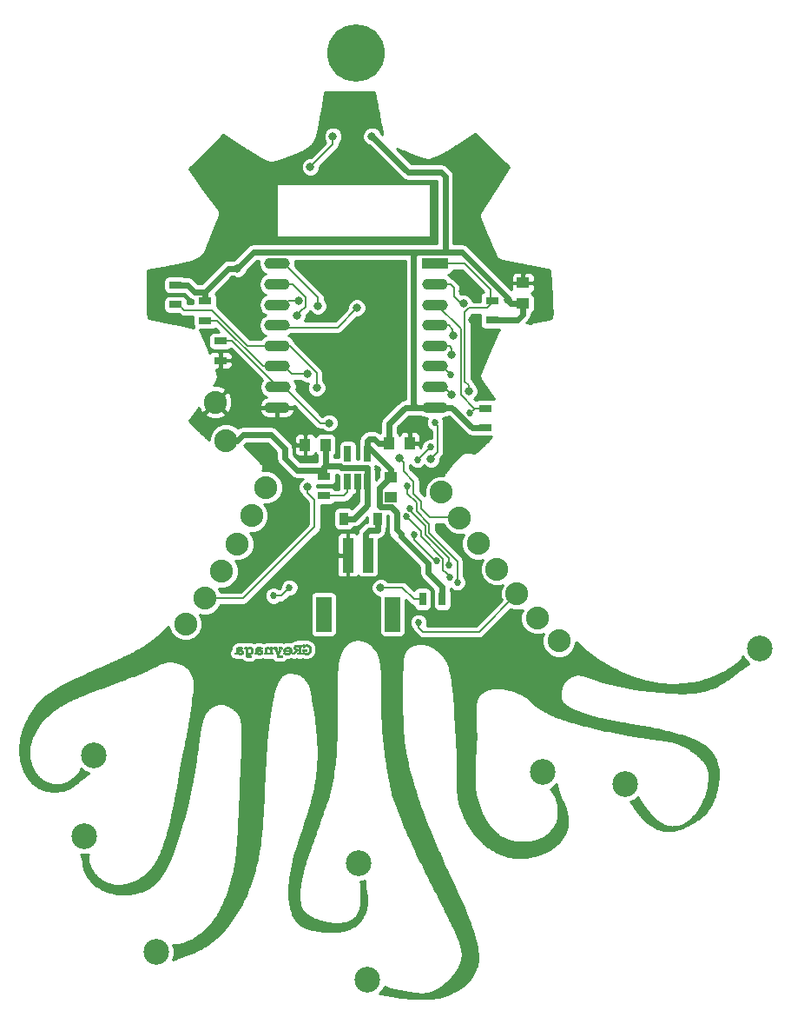
<source format=gbl>
G04 #@! TF.GenerationSoftware,KiCad,Pcbnew,no-vcs-found-b8c621a~59~ubuntu16.04.1*
G04 #@! TF.CreationDate,2017-08-07T13:11:29-06:00*
G04 #@! TF.ProjectId,001,3030312E6B696361645F706362000000,rev?*
G04 #@! TF.SameCoordinates,Original*
G04 #@! TF.FileFunction,Copper,L2,Bot,Signal*
G04 #@! TF.FilePolarity,Positive*
%FSLAX46Y46*%
G04 Gerber Fmt 4.6, Leading zero omitted, Abs format (unit mm)*
G04 Created by KiCad (PCBNEW no-vcs-found-b8c621a~59~ubuntu16.04.1) date Mon Aug  7 13:11:29 2017*
%MOMM*%
%LPD*%
G01*
G04 APERTURE LIST*
%ADD10C,0.010000*%
%ADD11R,2.500000X1.100000*%
%ADD12O,2.500000X1.100000*%
%ADD13C,2.235200*%
%ADD14C,2.500000*%
%ADD15C,5.600000*%
%ADD16R,0.650000X1.560000*%
%ADD17R,0.900000X1.200000*%
%ADD18R,1.000000X1.250000*%
%ADD19R,1.250000X1.000000*%
%ADD20R,1.300000X0.700000*%
%ADD21R,0.700000X1.300000*%
%ADD22R,1.000000X3.500000*%
%ADD23R,1.500000X3.400000*%
%ADD24C,0.685800*%
%ADD25C,0.800000*%
%ADD26C,0.203200*%
%ADD27C,0.600000*%
%ADD28C,0.609600*%
%ADD29C,0.200000*%
%ADD30C,0.152400*%
%ADD31C,0.254000*%
G04 APERTURE END LIST*
D10*
G36*
X121883114Y-104155975D02*
X121842497Y-104162693D01*
X121805579Y-104174111D01*
X121771898Y-104190402D01*
X121740991Y-104211739D01*
X121717963Y-104232547D01*
X121704331Y-104246934D01*
X121694031Y-104259719D01*
X121685388Y-104273208D01*
X121677366Y-104288412D01*
X121671761Y-104299964D01*
X121666982Y-104310628D01*
X121662965Y-104321011D01*
X121659642Y-104331721D01*
X121656947Y-104343365D01*
X121654816Y-104356550D01*
X121653182Y-104371883D01*
X121651979Y-104389973D01*
X121651141Y-104411427D01*
X121650602Y-104436851D01*
X121650297Y-104466854D01*
X121650158Y-104502042D01*
X121650122Y-104539383D01*
X121650080Y-104700104D01*
X121630237Y-104702329D01*
X121605387Y-104707180D01*
X121585686Y-104715683D01*
X121570978Y-104727999D01*
X121561105Y-104744291D01*
X121555911Y-104764721D01*
X121554970Y-104780300D01*
X121556661Y-104802033D01*
X121561982Y-104819302D01*
X121571308Y-104833093D01*
X121576987Y-104838492D01*
X121582856Y-104843370D01*
X121588201Y-104847363D01*
X121593705Y-104850559D01*
X121600049Y-104853048D01*
X121607917Y-104854917D01*
X121617990Y-104856255D01*
X121630952Y-104857151D01*
X121647484Y-104857694D01*
X121668268Y-104857971D01*
X121693988Y-104858073D01*
X121725325Y-104858087D01*
X121845343Y-104858087D01*
X121864393Y-104848562D01*
X121881298Y-104838145D01*
X121892856Y-104825911D01*
X121899883Y-104810609D01*
X121903197Y-104790987D01*
X121903347Y-104788867D01*
X121902898Y-104764619D01*
X121897987Y-104744716D01*
X121888373Y-104728866D01*
X121873814Y-104716777D01*
X121854070Y-104708159D01*
X121832536Y-104703265D01*
X121808830Y-104699493D01*
X121808830Y-104554826D01*
X121808864Y-104517545D01*
X121809000Y-104486025D01*
X121809296Y-104459677D01*
X121809806Y-104437912D01*
X121810587Y-104420142D01*
X121811694Y-104405778D01*
X121813182Y-104394230D01*
X121815107Y-104384911D01*
X121817525Y-104377230D01*
X121820491Y-104370600D01*
X121824061Y-104364431D01*
X121827266Y-104359612D01*
X121839862Y-104345759D01*
X121856916Y-104333309D01*
X121876537Y-104323544D01*
X121884637Y-104320691D01*
X121894622Y-104318210D01*
X121906550Y-104316549D01*
X121921755Y-104315592D01*
X121941567Y-104315226D01*
X121948530Y-104315214D01*
X121967324Y-104315338D01*
X121981314Y-104315787D01*
X121992045Y-104316747D01*
X122001064Y-104318406D01*
X122009914Y-104320950D01*
X122017352Y-104323545D01*
X122042013Y-104334644D01*
X122067375Y-104350411D01*
X122094095Y-104371289D01*
X122113114Y-104388386D01*
X122142205Y-104415771D01*
X122142205Y-104700925D01*
X122130089Y-104700925D01*
X122114781Y-104701977D01*
X122097873Y-104704773D01*
X122081977Y-104708765D01*
X122069702Y-104713410D01*
X122069281Y-104713623D01*
X122052241Y-104725473D01*
X122040275Y-104740963D01*
X122033282Y-104760280D01*
X122031150Y-104782579D01*
X122033134Y-104804296D01*
X122039297Y-104821681D01*
X122050193Y-104835616D01*
X122066375Y-104846980D01*
X122073983Y-104850788D01*
X122078059Y-104852602D01*
X122082094Y-104854091D01*
X122086734Y-104855291D01*
X122092629Y-104856238D01*
X122100428Y-104856966D01*
X122110778Y-104857513D01*
X122124328Y-104857913D01*
X122141728Y-104858202D01*
X122163624Y-104858416D01*
X122190667Y-104858591D01*
X122218405Y-104858737D01*
X122253092Y-104858860D01*
X122281934Y-104858839D01*
X122305437Y-104858661D01*
X122324107Y-104858315D01*
X122338447Y-104857788D01*
X122348964Y-104857067D01*
X122356161Y-104856141D01*
X122359693Y-104855302D01*
X122380961Y-104846532D01*
X122396632Y-104835343D01*
X122407223Y-104821028D01*
X122413251Y-104802880D01*
X122415235Y-104780192D01*
X122415238Y-104779404D01*
X122412540Y-104757291D01*
X122404525Y-104738437D01*
X122391383Y-104723168D01*
X122377055Y-104713623D01*
X122365002Y-104708962D01*
X122349210Y-104704929D01*
X122332292Y-104702069D01*
X122316858Y-104700927D01*
X122316247Y-104700925D01*
X122304130Y-104700925D01*
X122304130Y-104333917D01*
X122326516Y-104330078D01*
X122339907Y-104327178D01*
X122352652Y-104323416D01*
X122361134Y-104319999D01*
X122377444Y-104308320D01*
X122389383Y-104292629D01*
X122396640Y-104273796D01*
X122398904Y-104252691D01*
X122395866Y-104230183D01*
X122394705Y-104225958D01*
X122386382Y-104208620D01*
X122372533Y-104194216D01*
X122353343Y-104182768D01*
X122348630Y-104180706D01*
X122343932Y-104179062D01*
X122338474Y-104177781D01*
X122331481Y-104176805D01*
X122322180Y-104176079D01*
X122309796Y-104175544D01*
X122293556Y-104175146D01*
X122272683Y-104174826D01*
X122246406Y-104174529D01*
X122239837Y-104174461D01*
X122142205Y-104173461D01*
X122142205Y-104243887D01*
X122122293Y-104226995D01*
X122102186Y-104210685D01*
X122083885Y-104197697D01*
X122065086Y-104186514D01*
X122046192Y-104176908D01*
X122024849Y-104167703D01*
X122003998Y-104161117D01*
X121981959Y-104156820D01*
X121957050Y-104154484D01*
X121927893Y-104153782D01*
X121883114Y-104155975D01*
X121883114Y-104155975D01*
G37*
X121883114Y-104155975D02*
X121842497Y-104162693D01*
X121805579Y-104174111D01*
X121771898Y-104190402D01*
X121740991Y-104211739D01*
X121717963Y-104232547D01*
X121704331Y-104246934D01*
X121694031Y-104259719D01*
X121685388Y-104273208D01*
X121677366Y-104288412D01*
X121671761Y-104299964D01*
X121666982Y-104310628D01*
X121662965Y-104321011D01*
X121659642Y-104331721D01*
X121656947Y-104343365D01*
X121654816Y-104356550D01*
X121653182Y-104371883D01*
X121651979Y-104389973D01*
X121651141Y-104411427D01*
X121650602Y-104436851D01*
X121650297Y-104466854D01*
X121650158Y-104502042D01*
X121650122Y-104539383D01*
X121650080Y-104700104D01*
X121630237Y-104702329D01*
X121605387Y-104707180D01*
X121585686Y-104715683D01*
X121570978Y-104727999D01*
X121561105Y-104744291D01*
X121555911Y-104764721D01*
X121554970Y-104780300D01*
X121556661Y-104802033D01*
X121561982Y-104819302D01*
X121571308Y-104833093D01*
X121576987Y-104838492D01*
X121582856Y-104843370D01*
X121588201Y-104847363D01*
X121593705Y-104850559D01*
X121600049Y-104853048D01*
X121607917Y-104854917D01*
X121617990Y-104856255D01*
X121630952Y-104857151D01*
X121647484Y-104857694D01*
X121668268Y-104857971D01*
X121693988Y-104858073D01*
X121725325Y-104858087D01*
X121845343Y-104858087D01*
X121864393Y-104848562D01*
X121881298Y-104838145D01*
X121892856Y-104825911D01*
X121899883Y-104810609D01*
X121903197Y-104790987D01*
X121903347Y-104788867D01*
X121902898Y-104764619D01*
X121897987Y-104744716D01*
X121888373Y-104728866D01*
X121873814Y-104716777D01*
X121854070Y-104708159D01*
X121832536Y-104703265D01*
X121808830Y-104699493D01*
X121808830Y-104554826D01*
X121808864Y-104517545D01*
X121809000Y-104486025D01*
X121809296Y-104459677D01*
X121809806Y-104437912D01*
X121810587Y-104420142D01*
X121811694Y-104405778D01*
X121813182Y-104394230D01*
X121815107Y-104384911D01*
X121817525Y-104377230D01*
X121820491Y-104370600D01*
X121824061Y-104364431D01*
X121827266Y-104359612D01*
X121839862Y-104345759D01*
X121856916Y-104333309D01*
X121876537Y-104323544D01*
X121884637Y-104320691D01*
X121894622Y-104318210D01*
X121906550Y-104316549D01*
X121921755Y-104315592D01*
X121941567Y-104315226D01*
X121948530Y-104315214D01*
X121967324Y-104315338D01*
X121981314Y-104315787D01*
X121992045Y-104316747D01*
X122001064Y-104318406D01*
X122009914Y-104320950D01*
X122017352Y-104323545D01*
X122042013Y-104334644D01*
X122067375Y-104350411D01*
X122094095Y-104371289D01*
X122113114Y-104388386D01*
X122142205Y-104415771D01*
X122142205Y-104700925D01*
X122130089Y-104700925D01*
X122114781Y-104701977D01*
X122097873Y-104704773D01*
X122081977Y-104708765D01*
X122069702Y-104713410D01*
X122069281Y-104713623D01*
X122052241Y-104725473D01*
X122040275Y-104740963D01*
X122033282Y-104760280D01*
X122031150Y-104782579D01*
X122033134Y-104804296D01*
X122039297Y-104821681D01*
X122050193Y-104835616D01*
X122066375Y-104846980D01*
X122073983Y-104850788D01*
X122078059Y-104852602D01*
X122082094Y-104854091D01*
X122086734Y-104855291D01*
X122092629Y-104856238D01*
X122100428Y-104856966D01*
X122110778Y-104857513D01*
X122124328Y-104857913D01*
X122141728Y-104858202D01*
X122163624Y-104858416D01*
X122190667Y-104858591D01*
X122218405Y-104858737D01*
X122253092Y-104858860D01*
X122281934Y-104858839D01*
X122305437Y-104858661D01*
X122324107Y-104858315D01*
X122338447Y-104857788D01*
X122348964Y-104857067D01*
X122356161Y-104856141D01*
X122359693Y-104855302D01*
X122380961Y-104846532D01*
X122396632Y-104835343D01*
X122407223Y-104821028D01*
X122413251Y-104802880D01*
X122415235Y-104780192D01*
X122415238Y-104779404D01*
X122412540Y-104757291D01*
X122404525Y-104738437D01*
X122391383Y-104723168D01*
X122377055Y-104713623D01*
X122365002Y-104708962D01*
X122349210Y-104704929D01*
X122332292Y-104702069D01*
X122316858Y-104700927D01*
X122316247Y-104700925D01*
X122304130Y-104700925D01*
X122304130Y-104333917D01*
X122326516Y-104330078D01*
X122339907Y-104327178D01*
X122352652Y-104323416D01*
X122361134Y-104319999D01*
X122377444Y-104308320D01*
X122389383Y-104292629D01*
X122396640Y-104273796D01*
X122398904Y-104252691D01*
X122395866Y-104230183D01*
X122394705Y-104225958D01*
X122386382Y-104208620D01*
X122372533Y-104194216D01*
X122353343Y-104182768D01*
X122348630Y-104180706D01*
X122343932Y-104179062D01*
X122338474Y-104177781D01*
X122331481Y-104176805D01*
X122322180Y-104176079D01*
X122309796Y-104175544D01*
X122293556Y-104175146D01*
X122272683Y-104174826D01*
X122246406Y-104174529D01*
X122239837Y-104174461D01*
X122142205Y-104173461D01*
X122142205Y-104243887D01*
X122122293Y-104226995D01*
X122102186Y-104210685D01*
X122083885Y-104197697D01*
X122065086Y-104186514D01*
X122046192Y-104176908D01*
X122024849Y-104167703D01*
X122003998Y-104161117D01*
X121981959Y-104156820D01*
X121957050Y-104154484D01*
X121927893Y-104153782D01*
X121883114Y-104155975D01*
G36*
X124841186Y-103945637D02*
X124815516Y-103945904D01*
X124793595Y-103946347D01*
X124774905Y-103946990D01*
X124758925Y-103947858D01*
X124745135Y-103948974D01*
X124733016Y-103950362D01*
X124722047Y-103952047D01*
X124711708Y-103954053D01*
X124701480Y-103956403D01*
X124690843Y-103959122D01*
X124687719Y-103959954D01*
X124648172Y-103973276D01*
X124610916Y-103991222D01*
X124576641Y-104013244D01*
X124546037Y-104038796D01*
X124519793Y-104067329D01*
X124498600Y-104098297D01*
X124488569Y-104117876D01*
X124476700Y-104151161D01*
X124469413Y-104187128D01*
X124466981Y-104223790D01*
X124469327Y-104256821D01*
X124477367Y-104292401D01*
X124490918Y-104325700D01*
X124510214Y-104357147D01*
X124535488Y-104387175D01*
X124545666Y-104397310D01*
X124556345Y-104406889D01*
X124569212Y-104417474D01*
X124583205Y-104428303D01*
X124597264Y-104438612D01*
X124610330Y-104447637D01*
X124621341Y-104454616D01*
X124629237Y-104458784D01*
X124632215Y-104459625D01*
X124631362Y-104461686D01*
X124626672Y-104467319D01*
X124618887Y-104475696D01*
X124608750Y-104485988D01*
X124607261Y-104487459D01*
X124563338Y-104533791D01*
X124520560Y-104584870D01*
X124480223Y-104639092D01*
X124458355Y-104671506D01*
X124439318Y-104700825D01*
X124420268Y-104700930D01*
X124399512Y-104702296D01*
X124379019Y-104705867D01*
X124360673Y-104711190D01*
X124346359Y-104717810D01*
X124344068Y-104719304D01*
X124329963Y-104732228D01*
X124320809Y-104748123D01*
X124316258Y-104767741D01*
X124315589Y-104780300D01*
X124317682Y-104803429D01*
X124324337Y-104822249D01*
X124335815Y-104837117D01*
X124352374Y-104848392D01*
X124369664Y-104855130D01*
X124376597Y-104856675D01*
X124386331Y-104857860D01*
X124399589Y-104858717D01*
X124417090Y-104859283D01*
X124439558Y-104859590D01*
X124465044Y-104859675D01*
X124545323Y-104859675D01*
X124563150Y-104827911D01*
X124581682Y-104796470D01*
X124602464Y-104763981D01*
X124624982Y-104731070D01*
X124648720Y-104698366D01*
X124673165Y-104666494D01*
X124697802Y-104636081D01*
X124722116Y-104607753D01*
X124745593Y-104582139D01*
X124767718Y-104559863D01*
X124787978Y-104541553D01*
X124805857Y-104527835D01*
X124813414Y-104523081D01*
X124829843Y-104513659D01*
X124905249Y-104513629D01*
X124980655Y-104513600D01*
X124980655Y-104700925D01*
X124944937Y-104700980D01*
X124913754Y-104702151D01*
X124888013Y-104705688D01*
X124867188Y-104711781D01*
X124850756Y-104720623D01*
X124838192Y-104732403D01*
X124831505Y-104742340D01*
X124827082Y-104751676D01*
X124824661Y-104761213D01*
X124823724Y-104773457D01*
X124823647Y-104780300D01*
X124825774Y-104803286D01*
X124832245Y-104821852D01*
X124843208Y-104836344D01*
X124850283Y-104842075D01*
X124855989Y-104845917D01*
X124861482Y-104849155D01*
X124867337Y-104851840D01*
X124874130Y-104854024D01*
X124882437Y-104855757D01*
X124892834Y-104857091D01*
X124905896Y-104858077D01*
X124922199Y-104858767D01*
X124942319Y-104859210D01*
X124966832Y-104859460D01*
X124996312Y-104859566D01*
X125031336Y-104859580D01*
X125047041Y-104859571D01*
X125082691Y-104859531D01*
X125112574Y-104859450D01*
X125137276Y-104859308D01*
X125157380Y-104859085D01*
X125173470Y-104858760D01*
X125186131Y-104858314D01*
X125195947Y-104857725D01*
X125203502Y-104856975D01*
X125209379Y-104856043D01*
X125214164Y-104854909D01*
X125218096Y-104853672D01*
X125237664Y-104843968D01*
X125252474Y-104830198D01*
X125262350Y-104812693D01*
X125267115Y-104791783D01*
X125266594Y-104767799D01*
X125266019Y-104763772D01*
X125260014Y-104744381D01*
X125248775Y-104728427D01*
X125232469Y-104716011D01*
X125211265Y-104707233D01*
X125185332Y-104702195D01*
X125161047Y-104700925D01*
X125142580Y-104700925D01*
X125142580Y-104354850D01*
X124980655Y-104354850D01*
X124930649Y-104354822D01*
X124908715Y-104354583D01*
X124884519Y-104353952D01*
X124860797Y-104353019D01*
X124840284Y-104351877D01*
X124837687Y-104351696D01*
X124803906Y-104348283D01*
X124774645Y-104343059D01*
X124748236Y-104335625D01*
X124723007Y-104325585D01*
X124717759Y-104323134D01*
X124695930Y-104310724D01*
X124676076Y-104295676D01*
X124659503Y-104279161D01*
X124647516Y-104262353D01*
X124645279Y-104258012D01*
X124639819Y-104240876D01*
X124637669Y-104221361D01*
X124638883Y-104202000D01*
X124643513Y-104185327D01*
X124643758Y-104184779D01*
X124656038Y-104165041D01*
X124673851Y-104147048D01*
X124696494Y-104131347D01*
X124723267Y-104118483D01*
X124734344Y-104114462D01*
X124741289Y-104112187D01*
X124747556Y-104110349D01*
X124753911Y-104108893D01*
X124761123Y-104107764D01*
X124769960Y-104106906D01*
X124781189Y-104106266D01*
X124795577Y-104105787D01*
X124813894Y-104105416D01*
X124836906Y-104105096D01*
X124865381Y-104104774D01*
X124870324Y-104104720D01*
X124980655Y-104103522D01*
X124980655Y-104354850D01*
X125142580Y-104354850D01*
X125142580Y-104104948D01*
X125173537Y-104103146D01*
X125201727Y-104099902D01*
X125224488Y-104093625D01*
X125242088Y-104084087D01*
X125254795Y-104071058D01*
X125262878Y-104054309D01*
X125266605Y-104033612D01*
X125266935Y-104023428D01*
X125265288Y-104001327D01*
X125260185Y-103983937D01*
X125251095Y-103970336D01*
X125237488Y-103959597D01*
X125227199Y-103954262D01*
X125210843Y-103946862D01*
X124991768Y-103945845D01*
X124945898Y-103945650D01*
X124905857Y-103945534D01*
X124871127Y-103945522D01*
X124841186Y-103945637D01*
X124841186Y-103945637D01*
G37*
X124841186Y-103945637D02*
X124815516Y-103945904D01*
X124793595Y-103946347D01*
X124774905Y-103946990D01*
X124758925Y-103947858D01*
X124745135Y-103948974D01*
X124733016Y-103950362D01*
X124722047Y-103952047D01*
X124711708Y-103954053D01*
X124701480Y-103956403D01*
X124690843Y-103959122D01*
X124687719Y-103959954D01*
X124648172Y-103973276D01*
X124610916Y-103991222D01*
X124576641Y-104013244D01*
X124546037Y-104038796D01*
X124519793Y-104067329D01*
X124498600Y-104098297D01*
X124488569Y-104117876D01*
X124476700Y-104151161D01*
X124469413Y-104187128D01*
X124466981Y-104223790D01*
X124469327Y-104256821D01*
X124477367Y-104292401D01*
X124490918Y-104325700D01*
X124510214Y-104357147D01*
X124535488Y-104387175D01*
X124545666Y-104397310D01*
X124556345Y-104406889D01*
X124569212Y-104417474D01*
X124583205Y-104428303D01*
X124597264Y-104438612D01*
X124610330Y-104447637D01*
X124621341Y-104454616D01*
X124629237Y-104458784D01*
X124632215Y-104459625D01*
X124631362Y-104461686D01*
X124626672Y-104467319D01*
X124618887Y-104475696D01*
X124608750Y-104485988D01*
X124607261Y-104487459D01*
X124563338Y-104533791D01*
X124520560Y-104584870D01*
X124480223Y-104639092D01*
X124458355Y-104671506D01*
X124439318Y-104700825D01*
X124420268Y-104700930D01*
X124399512Y-104702296D01*
X124379019Y-104705867D01*
X124360673Y-104711190D01*
X124346359Y-104717810D01*
X124344068Y-104719304D01*
X124329963Y-104732228D01*
X124320809Y-104748123D01*
X124316258Y-104767741D01*
X124315589Y-104780300D01*
X124317682Y-104803429D01*
X124324337Y-104822249D01*
X124335815Y-104837117D01*
X124352374Y-104848392D01*
X124369664Y-104855130D01*
X124376597Y-104856675D01*
X124386331Y-104857860D01*
X124399589Y-104858717D01*
X124417090Y-104859283D01*
X124439558Y-104859590D01*
X124465044Y-104859675D01*
X124545323Y-104859675D01*
X124563150Y-104827911D01*
X124581682Y-104796470D01*
X124602464Y-104763981D01*
X124624982Y-104731070D01*
X124648720Y-104698366D01*
X124673165Y-104666494D01*
X124697802Y-104636081D01*
X124722116Y-104607753D01*
X124745593Y-104582139D01*
X124767718Y-104559863D01*
X124787978Y-104541553D01*
X124805857Y-104527835D01*
X124813414Y-104523081D01*
X124829843Y-104513659D01*
X124905249Y-104513629D01*
X124980655Y-104513600D01*
X124980655Y-104700925D01*
X124944937Y-104700980D01*
X124913754Y-104702151D01*
X124888013Y-104705688D01*
X124867188Y-104711781D01*
X124850756Y-104720623D01*
X124838192Y-104732403D01*
X124831505Y-104742340D01*
X124827082Y-104751676D01*
X124824661Y-104761213D01*
X124823724Y-104773457D01*
X124823647Y-104780300D01*
X124825774Y-104803286D01*
X124832245Y-104821852D01*
X124843208Y-104836344D01*
X124850283Y-104842075D01*
X124855989Y-104845917D01*
X124861482Y-104849155D01*
X124867337Y-104851840D01*
X124874130Y-104854024D01*
X124882437Y-104855757D01*
X124892834Y-104857091D01*
X124905896Y-104858077D01*
X124922199Y-104858767D01*
X124942319Y-104859210D01*
X124966832Y-104859460D01*
X124996312Y-104859566D01*
X125031336Y-104859580D01*
X125047041Y-104859571D01*
X125082691Y-104859531D01*
X125112574Y-104859450D01*
X125137276Y-104859308D01*
X125157380Y-104859085D01*
X125173470Y-104858760D01*
X125186131Y-104858314D01*
X125195947Y-104857725D01*
X125203502Y-104856975D01*
X125209379Y-104856043D01*
X125214164Y-104854909D01*
X125218096Y-104853672D01*
X125237664Y-104843968D01*
X125252474Y-104830198D01*
X125262350Y-104812693D01*
X125267115Y-104791783D01*
X125266594Y-104767799D01*
X125266019Y-104763772D01*
X125260014Y-104744381D01*
X125248775Y-104728427D01*
X125232469Y-104716011D01*
X125211265Y-104707233D01*
X125185332Y-104702195D01*
X125161047Y-104700925D01*
X125142580Y-104700925D01*
X125142580Y-104354850D01*
X124980655Y-104354850D01*
X124930649Y-104354822D01*
X124908715Y-104354583D01*
X124884519Y-104353952D01*
X124860797Y-104353019D01*
X124840284Y-104351877D01*
X124837687Y-104351696D01*
X124803906Y-104348283D01*
X124774645Y-104343059D01*
X124748236Y-104335625D01*
X124723007Y-104325585D01*
X124717759Y-104323134D01*
X124695930Y-104310724D01*
X124676076Y-104295676D01*
X124659503Y-104279161D01*
X124647516Y-104262353D01*
X124645279Y-104258012D01*
X124639819Y-104240876D01*
X124637669Y-104221361D01*
X124638883Y-104202000D01*
X124643513Y-104185327D01*
X124643758Y-104184779D01*
X124656038Y-104165041D01*
X124673851Y-104147048D01*
X124696494Y-104131347D01*
X124723267Y-104118483D01*
X124734344Y-104114462D01*
X124741289Y-104112187D01*
X124747556Y-104110349D01*
X124753911Y-104108893D01*
X124761123Y-104107764D01*
X124769960Y-104106906D01*
X124781189Y-104106266D01*
X124795577Y-104105787D01*
X124813894Y-104105416D01*
X124836906Y-104105096D01*
X124865381Y-104104774D01*
X124870324Y-104104720D01*
X124980655Y-104103522D01*
X124980655Y-104354850D01*
X125142580Y-104354850D01*
X125142580Y-104104948D01*
X125173537Y-104103146D01*
X125201727Y-104099902D01*
X125224488Y-104093625D01*
X125242088Y-104084087D01*
X125254795Y-104071058D01*
X125262878Y-104054309D01*
X125266605Y-104033612D01*
X125266935Y-104023428D01*
X125265288Y-104001327D01*
X125260185Y-103983937D01*
X125251095Y-103970336D01*
X125237488Y-103959597D01*
X125227199Y-103954262D01*
X125210843Y-103946862D01*
X124991768Y-103945845D01*
X124945898Y-103945650D01*
X124905857Y-103945534D01*
X124871127Y-103945522D01*
X124841186Y-103945637D01*
G36*
X125399873Y-103924705D02*
X125383586Y-103930438D01*
X125374099Y-103936668D01*
X125366723Y-103944961D01*
X125360068Y-103956396D01*
X125350543Y-103974967D01*
X125349552Y-104079280D01*
X125349315Y-104109119D01*
X125349244Y-104133332D01*
X125349362Y-104152642D01*
X125349692Y-104167770D01*
X125350258Y-104179440D01*
X125351083Y-104188374D01*
X125352190Y-104195295D01*
X125353437Y-104200364D01*
X125361395Y-104220773D01*
X125372168Y-104235817D01*
X125386368Y-104245946D01*
X125404610Y-104251605D01*
X125425930Y-104253250D01*
X125439822Y-104252671D01*
X125452343Y-104251137D01*
X125461045Y-104248951D01*
X125461214Y-104248881D01*
X125472337Y-104242143D01*
X125482137Y-104231474D01*
X125490958Y-104216273D01*
X125499147Y-104195941D01*
X125507051Y-104169878D01*
X125507296Y-104168968D01*
X125515118Y-104151699D01*
X125528530Y-104135873D01*
X125546895Y-104121690D01*
X125569575Y-104109352D01*
X125595932Y-104099061D01*
X125625330Y-104091017D01*
X125657131Y-104085422D01*
X125690697Y-104082477D01*
X125725390Y-104082384D01*
X125760575Y-104085343D01*
X125768614Y-104086468D01*
X125810415Y-104095655D01*
X125848907Y-104109950D01*
X125883772Y-104129056D01*
X125914692Y-104152677D01*
X125941348Y-104180517D01*
X125963422Y-104212277D01*
X125980596Y-104247663D01*
X125992552Y-104286376D01*
X125994824Y-104297256D01*
X125996607Y-104310560D01*
X125998033Y-104328898D01*
X125999100Y-104351128D01*
X125999809Y-104376109D01*
X126000160Y-104402700D01*
X126000152Y-104429759D01*
X125999787Y-104456145D01*
X125999064Y-104480716D01*
X125997983Y-104502331D01*
X125996543Y-104519849D01*
X125994816Y-104531792D01*
X125984322Y-104569609D01*
X125969306Y-104603143D01*
X125949697Y-104632455D01*
X125925422Y-104657602D01*
X125896410Y-104678643D01*
X125862587Y-104695638D01*
X125823883Y-104708646D01*
X125780225Y-104717725D01*
X125764964Y-104719839D01*
X125720989Y-104723049D01*
X125675308Y-104722329D01*
X125629590Y-104717863D01*
X125585508Y-104709839D01*
X125544731Y-104698441D01*
X125532312Y-104693981D01*
X125507705Y-104684588D01*
X125507705Y-104580902D01*
X125602162Y-104579493D01*
X125632361Y-104578968D01*
X125656990Y-104578312D01*
X125676827Y-104577416D01*
X125692651Y-104576173D01*
X125705242Y-104574474D01*
X125715378Y-104572210D01*
X125723839Y-104569273D01*
X125731404Y-104565554D01*
X125738852Y-104560946D01*
X125739761Y-104560337D01*
X125752513Y-104548063D01*
X125761538Y-104531500D01*
X125766522Y-104511714D01*
X125767151Y-104489769D01*
X125765023Y-104474601D01*
X125759113Y-104457383D01*
X125748907Y-104443763D01*
X125733688Y-104432956D01*
X125722018Y-104427561D01*
X125702968Y-104419937D01*
X125528343Y-104419937D01*
X125490179Y-104419952D01*
X125457819Y-104420006D01*
X125430717Y-104420116D01*
X125408328Y-104420298D01*
X125390106Y-104420567D01*
X125375506Y-104420940D01*
X125363981Y-104421432D01*
X125354986Y-104422060D01*
X125347975Y-104422840D01*
X125342402Y-104423787D01*
X125337723Y-104424917D01*
X125335476Y-104425578D01*
X125314863Y-104434765D01*
X125299107Y-104447933D01*
X125288418Y-104464803D01*
X125283009Y-104485095D01*
X125282350Y-104495769D01*
X125284543Y-104519377D01*
X125291489Y-104538916D01*
X125303448Y-104554806D01*
X125320682Y-104567468D01*
X125329705Y-104571991D01*
X125348955Y-104580631D01*
X125348955Y-104787067D01*
X125394199Y-104808749D01*
X125434166Y-104827152D01*
X125470578Y-104842222D01*
X125504927Y-104854481D01*
X125538703Y-104864453D01*
X125573397Y-104872659D01*
X125580730Y-104874166D01*
X125593550Y-104876021D01*
X125611469Y-104877616D01*
X125633240Y-104878925D01*
X125657617Y-104879923D01*
X125683354Y-104880583D01*
X125709204Y-104880881D01*
X125733920Y-104880791D01*
X125756256Y-104880287D01*
X125774966Y-104879343D01*
X125785518Y-104878374D01*
X125825652Y-104871972D01*
X125866286Y-104862536D01*
X125905647Y-104850591D01*
X125941962Y-104836665D01*
X125968080Y-104824211D01*
X126006477Y-104800292D01*
X126041314Y-104771389D01*
X126072296Y-104737966D01*
X126099127Y-104700485D01*
X126121509Y-104659410D01*
X126139146Y-104615205D01*
X126151741Y-104568333D01*
X126158238Y-104526969D01*
X126159523Y-104510693D01*
X126160506Y-104489430D01*
X126161187Y-104464535D01*
X126161564Y-104437364D01*
X126161635Y-104409272D01*
X126161399Y-104381616D01*
X126160856Y-104355750D01*
X126160004Y-104333030D01*
X126158841Y-104314812D01*
X126158441Y-104310522D01*
X126151208Y-104264572D01*
X126139262Y-104219492D01*
X126123157Y-104177287D01*
X126119222Y-104168819D01*
X126103895Y-104139100D01*
X126088001Y-104113132D01*
X126070185Y-104089017D01*
X126049089Y-104064857D01*
X126033181Y-104048435D01*
X125997779Y-104016109D01*
X125961373Y-103989277D01*
X125922911Y-103967371D01*
X125881342Y-103949821D01*
X125835615Y-103936059D01*
X125817866Y-103931908D01*
X125806139Y-103929515D01*
X125795080Y-103927722D01*
X125783470Y-103926446D01*
X125770090Y-103925603D01*
X125753720Y-103925112D01*
X125733141Y-103924888D01*
X125714080Y-103924846D01*
X125687018Y-103924982D01*
X125665147Y-103925437D01*
X125647313Y-103926276D01*
X125632363Y-103927562D01*
X125619143Y-103929359D01*
X125612692Y-103930494D01*
X125586583Y-103936313D01*
X125558665Y-103944053D01*
X125531555Y-103952917D01*
X125507870Y-103962110D01*
X125505625Y-103963090D01*
X125493899Y-103967641D01*
X125487397Y-103968616D01*
X125486041Y-103967593D01*
X125481635Y-103959616D01*
X125473866Y-103949803D01*
X125464487Y-103940075D01*
X125455251Y-103932355D01*
X125451995Y-103930264D01*
X125436496Y-103924602D01*
X125418321Y-103922751D01*
X125399873Y-103924705D01*
X125399873Y-103924705D01*
G37*
X125399873Y-103924705D02*
X125383586Y-103930438D01*
X125374099Y-103936668D01*
X125366723Y-103944961D01*
X125360068Y-103956396D01*
X125350543Y-103974967D01*
X125349552Y-104079280D01*
X125349315Y-104109119D01*
X125349244Y-104133332D01*
X125349362Y-104152642D01*
X125349692Y-104167770D01*
X125350258Y-104179440D01*
X125351083Y-104188374D01*
X125352190Y-104195295D01*
X125353437Y-104200364D01*
X125361395Y-104220773D01*
X125372168Y-104235817D01*
X125386368Y-104245946D01*
X125404610Y-104251605D01*
X125425930Y-104253250D01*
X125439822Y-104252671D01*
X125452343Y-104251137D01*
X125461045Y-104248951D01*
X125461214Y-104248881D01*
X125472337Y-104242143D01*
X125482137Y-104231474D01*
X125490958Y-104216273D01*
X125499147Y-104195941D01*
X125507051Y-104169878D01*
X125507296Y-104168968D01*
X125515118Y-104151699D01*
X125528530Y-104135873D01*
X125546895Y-104121690D01*
X125569575Y-104109352D01*
X125595932Y-104099061D01*
X125625330Y-104091017D01*
X125657131Y-104085422D01*
X125690697Y-104082477D01*
X125725390Y-104082384D01*
X125760575Y-104085343D01*
X125768614Y-104086468D01*
X125810415Y-104095655D01*
X125848907Y-104109950D01*
X125883772Y-104129056D01*
X125914692Y-104152677D01*
X125941348Y-104180517D01*
X125963422Y-104212277D01*
X125980596Y-104247663D01*
X125992552Y-104286376D01*
X125994824Y-104297256D01*
X125996607Y-104310560D01*
X125998033Y-104328898D01*
X125999100Y-104351128D01*
X125999809Y-104376109D01*
X126000160Y-104402700D01*
X126000152Y-104429759D01*
X125999787Y-104456145D01*
X125999064Y-104480716D01*
X125997983Y-104502331D01*
X125996543Y-104519849D01*
X125994816Y-104531792D01*
X125984322Y-104569609D01*
X125969306Y-104603143D01*
X125949697Y-104632455D01*
X125925422Y-104657602D01*
X125896410Y-104678643D01*
X125862587Y-104695638D01*
X125823883Y-104708646D01*
X125780225Y-104717725D01*
X125764964Y-104719839D01*
X125720989Y-104723049D01*
X125675308Y-104722329D01*
X125629590Y-104717863D01*
X125585508Y-104709839D01*
X125544731Y-104698441D01*
X125532312Y-104693981D01*
X125507705Y-104684588D01*
X125507705Y-104580902D01*
X125602162Y-104579493D01*
X125632361Y-104578968D01*
X125656990Y-104578312D01*
X125676827Y-104577416D01*
X125692651Y-104576173D01*
X125705242Y-104574474D01*
X125715378Y-104572210D01*
X125723839Y-104569273D01*
X125731404Y-104565554D01*
X125738852Y-104560946D01*
X125739761Y-104560337D01*
X125752513Y-104548063D01*
X125761538Y-104531500D01*
X125766522Y-104511714D01*
X125767151Y-104489769D01*
X125765023Y-104474601D01*
X125759113Y-104457383D01*
X125748907Y-104443763D01*
X125733688Y-104432956D01*
X125722018Y-104427561D01*
X125702968Y-104419937D01*
X125528343Y-104419937D01*
X125490179Y-104419952D01*
X125457819Y-104420006D01*
X125430717Y-104420116D01*
X125408328Y-104420298D01*
X125390106Y-104420567D01*
X125375506Y-104420940D01*
X125363981Y-104421432D01*
X125354986Y-104422060D01*
X125347975Y-104422840D01*
X125342402Y-104423787D01*
X125337723Y-104424917D01*
X125335476Y-104425578D01*
X125314863Y-104434765D01*
X125299107Y-104447933D01*
X125288418Y-104464803D01*
X125283009Y-104485095D01*
X125282350Y-104495769D01*
X125284543Y-104519377D01*
X125291489Y-104538916D01*
X125303448Y-104554806D01*
X125320682Y-104567468D01*
X125329705Y-104571991D01*
X125348955Y-104580631D01*
X125348955Y-104787067D01*
X125394199Y-104808749D01*
X125434166Y-104827152D01*
X125470578Y-104842222D01*
X125504927Y-104854481D01*
X125538703Y-104864453D01*
X125573397Y-104872659D01*
X125580730Y-104874166D01*
X125593550Y-104876021D01*
X125611469Y-104877616D01*
X125633240Y-104878925D01*
X125657617Y-104879923D01*
X125683354Y-104880583D01*
X125709204Y-104880881D01*
X125733920Y-104880791D01*
X125756256Y-104880287D01*
X125774966Y-104879343D01*
X125785518Y-104878374D01*
X125825652Y-104871972D01*
X125866286Y-104862536D01*
X125905647Y-104850591D01*
X125941962Y-104836665D01*
X125968080Y-104824211D01*
X126006477Y-104800292D01*
X126041314Y-104771389D01*
X126072296Y-104737966D01*
X126099127Y-104700485D01*
X126121509Y-104659410D01*
X126139146Y-104615205D01*
X126151741Y-104568333D01*
X126158238Y-104526969D01*
X126159523Y-104510693D01*
X126160506Y-104489430D01*
X126161187Y-104464535D01*
X126161564Y-104437364D01*
X126161635Y-104409272D01*
X126161399Y-104381616D01*
X126160856Y-104355750D01*
X126160004Y-104333030D01*
X126158841Y-104314812D01*
X126158441Y-104310522D01*
X126151208Y-104264572D01*
X126139262Y-104219492D01*
X126123157Y-104177287D01*
X126119222Y-104168819D01*
X126103895Y-104139100D01*
X126088001Y-104113132D01*
X126070185Y-104089017D01*
X126049089Y-104064857D01*
X126033181Y-104048435D01*
X125997779Y-104016109D01*
X125961373Y-103989277D01*
X125922911Y-103967371D01*
X125881342Y-103949821D01*
X125835615Y-103936059D01*
X125817866Y-103931908D01*
X125806139Y-103929515D01*
X125795080Y-103927722D01*
X125783470Y-103926446D01*
X125770090Y-103925603D01*
X125753720Y-103925112D01*
X125733141Y-103924888D01*
X125714080Y-103924846D01*
X125687018Y-103924982D01*
X125665147Y-103925437D01*
X125647313Y-103926276D01*
X125632363Y-103927562D01*
X125619143Y-103929359D01*
X125612692Y-103930494D01*
X125586583Y-103936313D01*
X125558665Y-103944053D01*
X125531555Y-103952917D01*
X125507870Y-103962110D01*
X125505625Y-103963090D01*
X125493899Y-103967641D01*
X125487397Y-103968616D01*
X125486041Y-103967593D01*
X125481635Y-103959616D01*
X125473866Y-103949803D01*
X125464487Y-103940075D01*
X125455251Y-103932355D01*
X125451995Y-103930264D01*
X125436496Y-103924602D01*
X125418321Y-103922751D01*
X125399873Y-103924705D01*
G36*
X119129922Y-104154379D02*
X119082826Y-104159803D01*
X119039600Y-104169133D01*
X119022768Y-104174228D01*
X118988777Y-104188027D01*
X118957596Y-104205688D01*
X118930011Y-104226581D01*
X118906806Y-104250079D01*
X118888767Y-104275554D01*
X118883385Y-104285715D01*
X118879126Y-104294722D01*
X118875490Y-104303047D01*
X118872428Y-104311261D01*
X118869890Y-104319933D01*
X118867828Y-104329635D01*
X118866191Y-104340937D01*
X118864930Y-104354409D01*
X118863996Y-104370622D01*
X118863339Y-104390147D01*
X118862910Y-104413554D01*
X118862658Y-104441413D01*
X118862535Y-104474295D01*
X118862491Y-104512771D01*
X118862486Y-104526615D01*
X118862430Y-104699968D01*
X118829887Y-104701850D01*
X118802844Y-104704687D01*
X118781105Y-104709948D01*
X118763982Y-104717953D01*
X118750787Y-104729022D01*
X118740991Y-104743177D01*
X118737088Y-104752056D01*
X118734892Y-104761785D01*
X118734001Y-104774577D01*
X118733919Y-104782205D01*
X118734179Y-104795815D01*
X118735300Y-104805359D01*
X118737810Y-104813109D01*
X118742240Y-104821343D01*
X118743517Y-104823432D01*
X118751801Y-104834518D01*
X118762066Y-104842963D01*
X118771815Y-104848513D01*
X118790526Y-104858087D01*
X118907441Y-104859027D01*
X119024355Y-104859967D01*
X119024355Y-104828005D01*
X119042612Y-104836348D01*
X119069245Y-104847360D01*
X119099594Y-104857986D01*
X119131042Y-104867377D01*
X119160880Y-104874666D01*
X119181301Y-104878117D01*
X119205753Y-104880859D01*
X119232746Y-104882848D01*
X119260788Y-104884042D01*
X119288386Y-104884396D01*
X119314049Y-104883866D01*
X119336284Y-104882409D01*
X119352206Y-104880256D01*
X119392046Y-104870251D01*
X119429026Y-104856045D01*
X119462647Y-104838029D01*
X119492409Y-104816591D01*
X119517812Y-104792122D01*
X119538357Y-104765011D01*
X119553545Y-104735647D01*
X119559435Y-104718672D01*
X119562809Y-104700572D01*
X119564061Y-104678682D01*
X119563671Y-104666683D01*
X119395761Y-104666683D01*
X119392781Y-104679425D01*
X119384170Y-104691693D01*
X119370643Y-104702927D01*
X119352919Y-104712573D01*
X119331715Y-104720072D01*
X119324705Y-104721838D01*
X119307802Y-104724315D01*
X119286397Y-104725322D01*
X119262144Y-104724936D01*
X119236701Y-104723231D01*
X119211724Y-104720282D01*
X119188870Y-104716163D01*
X119186280Y-104715578D01*
X119152655Y-104706668D01*
X119120759Y-104695706D01*
X119088339Y-104681843D01*
X119060868Y-104668278D01*
X119022768Y-104648535D01*
X119021879Y-104609985D01*
X119020991Y-104571434D01*
X119041011Y-104567948D01*
X119078962Y-104562260D01*
X119117136Y-104558262D01*
X119154473Y-104555974D01*
X119189915Y-104555412D01*
X119222405Y-104556595D01*
X119250884Y-104559539D01*
X119273593Y-104564073D01*
X119303018Y-104573732D01*
X119329373Y-104585897D01*
X119352106Y-104600104D01*
X119370663Y-104615888D01*
X119384492Y-104632785D01*
X119393038Y-104650329D01*
X119395761Y-104666683D01*
X119563671Y-104666683D01*
X119563296Y-104655160D01*
X119560621Y-104632161D01*
X119556141Y-104611843D01*
X119553852Y-104604908D01*
X119543059Y-104580052D01*
X119529853Y-104557837D01*
X119512957Y-104536316D01*
X119499018Y-104521402D01*
X119466180Y-104491726D01*
X119430717Y-104466860D01*
X119392011Y-104446495D01*
X119349439Y-104430322D01*
X119302384Y-104418032D01*
X119284770Y-104414596D01*
X119259441Y-104411190D01*
X119229382Y-104409024D01*
X119196082Y-104408065D01*
X119161034Y-104408280D01*
X119125727Y-104409634D01*
X119091651Y-104412095D01*
X119060299Y-104415629D01*
X119033159Y-104420203D01*
X119033087Y-104420218D01*
X119024355Y-104422029D01*
X119024355Y-104396219D01*
X119025031Y-104378961D01*
X119027524Y-104366129D01*
X119032536Y-104355897D01*
X119040769Y-104346438D01*
X119044949Y-104342614D01*
X119060250Y-104331978D01*
X119079293Y-104323889D01*
X119102635Y-104318218D01*
X119130831Y-104314832D01*
X119164436Y-104313603D01*
X119168304Y-104313593D01*
X119187918Y-104313883D01*
X119206714Y-104314836D01*
X119225880Y-104316608D01*
X119246609Y-104319352D01*
X119270090Y-104323224D01*
X119297514Y-104328377D01*
X119325012Y-104333921D01*
X119354842Y-104339852D01*
X119379329Y-104344127D01*
X119399266Y-104346719D01*
X119415449Y-104347601D01*
X119428671Y-104346743D01*
X119439728Y-104344120D01*
X119449412Y-104339703D01*
X119458519Y-104333464D01*
X119463759Y-104329080D01*
X119477050Y-104313485D01*
X119485847Y-104294884D01*
X119489992Y-104274662D01*
X119489325Y-104254201D01*
X119483688Y-104234886D01*
X119476046Y-104221910D01*
X119469345Y-104214888D01*
X119459916Y-104208388D01*
X119446963Y-104202040D01*
X119429687Y-104195479D01*
X119407293Y-104188335D01*
X119396090Y-104185050D01*
X119341372Y-104171286D01*
X119286614Y-104161314D01*
X119232598Y-104155157D01*
X119180107Y-104152838D01*
X119129922Y-104154379D01*
X119129922Y-104154379D01*
G37*
X119129922Y-104154379D02*
X119082826Y-104159803D01*
X119039600Y-104169133D01*
X119022768Y-104174228D01*
X118988777Y-104188027D01*
X118957596Y-104205688D01*
X118930011Y-104226581D01*
X118906806Y-104250079D01*
X118888767Y-104275554D01*
X118883385Y-104285715D01*
X118879126Y-104294722D01*
X118875490Y-104303047D01*
X118872428Y-104311261D01*
X118869890Y-104319933D01*
X118867828Y-104329635D01*
X118866191Y-104340937D01*
X118864930Y-104354409D01*
X118863996Y-104370622D01*
X118863339Y-104390147D01*
X118862910Y-104413554D01*
X118862658Y-104441413D01*
X118862535Y-104474295D01*
X118862491Y-104512771D01*
X118862486Y-104526615D01*
X118862430Y-104699968D01*
X118829887Y-104701850D01*
X118802844Y-104704687D01*
X118781105Y-104709948D01*
X118763982Y-104717953D01*
X118750787Y-104729022D01*
X118740991Y-104743177D01*
X118737088Y-104752056D01*
X118734892Y-104761785D01*
X118734001Y-104774577D01*
X118733919Y-104782205D01*
X118734179Y-104795815D01*
X118735300Y-104805359D01*
X118737810Y-104813109D01*
X118742240Y-104821343D01*
X118743517Y-104823432D01*
X118751801Y-104834518D01*
X118762066Y-104842963D01*
X118771815Y-104848513D01*
X118790526Y-104858087D01*
X118907441Y-104859027D01*
X119024355Y-104859967D01*
X119024355Y-104828005D01*
X119042612Y-104836348D01*
X119069245Y-104847360D01*
X119099594Y-104857986D01*
X119131042Y-104867377D01*
X119160880Y-104874666D01*
X119181301Y-104878117D01*
X119205753Y-104880859D01*
X119232746Y-104882848D01*
X119260788Y-104884042D01*
X119288386Y-104884396D01*
X119314049Y-104883866D01*
X119336284Y-104882409D01*
X119352206Y-104880256D01*
X119392046Y-104870251D01*
X119429026Y-104856045D01*
X119462647Y-104838029D01*
X119492409Y-104816591D01*
X119517812Y-104792122D01*
X119538357Y-104765011D01*
X119553545Y-104735647D01*
X119559435Y-104718672D01*
X119562809Y-104700572D01*
X119564061Y-104678682D01*
X119563671Y-104666683D01*
X119395761Y-104666683D01*
X119392781Y-104679425D01*
X119384170Y-104691693D01*
X119370643Y-104702927D01*
X119352919Y-104712573D01*
X119331715Y-104720072D01*
X119324705Y-104721838D01*
X119307802Y-104724315D01*
X119286397Y-104725322D01*
X119262144Y-104724936D01*
X119236701Y-104723231D01*
X119211724Y-104720282D01*
X119188870Y-104716163D01*
X119186280Y-104715578D01*
X119152655Y-104706668D01*
X119120759Y-104695706D01*
X119088339Y-104681843D01*
X119060868Y-104668278D01*
X119022768Y-104648535D01*
X119021879Y-104609985D01*
X119020991Y-104571434D01*
X119041011Y-104567948D01*
X119078962Y-104562260D01*
X119117136Y-104558262D01*
X119154473Y-104555974D01*
X119189915Y-104555412D01*
X119222405Y-104556595D01*
X119250884Y-104559539D01*
X119273593Y-104564073D01*
X119303018Y-104573732D01*
X119329373Y-104585897D01*
X119352106Y-104600104D01*
X119370663Y-104615888D01*
X119384492Y-104632785D01*
X119393038Y-104650329D01*
X119395761Y-104666683D01*
X119563671Y-104666683D01*
X119563296Y-104655160D01*
X119560621Y-104632161D01*
X119556141Y-104611843D01*
X119553852Y-104604908D01*
X119543059Y-104580052D01*
X119529853Y-104557837D01*
X119512957Y-104536316D01*
X119499018Y-104521402D01*
X119466180Y-104491726D01*
X119430717Y-104466860D01*
X119392011Y-104446495D01*
X119349439Y-104430322D01*
X119302384Y-104418032D01*
X119284770Y-104414596D01*
X119259441Y-104411190D01*
X119229382Y-104409024D01*
X119196082Y-104408065D01*
X119161034Y-104408280D01*
X119125727Y-104409634D01*
X119091651Y-104412095D01*
X119060299Y-104415629D01*
X119033159Y-104420203D01*
X119033087Y-104420218D01*
X119024355Y-104422029D01*
X119024355Y-104396219D01*
X119025031Y-104378961D01*
X119027524Y-104366129D01*
X119032536Y-104355897D01*
X119040769Y-104346438D01*
X119044949Y-104342614D01*
X119060250Y-104331978D01*
X119079293Y-104323889D01*
X119102635Y-104318218D01*
X119130831Y-104314832D01*
X119164436Y-104313603D01*
X119168304Y-104313593D01*
X119187918Y-104313883D01*
X119206714Y-104314836D01*
X119225880Y-104316608D01*
X119246609Y-104319352D01*
X119270090Y-104323224D01*
X119297514Y-104328377D01*
X119325012Y-104333921D01*
X119354842Y-104339852D01*
X119379329Y-104344127D01*
X119399266Y-104346719D01*
X119415449Y-104347601D01*
X119428671Y-104346743D01*
X119439728Y-104344120D01*
X119449412Y-104339703D01*
X119458519Y-104333464D01*
X119463759Y-104329080D01*
X119477050Y-104313485D01*
X119485847Y-104294884D01*
X119489992Y-104274662D01*
X119489325Y-104254201D01*
X119483688Y-104234886D01*
X119476046Y-104221910D01*
X119469345Y-104214888D01*
X119459916Y-104208388D01*
X119446963Y-104202040D01*
X119429687Y-104195479D01*
X119407293Y-104188335D01*
X119396090Y-104185050D01*
X119341372Y-104171286D01*
X119286614Y-104161314D01*
X119232598Y-104155157D01*
X119180107Y-104152838D01*
X119129922Y-104154379D01*
G36*
X120995924Y-104155179D02*
X120948254Y-104162327D01*
X120904664Y-104173989D01*
X120865323Y-104190131D01*
X120835133Y-104207493D01*
X120807433Y-104228876D01*
X120785066Y-104252846D01*
X120767253Y-104280268D01*
X120763998Y-104286587D01*
X120759523Y-104295854D01*
X120755701Y-104304548D01*
X120752479Y-104313240D01*
X120749807Y-104322499D01*
X120747632Y-104332896D01*
X120745905Y-104345003D01*
X120744574Y-104359390D01*
X120743587Y-104376627D01*
X120742894Y-104397284D01*
X120742443Y-104421933D01*
X120742183Y-104451145D01*
X120742063Y-104485488D01*
X120742031Y-104525535D01*
X120742030Y-104531341D01*
X120742030Y-104700925D01*
X120721976Y-104700925D01*
X120691484Y-104702827D01*
X120665990Y-104708520D01*
X120645531Y-104717983D01*
X120630142Y-104731196D01*
X120619856Y-104748136D01*
X120615270Y-104764706D01*
X120613985Y-104788668D01*
X120618069Y-104809901D01*
X120627255Y-104827939D01*
X120641278Y-104842314D01*
X120659872Y-104852559D01*
X120666557Y-104854834D01*
X120672207Y-104856186D01*
X120679546Y-104857274D01*
X120689250Y-104858122D01*
X120701995Y-104858756D01*
X120718456Y-104859203D01*
X120739308Y-104859488D01*
X120765227Y-104859636D01*
X120793407Y-104859675D01*
X120903955Y-104859675D01*
X120903955Y-104843800D01*
X120904260Y-104834741D01*
X120905039Y-104828993D01*
X120905649Y-104827925D01*
X120909207Y-104829244D01*
X120916510Y-104832628D01*
X120922317Y-104835502D01*
X120946503Y-104846233D01*
X120975280Y-104856525D01*
X121006892Y-104865867D01*
X121039580Y-104873746D01*
X121071588Y-104879651D01*
X121076290Y-104880345D01*
X121091950Y-104882022D01*
X121111531Y-104883293D01*
X121133523Y-104884141D01*
X121156416Y-104884552D01*
X121178700Y-104884509D01*
X121198866Y-104883998D01*
X121215401Y-104883002D01*
X121224886Y-104881866D01*
X121267592Y-104871891D01*
X121307315Y-104857055D01*
X121343476Y-104837650D01*
X121375498Y-104813970D01*
X121393573Y-104796683D01*
X121413716Y-104772917D01*
X121428353Y-104749626D01*
X121438047Y-104725412D01*
X121443359Y-104698878D01*
X121444856Y-104669175D01*
X121444764Y-104664945D01*
X121275430Y-104664945D01*
X121272379Y-104680023D01*
X121263423Y-104693504D01*
X121248865Y-104705142D01*
X121229005Y-104714695D01*
X121205580Y-104721599D01*
X121190743Y-104723765D01*
X121171386Y-104724860D01*
X121149240Y-104724925D01*
X121126038Y-104724004D01*
X121103510Y-104722139D01*
X121083389Y-104719373D01*
X121078580Y-104718475D01*
X121033410Y-104706747D01*
X120986317Y-104689309D01*
X120946818Y-104670978D01*
X120902368Y-104648537D01*
X120901477Y-104609643D01*
X120901325Y-104594774D01*
X120901561Y-104582526D01*
X120902134Y-104574114D01*
X120902996Y-104570752D01*
X120903064Y-104570737D01*
X120907116Y-104570262D01*
X120915882Y-104569000D01*
X120927807Y-104567180D01*
X120934118Y-104566187D01*
X120979170Y-104560105D01*
X121022166Y-104556411D01*
X121062348Y-104555107D01*
X121098957Y-104556194D01*
X121131233Y-104559673D01*
X121158419Y-104565545D01*
X121159425Y-104565840D01*
X121189637Y-104576537D01*
X121216032Y-104589388D01*
X121238156Y-104604004D01*
X121255556Y-104619999D01*
X121267778Y-104636985D01*
X121274368Y-104654573D01*
X121275430Y-104664945D01*
X121444764Y-104664945D01*
X121444482Y-104652122D01*
X121443300Y-104638853D01*
X121440904Y-104626814D01*
X121436886Y-104613452D01*
X121435190Y-104608476D01*
X121421581Y-104577337D01*
X121402884Y-104548246D01*
X121378559Y-104520408D01*
X121369218Y-104511372D01*
X121333810Y-104482295D01*
X121295092Y-104458060D01*
X121252708Y-104438507D01*
X121206303Y-104423476D01*
X121155522Y-104412806D01*
X121148049Y-104411652D01*
X121126182Y-104409377D01*
X121099500Y-104408134D01*
X121069446Y-104407869D01*
X121037461Y-104408530D01*
X121004988Y-104410061D01*
X120973468Y-104412411D01*
X120944343Y-104415524D01*
X120919056Y-104419348D01*
X120913739Y-104420362D01*
X120903289Y-104422452D01*
X120904416Y-104393703D01*
X120905134Y-104379637D01*
X120906283Y-104370101D01*
X120908346Y-104363276D01*
X120911810Y-104357343D01*
X120915317Y-104352758D01*
X120929664Y-104339093D01*
X120948537Y-104328441D01*
X120972226Y-104320715D01*
X121001022Y-104315827D01*
X121035216Y-104313692D01*
X121046467Y-104313574D01*
X121065026Y-104313750D01*
X121081899Y-104314377D01*
X121098281Y-104315608D01*
X121115365Y-104317597D01*
X121134343Y-104320497D01*
X121156410Y-104324459D01*
X121182758Y-104329636D01*
X121200818Y-104333328D01*
X121234850Y-104339871D01*
X121263307Y-104344267D01*
X121286583Y-104346542D01*
X121305070Y-104346720D01*
X121319160Y-104344826D01*
X121328275Y-104341444D01*
X121346213Y-104328213D01*
X121359366Y-104310946D01*
X121367459Y-104290080D01*
X121369783Y-104275872D01*
X121369583Y-104254221D01*
X121364539Y-104236128D01*
X121354372Y-104220739D01*
X121350484Y-104216717D01*
X121344272Y-104211246D01*
X121337561Y-104206734D01*
X121329059Y-104202584D01*
X121317476Y-104198197D01*
X121301518Y-104192975D01*
X121294439Y-104190770D01*
X121257445Y-104179914D01*
X121223872Y-104171431D01*
X121191541Y-104164909D01*
X121158276Y-104159937D01*
X121121899Y-104156103D01*
X121102832Y-104154556D01*
X121047506Y-104152578D01*
X120995924Y-104155179D01*
X120995924Y-104155179D01*
G37*
X120995924Y-104155179D02*
X120948254Y-104162327D01*
X120904664Y-104173989D01*
X120865323Y-104190131D01*
X120835133Y-104207493D01*
X120807433Y-104228876D01*
X120785066Y-104252846D01*
X120767253Y-104280268D01*
X120763998Y-104286587D01*
X120759523Y-104295854D01*
X120755701Y-104304548D01*
X120752479Y-104313240D01*
X120749807Y-104322499D01*
X120747632Y-104332896D01*
X120745905Y-104345003D01*
X120744574Y-104359390D01*
X120743587Y-104376627D01*
X120742894Y-104397284D01*
X120742443Y-104421933D01*
X120742183Y-104451145D01*
X120742063Y-104485488D01*
X120742031Y-104525535D01*
X120742030Y-104531341D01*
X120742030Y-104700925D01*
X120721976Y-104700925D01*
X120691484Y-104702827D01*
X120665990Y-104708520D01*
X120645531Y-104717983D01*
X120630142Y-104731196D01*
X120619856Y-104748136D01*
X120615270Y-104764706D01*
X120613985Y-104788668D01*
X120618069Y-104809901D01*
X120627255Y-104827939D01*
X120641278Y-104842314D01*
X120659872Y-104852559D01*
X120666557Y-104854834D01*
X120672207Y-104856186D01*
X120679546Y-104857274D01*
X120689250Y-104858122D01*
X120701995Y-104858756D01*
X120718456Y-104859203D01*
X120739308Y-104859488D01*
X120765227Y-104859636D01*
X120793407Y-104859675D01*
X120903955Y-104859675D01*
X120903955Y-104843800D01*
X120904260Y-104834741D01*
X120905039Y-104828993D01*
X120905649Y-104827925D01*
X120909207Y-104829244D01*
X120916510Y-104832628D01*
X120922317Y-104835502D01*
X120946503Y-104846233D01*
X120975280Y-104856525D01*
X121006892Y-104865867D01*
X121039580Y-104873746D01*
X121071588Y-104879651D01*
X121076290Y-104880345D01*
X121091950Y-104882022D01*
X121111531Y-104883293D01*
X121133523Y-104884141D01*
X121156416Y-104884552D01*
X121178700Y-104884509D01*
X121198866Y-104883998D01*
X121215401Y-104883002D01*
X121224886Y-104881866D01*
X121267592Y-104871891D01*
X121307315Y-104857055D01*
X121343476Y-104837650D01*
X121375498Y-104813970D01*
X121393573Y-104796683D01*
X121413716Y-104772917D01*
X121428353Y-104749626D01*
X121438047Y-104725412D01*
X121443359Y-104698878D01*
X121444856Y-104669175D01*
X121444764Y-104664945D01*
X121275430Y-104664945D01*
X121272379Y-104680023D01*
X121263423Y-104693504D01*
X121248865Y-104705142D01*
X121229005Y-104714695D01*
X121205580Y-104721599D01*
X121190743Y-104723765D01*
X121171386Y-104724860D01*
X121149240Y-104724925D01*
X121126038Y-104724004D01*
X121103510Y-104722139D01*
X121083389Y-104719373D01*
X121078580Y-104718475D01*
X121033410Y-104706747D01*
X120986317Y-104689309D01*
X120946818Y-104670978D01*
X120902368Y-104648537D01*
X120901477Y-104609643D01*
X120901325Y-104594774D01*
X120901561Y-104582526D01*
X120902134Y-104574114D01*
X120902996Y-104570752D01*
X120903064Y-104570737D01*
X120907116Y-104570262D01*
X120915882Y-104569000D01*
X120927807Y-104567180D01*
X120934118Y-104566187D01*
X120979170Y-104560105D01*
X121022166Y-104556411D01*
X121062348Y-104555107D01*
X121098957Y-104556194D01*
X121131233Y-104559673D01*
X121158419Y-104565545D01*
X121159425Y-104565840D01*
X121189637Y-104576537D01*
X121216032Y-104589388D01*
X121238156Y-104604004D01*
X121255556Y-104619999D01*
X121267778Y-104636985D01*
X121274368Y-104654573D01*
X121275430Y-104664945D01*
X121444764Y-104664945D01*
X121444482Y-104652122D01*
X121443300Y-104638853D01*
X121440904Y-104626814D01*
X121436886Y-104613452D01*
X121435190Y-104608476D01*
X121421581Y-104577337D01*
X121402884Y-104548246D01*
X121378559Y-104520408D01*
X121369218Y-104511372D01*
X121333810Y-104482295D01*
X121295092Y-104458060D01*
X121252708Y-104438507D01*
X121206303Y-104423476D01*
X121155522Y-104412806D01*
X121148049Y-104411652D01*
X121126182Y-104409377D01*
X121099500Y-104408134D01*
X121069446Y-104407869D01*
X121037461Y-104408530D01*
X121004988Y-104410061D01*
X120973468Y-104412411D01*
X120944343Y-104415524D01*
X120919056Y-104419348D01*
X120913739Y-104420362D01*
X120903289Y-104422452D01*
X120904416Y-104393703D01*
X120905134Y-104379637D01*
X120906283Y-104370101D01*
X120908346Y-104363276D01*
X120911810Y-104357343D01*
X120915317Y-104352758D01*
X120929664Y-104339093D01*
X120948537Y-104328441D01*
X120972226Y-104320715D01*
X121001022Y-104315827D01*
X121035216Y-104313692D01*
X121046467Y-104313574D01*
X121065026Y-104313750D01*
X121081899Y-104314377D01*
X121098281Y-104315608D01*
X121115365Y-104317597D01*
X121134343Y-104320497D01*
X121156410Y-104324459D01*
X121182758Y-104329636D01*
X121200818Y-104333328D01*
X121234850Y-104339871D01*
X121263307Y-104344267D01*
X121286583Y-104346542D01*
X121305070Y-104346720D01*
X121319160Y-104344826D01*
X121328275Y-104341444D01*
X121346213Y-104328213D01*
X121359366Y-104310946D01*
X121367459Y-104290080D01*
X121369783Y-104275872D01*
X121369583Y-104254221D01*
X121364539Y-104236128D01*
X121354372Y-104220739D01*
X121350484Y-104216717D01*
X121344272Y-104211246D01*
X121337561Y-104206734D01*
X121329059Y-104202584D01*
X121317476Y-104198197D01*
X121301518Y-104192975D01*
X121294439Y-104190770D01*
X121257445Y-104179914D01*
X121223872Y-104171431D01*
X121191541Y-104164909D01*
X121158276Y-104159937D01*
X121121899Y-104156103D01*
X121102832Y-104154556D01*
X121047506Y-104152578D01*
X120995924Y-104155179D01*
G36*
X123833664Y-104154384D02*
X123786591Y-104160283D01*
X123741362Y-104170483D01*
X123698956Y-104184904D01*
X123660356Y-104203462D01*
X123656443Y-104205718D01*
X123618014Y-104231249D01*
X123582828Y-104260595D01*
X123551581Y-104292997D01*
X123524967Y-104327699D01*
X123503681Y-104363945D01*
X123496055Y-104380486D01*
X123484517Y-104411800D01*
X123475978Y-104444397D01*
X123470228Y-104479499D01*
X123467058Y-104518327D01*
X123466236Y-104554081D01*
X123466180Y-104592975D01*
X123785608Y-104592975D01*
X123837724Y-104592979D01*
X123883852Y-104592996D01*
X123924352Y-104593032D01*
X123959585Y-104593093D01*
X123989913Y-104593186D01*
X124015697Y-104593317D01*
X124037298Y-104593492D01*
X124055078Y-104593718D01*
X124069396Y-104594001D01*
X124080616Y-104594347D01*
X124089097Y-104594763D01*
X124095201Y-104595255D01*
X124099289Y-104595829D01*
X124101722Y-104596491D01*
X124102862Y-104597249D01*
X124103069Y-104598107D01*
X124102954Y-104598531D01*
X124096276Y-104612203D01*
X124086091Y-104628052D01*
X124073746Y-104644159D01*
X124061009Y-104658189D01*
X124035582Y-104679167D01*
X124005334Y-104696372D01*
X123970605Y-104709727D01*
X123931739Y-104719153D01*
X123889076Y-104724574D01*
X123842959Y-104725913D01*
X123793730Y-104723091D01*
X123780486Y-104721669D01*
X123759745Y-104719020D01*
X123739605Y-104715943D01*
X123718813Y-104712189D01*
X123696117Y-104707512D01*
X123670263Y-104701662D01*
X123639999Y-104694390D01*
X123628105Y-104691456D01*
X123598480Y-104684452D01*
X123574058Y-104679560D01*
X123554048Y-104676795D01*
X123537662Y-104676171D01*
X123524108Y-104677705D01*
X123512597Y-104681409D01*
X123502338Y-104687300D01*
X123494111Y-104693947D01*
X123480159Y-104709442D01*
X123471766Y-104726322D01*
X123468222Y-104746167D01*
X123468006Y-104752242D01*
X123468244Y-104764597D01*
X123469774Y-104773271D01*
X123473308Y-104780904D01*
X123477427Y-104787143D01*
X123488086Y-104799692D01*
X123501933Y-104811173D01*
X123519571Y-104821897D01*
X123541603Y-104832176D01*
X123568633Y-104842320D01*
X123601264Y-104852640D01*
X123608605Y-104854778D01*
X123648176Y-104864649D01*
X123692081Y-104872885D01*
X123738445Y-104879163D01*
X123765597Y-104881769D01*
X123781173Y-104882740D01*
X123800714Y-104883511D01*
X123822874Y-104884072D01*
X123846307Y-104884415D01*
X123869668Y-104884531D01*
X123891611Y-104884410D01*
X123910791Y-104884045D01*
X123925860Y-104883425D01*
X123932905Y-104882873D01*
X123940897Y-104881732D01*
X123953071Y-104879660D01*
X123967391Y-104877013D01*
X123974886Y-104875552D01*
X124024138Y-104863004D01*
X124069455Y-104845627D01*
X124111282Y-104823187D01*
X124150065Y-104795450D01*
X124180798Y-104767708D01*
X124211091Y-104733967D01*
X124235498Y-104698688D01*
X124254323Y-104661217D01*
X124267867Y-104620903D01*
X124276434Y-104577092D01*
X124278711Y-104556462D01*
X124280108Y-104507106D01*
X124275596Y-104459855D01*
X124273351Y-104450100D01*
X124100899Y-104450100D01*
X123646467Y-104450100D01*
X123648586Y-104441368D01*
X123653433Y-104428890D01*
X123662045Y-104413973D01*
X123673330Y-104398264D01*
X123686191Y-104383412D01*
X123688988Y-104380557D01*
X123707482Y-104364775D01*
X123729958Y-104349722D01*
X123754087Y-104336826D01*
X123772815Y-104329095D01*
X123808707Y-104319426D01*
X123847371Y-104314283D01*
X123887172Y-104313649D01*
X123926477Y-104317505D01*
X123963651Y-104325835D01*
X123979918Y-104331289D01*
X124009133Y-104344735D01*
X124035827Y-104361822D01*
X124059138Y-104381766D01*
X124078204Y-104403780D01*
X124092163Y-104427079D01*
X124096471Y-104437550D01*
X124100899Y-104450100D01*
X124273351Y-104450100D01*
X124265248Y-104414893D01*
X124249138Y-104372405D01*
X124227339Y-104332576D01*
X124199926Y-104295593D01*
X124166971Y-104261639D01*
X124158474Y-104254157D01*
X124125115Y-104227885D01*
X124091880Y-104206583D01*
X124056911Y-104189187D01*
X124020762Y-104175435D01*
X123976129Y-104163313D01*
X123929413Y-104155818D01*
X123881598Y-104152869D01*
X123833664Y-104154384D01*
X123833664Y-104154384D01*
G37*
X123833664Y-104154384D02*
X123786591Y-104160283D01*
X123741362Y-104170483D01*
X123698956Y-104184904D01*
X123660356Y-104203462D01*
X123656443Y-104205718D01*
X123618014Y-104231249D01*
X123582828Y-104260595D01*
X123551581Y-104292997D01*
X123524967Y-104327699D01*
X123503681Y-104363945D01*
X123496055Y-104380486D01*
X123484517Y-104411800D01*
X123475978Y-104444397D01*
X123470228Y-104479499D01*
X123467058Y-104518327D01*
X123466236Y-104554081D01*
X123466180Y-104592975D01*
X123785608Y-104592975D01*
X123837724Y-104592979D01*
X123883852Y-104592996D01*
X123924352Y-104593032D01*
X123959585Y-104593093D01*
X123989913Y-104593186D01*
X124015697Y-104593317D01*
X124037298Y-104593492D01*
X124055078Y-104593718D01*
X124069396Y-104594001D01*
X124080616Y-104594347D01*
X124089097Y-104594763D01*
X124095201Y-104595255D01*
X124099289Y-104595829D01*
X124101722Y-104596491D01*
X124102862Y-104597249D01*
X124103069Y-104598107D01*
X124102954Y-104598531D01*
X124096276Y-104612203D01*
X124086091Y-104628052D01*
X124073746Y-104644159D01*
X124061009Y-104658189D01*
X124035582Y-104679167D01*
X124005334Y-104696372D01*
X123970605Y-104709727D01*
X123931739Y-104719153D01*
X123889076Y-104724574D01*
X123842959Y-104725913D01*
X123793730Y-104723091D01*
X123780486Y-104721669D01*
X123759745Y-104719020D01*
X123739605Y-104715943D01*
X123718813Y-104712189D01*
X123696117Y-104707512D01*
X123670263Y-104701662D01*
X123639999Y-104694390D01*
X123628105Y-104691456D01*
X123598480Y-104684452D01*
X123574058Y-104679560D01*
X123554048Y-104676795D01*
X123537662Y-104676171D01*
X123524108Y-104677705D01*
X123512597Y-104681409D01*
X123502338Y-104687300D01*
X123494111Y-104693947D01*
X123480159Y-104709442D01*
X123471766Y-104726322D01*
X123468222Y-104746167D01*
X123468006Y-104752242D01*
X123468244Y-104764597D01*
X123469774Y-104773271D01*
X123473308Y-104780904D01*
X123477427Y-104787143D01*
X123488086Y-104799692D01*
X123501933Y-104811173D01*
X123519571Y-104821897D01*
X123541603Y-104832176D01*
X123568633Y-104842320D01*
X123601264Y-104852640D01*
X123608605Y-104854778D01*
X123648176Y-104864649D01*
X123692081Y-104872885D01*
X123738445Y-104879163D01*
X123765597Y-104881769D01*
X123781173Y-104882740D01*
X123800714Y-104883511D01*
X123822874Y-104884072D01*
X123846307Y-104884415D01*
X123869668Y-104884531D01*
X123891611Y-104884410D01*
X123910791Y-104884045D01*
X123925860Y-104883425D01*
X123932905Y-104882873D01*
X123940897Y-104881732D01*
X123953071Y-104879660D01*
X123967391Y-104877013D01*
X123974886Y-104875552D01*
X124024138Y-104863004D01*
X124069455Y-104845627D01*
X124111282Y-104823187D01*
X124150065Y-104795450D01*
X124180798Y-104767708D01*
X124211091Y-104733967D01*
X124235498Y-104698688D01*
X124254323Y-104661217D01*
X124267867Y-104620903D01*
X124276434Y-104577092D01*
X124278711Y-104556462D01*
X124280108Y-104507106D01*
X124275596Y-104459855D01*
X124273351Y-104450100D01*
X124100899Y-104450100D01*
X123646467Y-104450100D01*
X123648586Y-104441368D01*
X123653433Y-104428890D01*
X123662045Y-104413973D01*
X123673330Y-104398264D01*
X123686191Y-104383412D01*
X123688988Y-104380557D01*
X123707482Y-104364775D01*
X123729958Y-104349722D01*
X123754087Y-104336826D01*
X123772815Y-104329095D01*
X123808707Y-104319426D01*
X123847371Y-104314283D01*
X123887172Y-104313649D01*
X123926477Y-104317505D01*
X123963651Y-104325835D01*
X123979918Y-104331289D01*
X124009133Y-104344735D01*
X124035827Y-104361822D01*
X124059138Y-104381766D01*
X124078204Y-104403780D01*
X124092163Y-104427079D01*
X124096471Y-104437550D01*
X124100899Y-104450100D01*
X124273351Y-104450100D01*
X124265248Y-104414893D01*
X124249138Y-104372405D01*
X124227339Y-104332576D01*
X124199926Y-104295593D01*
X124166971Y-104261639D01*
X124158474Y-104254157D01*
X124125115Y-104227885D01*
X124091880Y-104206583D01*
X124056911Y-104189187D01*
X124020762Y-104175435D01*
X123976129Y-104163313D01*
X123929413Y-104155818D01*
X123881598Y-104152869D01*
X123833664Y-104154384D01*
G36*
X120126246Y-104153660D02*
X120109212Y-104153945D01*
X120095881Y-104154554D01*
X120084930Y-104155605D01*
X120075035Y-104157219D01*
X120064873Y-104159514D01*
X120055577Y-104161944D01*
X120020984Y-104173379D01*
X119987378Y-104188439D01*
X119957134Y-104206029D01*
X119951455Y-104209925D01*
X119930818Y-104224529D01*
X119928974Y-104173875D01*
X119822896Y-104173875D01*
X119793509Y-104173979D01*
X119766894Y-104174282D01*
X119743741Y-104174762D01*
X119724743Y-104175401D01*
X119710591Y-104176180D01*
X119701977Y-104177079D01*
X119701099Y-104177246D01*
X119679737Y-104184648D01*
X119662546Y-104196507D01*
X119649969Y-104212295D01*
X119642446Y-104231483D01*
X119640354Y-104250075D01*
X119641934Y-104270860D01*
X119647042Y-104287593D01*
X119656182Y-104301804D01*
X119658006Y-104303895D01*
X119670803Y-104315228D01*
X119686295Y-104323364D01*
X119705530Y-104328683D01*
X119729555Y-104331570D01*
X119734637Y-104331869D01*
X119767305Y-104333536D01*
X119767308Y-104610099D01*
X119767330Y-104663492D01*
X119767405Y-104710947D01*
X119767546Y-104752873D01*
X119767770Y-104789681D01*
X119768090Y-104821784D01*
X119768521Y-104849591D01*
X119769078Y-104873513D01*
X119769776Y-104893962D01*
X119770629Y-104911348D01*
X119771652Y-104926082D01*
X119772859Y-104938575D01*
X119774266Y-104949238D01*
X119775887Y-104958482D01*
X119777736Y-104966717D01*
X119779828Y-104974355D01*
X119780377Y-104976174D01*
X119795236Y-105014047D01*
X119815479Y-105048917D01*
X119840712Y-105080414D01*
X119870540Y-105108170D01*
X119904569Y-105131814D01*
X119942405Y-105150978D01*
X119981618Y-105164725D01*
X119988071Y-105166473D01*
X119994305Y-105167916D01*
X120000995Y-105169089D01*
X120008817Y-105170026D01*
X120018447Y-105170759D01*
X120030558Y-105171324D01*
X120045827Y-105171753D01*
X120064928Y-105172080D01*
X120088538Y-105172339D01*
X120117329Y-105172564D01*
X120141955Y-105172725D01*
X120171414Y-105172841D01*
X120199153Y-105172817D01*
X120224457Y-105172662D01*
X120246607Y-105172387D01*
X120264888Y-105172002D01*
X120278582Y-105171517D01*
X120286972Y-105170942D01*
X120288849Y-105170652D01*
X120310980Y-105162639D01*
X120328421Y-105150692D01*
X120340907Y-105135059D01*
X120348174Y-105115986D01*
X120348369Y-105115074D01*
X120350763Y-105092178D01*
X120348430Y-105070890D01*
X120341637Y-105052308D01*
X120330646Y-105037533D01*
X120329468Y-105036434D01*
X120323199Y-105031288D01*
X120316408Y-105027037D01*
X120308446Y-105023596D01*
X120298669Y-105020884D01*
X120286429Y-105018816D01*
X120271082Y-105017310D01*
X120251980Y-105016281D01*
X120228477Y-105015646D01*
X120199928Y-105015322D01*
X120165686Y-105015226D01*
X120165141Y-105015226D01*
X120131199Y-105015140D01*
X120102883Y-105014854D01*
X120079472Y-105014301D01*
X120060245Y-105013413D01*
X120044480Y-105012124D01*
X120031456Y-105010367D01*
X120020449Y-105008074D01*
X120010740Y-105005178D01*
X120001606Y-105001611D01*
X119997101Y-104999589D01*
X119974344Y-104986346D01*
X119956504Y-104969734D01*
X119942651Y-104948860D01*
X119941167Y-104945936D01*
X119930818Y-104924930D01*
X119928718Y-104808290D01*
X119948429Y-104821675D01*
X119972360Y-104836131D01*
X120000084Y-104849949D01*
X120029063Y-104861972D01*
X120056342Y-104870924D01*
X120087818Y-104877460D01*
X120123131Y-104881053D01*
X120160506Y-104881732D01*
X120198168Y-104879527D01*
X120234342Y-104874466D01*
X120264193Y-104867485D01*
X120306720Y-104852021D01*
X120346784Y-104831181D01*
X120383864Y-104805493D01*
X120417440Y-104775488D01*
X120446994Y-104741695D01*
X120472005Y-104704643D01*
X120491953Y-104664861D01*
X120506320Y-104622880D01*
X120507055Y-104620060D01*
X120516520Y-104571106D01*
X120520019Y-104522127D01*
X120519753Y-104516775D01*
X120358826Y-104516775D01*
X120355922Y-104552612D01*
X120347272Y-104585789D01*
X120332802Y-104616503D01*
X120312434Y-104644953D01*
X120308041Y-104649954D01*
X120280550Y-104675816D01*
X120250062Y-104696214D01*
X120217075Y-104710986D01*
X120182085Y-104719971D01*
X120145588Y-104723008D01*
X120108080Y-104719936D01*
X120098165Y-104718105D01*
X120064170Y-104708076D01*
X120032592Y-104692813D01*
X120004058Y-104672909D01*
X119979195Y-104648957D01*
X119958630Y-104621549D01*
X119942990Y-104591279D01*
X119933765Y-104562607D01*
X119930085Y-104537339D01*
X119929786Y-104509443D01*
X119932726Y-104481575D01*
X119938762Y-104456388D01*
X119939612Y-104453888D01*
X119954061Y-104422068D01*
X119973579Y-104393332D01*
X119997450Y-104368136D01*
X120024962Y-104346937D01*
X120055402Y-104330192D01*
X120088054Y-104318358D01*
X120122207Y-104311892D01*
X120157146Y-104311250D01*
X120161812Y-104311628D01*
X120181926Y-104314031D01*
X120199071Y-104317536D01*
X120215680Y-104322833D01*
X120234185Y-104330616D01*
X120242871Y-104334679D01*
X120258058Y-104342409D01*
X120270422Y-104350102D01*
X120282090Y-104359292D01*
X120295188Y-104371511D01*
X120298532Y-104374817D01*
X120321810Y-104401171D01*
X120339105Y-104428252D01*
X120350784Y-104456923D01*
X120357214Y-104488046D01*
X120358826Y-104516775D01*
X120519753Y-104516775D01*
X120517605Y-104473724D01*
X120509332Y-104426499D01*
X120495253Y-104381051D01*
X120483263Y-104353262D01*
X120470174Y-104328145D01*
X120456368Y-104306162D01*
X120440571Y-104285610D01*
X120421506Y-104264784D01*
X120404796Y-104248433D01*
X120369651Y-104218996D01*
X120332104Y-104195064D01*
X120291438Y-104176257D01*
X120246936Y-104162192D01*
X120238982Y-104160256D01*
X120227398Y-104157781D01*
X120216105Y-104155983D01*
X120203763Y-104154762D01*
X120189031Y-104154021D01*
X120170568Y-104153660D01*
X120148305Y-104153579D01*
X120126246Y-104153660D01*
X120126246Y-104153660D01*
G37*
X120126246Y-104153660D02*
X120109212Y-104153945D01*
X120095881Y-104154554D01*
X120084930Y-104155605D01*
X120075035Y-104157219D01*
X120064873Y-104159514D01*
X120055577Y-104161944D01*
X120020984Y-104173379D01*
X119987378Y-104188439D01*
X119957134Y-104206029D01*
X119951455Y-104209925D01*
X119930818Y-104224529D01*
X119928974Y-104173875D01*
X119822896Y-104173875D01*
X119793509Y-104173979D01*
X119766894Y-104174282D01*
X119743741Y-104174762D01*
X119724743Y-104175401D01*
X119710591Y-104176180D01*
X119701977Y-104177079D01*
X119701099Y-104177246D01*
X119679737Y-104184648D01*
X119662546Y-104196507D01*
X119649969Y-104212295D01*
X119642446Y-104231483D01*
X119640354Y-104250075D01*
X119641934Y-104270860D01*
X119647042Y-104287593D01*
X119656182Y-104301804D01*
X119658006Y-104303895D01*
X119670803Y-104315228D01*
X119686295Y-104323364D01*
X119705530Y-104328683D01*
X119729555Y-104331570D01*
X119734637Y-104331869D01*
X119767305Y-104333536D01*
X119767308Y-104610099D01*
X119767330Y-104663492D01*
X119767405Y-104710947D01*
X119767546Y-104752873D01*
X119767770Y-104789681D01*
X119768090Y-104821784D01*
X119768521Y-104849591D01*
X119769078Y-104873513D01*
X119769776Y-104893962D01*
X119770629Y-104911348D01*
X119771652Y-104926082D01*
X119772859Y-104938575D01*
X119774266Y-104949238D01*
X119775887Y-104958482D01*
X119777736Y-104966717D01*
X119779828Y-104974355D01*
X119780377Y-104976174D01*
X119795236Y-105014047D01*
X119815479Y-105048917D01*
X119840712Y-105080414D01*
X119870540Y-105108170D01*
X119904569Y-105131814D01*
X119942405Y-105150978D01*
X119981618Y-105164725D01*
X119988071Y-105166473D01*
X119994305Y-105167916D01*
X120000995Y-105169089D01*
X120008817Y-105170026D01*
X120018447Y-105170759D01*
X120030558Y-105171324D01*
X120045827Y-105171753D01*
X120064928Y-105172080D01*
X120088538Y-105172339D01*
X120117329Y-105172564D01*
X120141955Y-105172725D01*
X120171414Y-105172841D01*
X120199153Y-105172817D01*
X120224457Y-105172662D01*
X120246607Y-105172387D01*
X120264888Y-105172002D01*
X120278582Y-105171517D01*
X120286972Y-105170942D01*
X120288849Y-105170652D01*
X120310980Y-105162639D01*
X120328421Y-105150692D01*
X120340907Y-105135059D01*
X120348174Y-105115986D01*
X120348369Y-105115074D01*
X120350763Y-105092178D01*
X120348430Y-105070890D01*
X120341637Y-105052308D01*
X120330646Y-105037533D01*
X120329468Y-105036434D01*
X120323199Y-105031288D01*
X120316408Y-105027037D01*
X120308446Y-105023596D01*
X120298669Y-105020884D01*
X120286429Y-105018816D01*
X120271082Y-105017310D01*
X120251980Y-105016281D01*
X120228477Y-105015646D01*
X120199928Y-105015322D01*
X120165686Y-105015226D01*
X120165141Y-105015226D01*
X120131199Y-105015140D01*
X120102883Y-105014854D01*
X120079472Y-105014301D01*
X120060245Y-105013413D01*
X120044480Y-105012124D01*
X120031456Y-105010367D01*
X120020449Y-105008074D01*
X120010740Y-105005178D01*
X120001606Y-105001611D01*
X119997101Y-104999589D01*
X119974344Y-104986346D01*
X119956504Y-104969734D01*
X119942651Y-104948860D01*
X119941167Y-104945936D01*
X119930818Y-104924930D01*
X119928718Y-104808290D01*
X119948429Y-104821675D01*
X119972360Y-104836131D01*
X120000084Y-104849949D01*
X120029063Y-104861972D01*
X120056342Y-104870924D01*
X120087818Y-104877460D01*
X120123131Y-104881053D01*
X120160506Y-104881732D01*
X120198168Y-104879527D01*
X120234342Y-104874466D01*
X120264193Y-104867485D01*
X120306720Y-104852021D01*
X120346784Y-104831181D01*
X120383864Y-104805493D01*
X120417440Y-104775488D01*
X120446994Y-104741695D01*
X120472005Y-104704643D01*
X120491953Y-104664861D01*
X120506320Y-104622880D01*
X120507055Y-104620060D01*
X120516520Y-104571106D01*
X120520019Y-104522127D01*
X120519753Y-104516775D01*
X120358826Y-104516775D01*
X120355922Y-104552612D01*
X120347272Y-104585789D01*
X120332802Y-104616503D01*
X120312434Y-104644953D01*
X120308041Y-104649954D01*
X120280550Y-104675816D01*
X120250062Y-104696214D01*
X120217075Y-104710986D01*
X120182085Y-104719971D01*
X120145588Y-104723008D01*
X120108080Y-104719936D01*
X120098165Y-104718105D01*
X120064170Y-104708076D01*
X120032592Y-104692813D01*
X120004058Y-104672909D01*
X119979195Y-104648957D01*
X119958630Y-104621549D01*
X119942990Y-104591279D01*
X119933765Y-104562607D01*
X119930085Y-104537339D01*
X119929786Y-104509443D01*
X119932726Y-104481575D01*
X119938762Y-104456388D01*
X119939612Y-104453888D01*
X119954061Y-104422068D01*
X119973579Y-104393332D01*
X119997450Y-104368136D01*
X120024962Y-104346937D01*
X120055402Y-104330192D01*
X120088054Y-104318358D01*
X120122207Y-104311892D01*
X120157146Y-104311250D01*
X120161812Y-104311628D01*
X120181926Y-104314031D01*
X120199071Y-104317536D01*
X120215680Y-104322833D01*
X120234185Y-104330616D01*
X120242871Y-104334679D01*
X120258058Y-104342409D01*
X120270422Y-104350102D01*
X120282090Y-104359292D01*
X120295188Y-104371511D01*
X120298532Y-104374817D01*
X120321810Y-104401171D01*
X120339105Y-104428252D01*
X120350784Y-104456923D01*
X120357214Y-104488046D01*
X120358826Y-104516775D01*
X120519753Y-104516775D01*
X120517605Y-104473724D01*
X120509332Y-104426499D01*
X120495253Y-104381051D01*
X120483263Y-104353262D01*
X120470174Y-104328145D01*
X120456368Y-104306162D01*
X120440571Y-104285610D01*
X120421506Y-104264784D01*
X120404796Y-104248433D01*
X120369651Y-104218996D01*
X120332104Y-104195064D01*
X120291438Y-104176257D01*
X120246936Y-104162192D01*
X120238982Y-104160256D01*
X120227398Y-104157781D01*
X120216105Y-104155983D01*
X120203763Y-104154762D01*
X120189031Y-104154021D01*
X120170568Y-104153660D01*
X120148305Y-104153579D01*
X120126246Y-104153660D01*
G36*
X123118030Y-104174113D02*
X123103071Y-104174309D01*
X123091420Y-104174718D01*
X123082318Y-104175373D01*
X123075005Y-104176307D01*
X123068720Y-104177551D01*
X123062703Y-104179141D01*
X123059415Y-104180118D01*
X123040043Y-104187920D01*
X123025746Y-104198361D01*
X123016130Y-104212073D01*
X123010803Y-104229690D01*
X123009371Y-104251847D01*
X123009684Y-104260222D01*
X123010979Y-104274670D01*
X123013289Y-104285070D01*
X123017221Y-104293715D01*
X123019487Y-104297353D01*
X123032649Y-104311556D01*
X123050869Y-104322279D01*
X123073754Y-104329293D01*
X123075655Y-104329665D01*
X123086259Y-104331736D01*
X123094011Y-104333386D01*
X123097179Y-104334240D01*
X123096029Y-104337162D01*
X123092253Y-104345119D01*
X123086157Y-104357514D01*
X123078049Y-104373751D01*
X123068234Y-104393232D01*
X123057020Y-104415360D01*
X123044713Y-104439539D01*
X123031620Y-104465171D01*
X123018048Y-104491659D01*
X123004303Y-104518407D01*
X122990692Y-104544818D01*
X122977522Y-104570294D01*
X122965099Y-104594239D01*
X122953731Y-104616056D01*
X122943723Y-104635148D01*
X122935384Y-104650918D01*
X122929018Y-104662768D01*
X122924933Y-104670103D01*
X122923459Y-104672350D01*
X122921578Y-104669630D01*
X122916967Y-104661795D01*
X122909893Y-104649325D01*
X122900621Y-104632703D01*
X122889419Y-104612411D01*
X122876552Y-104588931D01*
X122862286Y-104562747D01*
X122846888Y-104534339D01*
X122830624Y-104504191D01*
X122830134Y-104503281D01*
X122739151Y-104334212D01*
X122757271Y-104331860D01*
X122783359Y-104326269D01*
X122804356Y-104316963D01*
X122820212Y-104303998D01*
X122830878Y-104287428D01*
X122836304Y-104267311D01*
X122836440Y-104243700D01*
X122836376Y-104243071D01*
X122833337Y-104225772D01*
X122827660Y-104212231D01*
X122818236Y-104200045D01*
X122815078Y-104196843D01*
X122809471Y-104191618D01*
X122803915Y-104187330D01*
X122797733Y-104183881D01*
X122790248Y-104181169D01*
X122780781Y-104179094D01*
X122768654Y-104177556D01*
X122753192Y-104176455D01*
X122733715Y-104175689D01*
X122709545Y-104175160D01*
X122680007Y-104174766D01*
X122664893Y-104174608D01*
X122635230Y-104174328D01*
X122611164Y-104174166D01*
X122591944Y-104174154D01*
X122576815Y-104174323D01*
X122565027Y-104174703D01*
X122555828Y-104175328D01*
X122548464Y-104176226D01*
X122542183Y-104177431D01*
X122536234Y-104178973D01*
X122532357Y-104180120D01*
X122512373Y-104188421D01*
X122497778Y-104199704D01*
X122488182Y-104214319D01*
X122485270Y-104222499D01*
X122482629Y-104238390D01*
X122482403Y-104256484D01*
X122484419Y-104274279D01*
X122488504Y-104289270D01*
X122490153Y-104292937D01*
X122499954Y-104305978D01*
X122514392Y-104317335D01*
X122531776Y-104325878D01*
X122544903Y-104329599D01*
X122563086Y-104333176D01*
X122741583Y-104672292D01*
X122764306Y-104715472D01*
X122786189Y-104757083D01*
X122807055Y-104796779D01*
X122826721Y-104834217D01*
X122845008Y-104869053D01*
X122861735Y-104900941D01*
X122876722Y-104929539D01*
X122889788Y-104954502D01*
X122900753Y-104975486D01*
X122909437Y-104992145D01*
X122915659Y-105004137D01*
X122919238Y-105011117D01*
X122920080Y-105012858D01*
X122917166Y-105013767D01*
X122909436Y-105014876D01*
X122898414Y-105015978D01*
X122895474Y-105016216D01*
X122870160Y-105019588D01*
X122850181Y-105025522D01*
X122834950Y-105034294D01*
X122823877Y-105046182D01*
X122820702Y-105051453D01*
X122817119Y-105059473D01*
X122814983Y-105068276D01*
X122813968Y-105079818D01*
X122813741Y-105093037D01*
X122813942Y-105107451D01*
X122814844Y-105117540D01*
X122816849Y-105125320D01*
X122820362Y-105132809D01*
X122822421Y-105136417D01*
X122831788Y-105149082D01*
X122843726Y-105158565D01*
X122859758Y-105165927D01*
X122869063Y-105168934D01*
X122873217Y-105169968D01*
X122878431Y-105170853D01*
X122885189Y-105171599D01*
X122893977Y-105172217D01*
X122905279Y-105172719D01*
X122919581Y-105173114D01*
X122937369Y-105173414D01*
X122959126Y-105173629D01*
X122985338Y-105173770D01*
X123016490Y-105173848D01*
X123053068Y-105173873D01*
X123091313Y-105173860D01*
X123133938Y-105173810D01*
X123170659Y-105173714D01*
X123201919Y-105173563D01*
X123228164Y-105173349D01*
X123249839Y-105173061D01*
X123267388Y-105172690D01*
X123281257Y-105172227D01*
X123291891Y-105171662D01*
X123299734Y-105170987D01*
X123305232Y-105170190D01*
X123308829Y-105169264D01*
X123308834Y-105169262D01*
X123324167Y-105162138D01*
X123336163Y-105152220D01*
X123346905Y-105137776D01*
X123347118Y-105137435D01*
X123352184Y-105128379D01*
X123355237Y-105119817D01*
X123356886Y-105109391D01*
X123357670Y-105096466D01*
X123357940Y-105082583D01*
X123357171Y-105072777D01*
X123354994Y-105064813D01*
X123351076Y-105056525D01*
X123343736Y-105045894D01*
X123334392Y-105036233D01*
X123330999Y-105033585D01*
X123323207Y-105028644D01*
X123315019Y-105024661D01*
X123305672Y-105021537D01*
X123294400Y-105019172D01*
X123280439Y-105017466D01*
X123263024Y-105016321D01*
X123241391Y-105015637D01*
X123214774Y-105015314D01*
X123189927Y-105015250D01*
X123099158Y-105015250D01*
X123056450Y-104935265D01*
X123045501Y-104914659D01*
X123035634Y-104895898D01*
X123027220Y-104879703D01*
X123020630Y-104866793D01*
X123016234Y-104857889D01*
X123014403Y-104853713D01*
X123014378Y-104853509D01*
X123015892Y-104850490D01*
X123020111Y-104842224D01*
X123026829Y-104829111D01*
X123035842Y-104811548D01*
X123046945Y-104789933D01*
X123059933Y-104764665D01*
X123074602Y-104736141D01*
X123090747Y-104704760D01*
X123108163Y-104670921D01*
X123126645Y-104635021D01*
X123145990Y-104597459D01*
X123148300Y-104592975D01*
X123281587Y-104334212D01*
X123295303Y-104330580D01*
X123318093Y-104322745D01*
X123335276Y-104312493D01*
X123347321Y-104299244D01*
X123354699Y-104282420D01*
X123357881Y-104261441D01*
X123358091Y-104253250D01*
X123356437Y-104231293D01*
X123351074Y-104213885D01*
X123341403Y-104200039D01*
X123326826Y-104188767D01*
X123315328Y-104182761D01*
X123310887Y-104180803D01*
X123306463Y-104179223D01*
X123301337Y-104177972D01*
X123294789Y-104177003D01*
X123286100Y-104176268D01*
X123274549Y-104175719D01*
X123259417Y-104175309D01*
X123239984Y-104174989D01*
X123215530Y-104174712D01*
X123190363Y-104174476D01*
X123160916Y-104174230D01*
X123137058Y-104174097D01*
X123118030Y-104174113D01*
X123118030Y-104174113D01*
G37*
X123118030Y-104174113D02*
X123103071Y-104174309D01*
X123091420Y-104174718D01*
X123082318Y-104175373D01*
X123075005Y-104176307D01*
X123068720Y-104177551D01*
X123062703Y-104179141D01*
X123059415Y-104180118D01*
X123040043Y-104187920D01*
X123025746Y-104198361D01*
X123016130Y-104212073D01*
X123010803Y-104229690D01*
X123009371Y-104251847D01*
X123009684Y-104260222D01*
X123010979Y-104274670D01*
X123013289Y-104285070D01*
X123017221Y-104293715D01*
X123019487Y-104297353D01*
X123032649Y-104311556D01*
X123050869Y-104322279D01*
X123073754Y-104329293D01*
X123075655Y-104329665D01*
X123086259Y-104331736D01*
X123094011Y-104333386D01*
X123097179Y-104334240D01*
X123096029Y-104337162D01*
X123092253Y-104345119D01*
X123086157Y-104357514D01*
X123078049Y-104373751D01*
X123068234Y-104393232D01*
X123057020Y-104415360D01*
X123044713Y-104439539D01*
X123031620Y-104465171D01*
X123018048Y-104491659D01*
X123004303Y-104518407D01*
X122990692Y-104544818D01*
X122977522Y-104570294D01*
X122965099Y-104594239D01*
X122953731Y-104616056D01*
X122943723Y-104635148D01*
X122935384Y-104650918D01*
X122929018Y-104662768D01*
X122924933Y-104670103D01*
X122923459Y-104672350D01*
X122921578Y-104669630D01*
X122916967Y-104661795D01*
X122909893Y-104649325D01*
X122900621Y-104632703D01*
X122889419Y-104612411D01*
X122876552Y-104588931D01*
X122862286Y-104562747D01*
X122846888Y-104534339D01*
X122830624Y-104504191D01*
X122830134Y-104503281D01*
X122739151Y-104334212D01*
X122757271Y-104331860D01*
X122783359Y-104326269D01*
X122804356Y-104316963D01*
X122820212Y-104303998D01*
X122830878Y-104287428D01*
X122836304Y-104267311D01*
X122836440Y-104243700D01*
X122836376Y-104243071D01*
X122833337Y-104225772D01*
X122827660Y-104212231D01*
X122818236Y-104200045D01*
X122815078Y-104196843D01*
X122809471Y-104191618D01*
X122803915Y-104187330D01*
X122797733Y-104183881D01*
X122790248Y-104181169D01*
X122780781Y-104179094D01*
X122768654Y-104177556D01*
X122753192Y-104176455D01*
X122733715Y-104175689D01*
X122709545Y-104175160D01*
X122680007Y-104174766D01*
X122664893Y-104174608D01*
X122635230Y-104174328D01*
X122611164Y-104174166D01*
X122591944Y-104174154D01*
X122576815Y-104174323D01*
X122565027Y-104174703D01*
X122555828Y-104175328D01*
X122548464Y-104176226D01*
X122542183Y-104177431D01*
X122536234Y-104178973D01*
X122532357Y-104180120D01*
X122512373Y-104188421D01*
X122497778Y-104199704D01*
X122488182Y-104214319D01*
X122485270Y-104222499D01*
X122482629Y-104238390D01*
X122482403Y-104256484D01*
X122484419Y-104274279D01*
X122488504Y-104289270D01*
X122490153Y-104292937D01*
X122499954Y-104305978D01*
X122514392Y-104317335D01*
X122531776Y-104325878D01*
X122544903Y-104329599D01*
X122563086Y-104333176D01*
X122741583Y-104672292D01*
X122764306Y-104715472D01*
X122786189Y-104757083D01*
X122807055Y-104796779D01*
X122826721Y-104834217D01*
X122845008Y-104869053D01*
X122861735Y-104900941D01*
X122876722Y-104929539D01*
X122889788Y-104954502D01*
X122900753Y-104975486D01*
X122909437Y-104992145D01*
X122915659Y-105004137D01*
X122919238Y-105011117D01*
X122920080Y-105012858D01*
X122917166Y-105013767D01*
X122909436Y-105014876D01*
X122898414Y-105015978D01*
X122895474Y-105016216D01*
X122870160Y-105019588D01*
X122850181Y-105025522D01*
X122834950Y-105034294D01*
X122823877Y-105046182D01*
X122820702Y-105051453D01*
X122817119Y-105059473D01*
X122814983Y-105068276D01*
X122813968Y-105079818D01*
X122813741Y-105093037D01*
X122813942Y-105107451D01*
X122814844Y-105117540D01*
X122816849Y-105125320D01*
X122820362Y-105132809D01*
X122822421Y-105136417D01*
X122831788Y-105149082D01*
X122843726Y-105158565D01*
X122859758Y-105165927D01*
X122869063Y-105168934D01*
X122873217Y-105169968D01*
X122878431Y-105170853D01*
X122885189Y-105171599D01*
X122893977Y-105172217D01*
X122905279Y-105172719D01*
X122919581Y-105173114D01*
X122937369Y-105173414D01*
X122959126Y-105173629D01*
X122985338Y-105173770D01*
X123016490Y-105173848D01*
X123053068Y-105173873D01*
X123091313Y-105173860D01*
X123133938Y-105173810D01*
X123170659Y-105173714D01*
X123201919Y-105173563D01*
X123228164Y-105173349D01*
X123249839Y-105173061D01*
X123267388Y-105172690D01*
X123281257Y-105172227D01*
X123291891Y-105171662D01*
X123299734Y-105170987D01*
X123305232Y-105170190D01*
X123308829Y-105169264D01*
X123308834Y-105169262D01*
X123324167Y-105162138D01*
X123336163Y-105152220D01*
X123346905Y-105137776D01*
X123347118Y-105137435D01*
X123352184Y-105128379D01*
X123355237Y-105119817D01*
X123356886Y-105109391D01*
X123357670Y-105096466D01*
X123357940Y-105082583D01*
X123357171Y-105072777D01*
X123354994Y-105064813D01*
X123351076Y-105056525D01*
X123343736Y-105045894D01*
X123334392Y-105036233D01*
X123330999Y-105033585D01*
X123323207Y-105028644D01*
X123315019Y-105024661D01*
X123305672Y-105021537D01*
X123294400Y-105019172D01*
X123280439Y-105017466D01*
X123263024Y-105016321D01*
X123241391Y-105015637D01*
X123214774Y-105015314D01*
X123189927Y-105015250D01*
X123099158Y-105015250D01*
X123056450Y-104935265D01*
X123045501Y-104914659D01*
X123035634Y-104895898D01*
X123027220Y-104879703D01*
X123020630Y-104866793D01*
X123016234Y-104857889D01*
X123014403Y-104853713D01*
X123014378Y-104853509D01*
X123015892Y-104850490D01*
X123020111Y-104842224D01*
X123026829Y-104829111D01*
X123035842Y-104811548D01*
X123046945Y-104789933D01*
X123059933Y-104764665D01*
X123074602Y-104736141D01*
X123090747Y-104704760D01*
X123108163Y-104670921D01*
X123126645Y-104635021D01*
X123145990Y-104597459D01*
X123148300Y-104592975D01*
X123281587Y-104334212D01*
X123295303Y-104330580D01*
X123318093Y-104322745D01*
X123335276Y-104312493D01*
X123347321Y-104299244D01*
X123354699Y-104282420D01*
X123357881Y-104261441D01*
X123358091Y-104253250D01*
X123356437Y-104231293D01*
X123351074Y-104213885D01*
X123341403Y-104200039D01*
X123326826Y-104188767D01*
X123315328Y-104182761D01*
X123310887Y-104180803D01*
X123306463Y-104179223D01*
X123301337Y-104177972D01*
X123294789Y-104177003D01*
X123286100Y-104176268D01*
X123274549Y-104175719D01*
X123259417Y-104175309D01*
X123239984Y-104174989D01*
X123215530Y-104174712D01*
X123190363Y-104174476D01*
X123160916Y-104174230D01*
X123137058Y-104174097D01*
X123118030Y-104174113D01*
D11*
X138250000Y-66835200D03*
D12*
X138250000Y-68835200D03*
X138250000Y-70835200D03*
X138250000Y-72835200D03*
X138250000Y-74835200D03*
X138250000Y-76835200D03*
X138250000Y-78835200D03*
X138250000Y-80835200D03*
X122850000Y-80835200D03*
X122950000Y-78835200D03*
X122850000Y-76835200D03*
X122850000Y-74835200D03*
X122850000Y-72835200D03*
X122850000Y-70835200D03*
X122850000Y-68835200D03*
X122850000Y-66835200D03*
D13*
X138859000Y-89085600D03*
X121757000Y-88613200D03*
X140647000Y-91600200D03*
X142470000Y-94084400D03*
X146258000Y-98976200D03*
X115813000Y-99438700D03*
X148228000Y-101326000D03*
X117464000Y-96802200D03*
X150358000Y-103566000D03*
X120390000Y-91371600D03*
X118973000Y-94119900D03*
X144304000Y-96571000D03*
X113923000Y-101902000D03*
D14*
X169895000Y-104326000D03*
X156783000Y-117539000D03*
X148782000Y-116350000D03*
X131693000Y-136548000D03*
X130840000Y-125194000D03*
X111053000Y-133866000D03*
X104094000Y-122609000D03*
X104972000Y-114724000D03*
D15*
X130515000Y-46327300D03*
D13*
X117893420Y-84064060D03*
D16*
X131648000Y-85312500D03*
X129748000Y-85312500D03*
X129748000Y-88012500D03*
X130698000Y-88012500D03*
X131648000Y-88012500D03*
D17*
X132652000Y-91666300D03*
X129352000Y-91666300D03*
D13*
X116839320Y-80330260D03*
D18*
X127593000Y-84467900D03*
X125593000Y-84467900D03*
D19*
X133949000Y-89592900D03*
X133949000Y-87592900D03*
X146837000Y-68705400D03*
X146837000Y-70705400D03*
D18*
X133797000Y-84335800D03*
X135797000Y-84335800D03*
D20*
X143814120Y-72326760D03*
X143814120Y-70426760D03*
D21*
X137053280Y-99504500D03*
X138953280Y-99504500D03*
D20*
X112958000Y-68907800D03*
X112958000Y-70807800D03*
X143194000Y-82801700D03*
X143194000Y-80901700D03*
X127421000Y-89446400D03*
X127421000Y-87546400D03*
X117322000Y-76248500D03*
X117322000Y-74348500D03*
X115839000Y-72377600D03*
X115839000Y-70477600D03*
D22*
X131754380Y-95230240D03*
X129754380Y-95230240D03*
D23*
X134104380Y-100980240D03*
X127404380Y-100980240D03*
D24*
X116928900Y-64632840D03*
X140865860Y-69535040D03*
X128673860Y-88491060D03*
X132641340Y-86834980D03*
X120030240Y-97335340D03*
X140357860Y-56024780D03*
X122415300Y-97815400D03*
X124193300Y-83680300D03*
X133959600Y-89547700D03*
D25*
X130654000Y-71135500D03*
X124981801Y-70475455D03*
D24*
X139712700Y-82321400D03*
X137782300Y-83235800D03*
X141820900Y-72301100D03*
X147599400Y-72478900D03*
X144157700Y-98615500D03*
X138671300Y-92468700D03*
X140829620Y-100510560D03*
X141223320Y-64340960D03*
X130352120Y-89969560D03*
X117880720Y-70424260D03*
X143674420Y-56187560D03*
X128345520Y-80787460D03*
X110641720Y-69751160D03*
X119099920Y-64950560D03*
X130098120Y-50459860D03*
X140423219Y-97868959D03*
X135572353Y-88448267D03*
X139792231Y-77658563D03*
D25*
X134818400Y-85793100D03*
X141030500Y-70685200D03*
X141540820Y-79238060D03*
X126839521Y-70964209D03*
X124777500Y-71894700D03*
D24*
X138387409Y-95746768D03*
X138252200Y-82334100D03*
X136232900Y-93205300D03*
D25*
X137870520Y-85816660D03*
D24*
X141655120Y-81397060D03*
D25*
X126710000Y-78898300D03*
X125850610Y-88595200D03*
X125850610Y-77567135D03*
X126110320Y-57406760D03*
X128309000Y-54416500D03*
D24*
X139638150Y-96156790D03*
X135813120Y-90693460D03*
X137807020Y-84686360D03*
X136537020Y-85930960D03*
D25*
X139884653Y-79601017D03*
D24*
X136638630Y-101782660D03*
D25*
X139886000Y-75714400D03*
X127907330Y-82340900D03*
D24*
X124055906Y-98379946D03*
X122528920Y-99164360D03*
X139703492Y-97327078D03*
X135496060Y-91469393D03*
D25*
X140000200Y-73835200D03*
X118992166Y-67274266D03*
X145348280Y-70370920D03*
X132104000Y-54416500D03*
X132958840Y-98379280D03*
D26*
X128969899Y-97335841D02*
X132538861Y-97335841D01*
X128158240Y-96359980D02*
X128158240Y-96524182D01*
X132538861Y-97335841D02*
X134640320Y-95234382D01*
X128158240Y-96524182D02*
X128969899Y-97335841D01*
X134640320Y-95234382D02*
X134640320Y-93975398D01*
D27*
X117893420Y-84064060D02*
X118932740Y-84064060D01*
X123609100Y-84797900D02*
X123609100Y-85750400D01*
X123609100Y-85750400D02*
X124813400Y-86954700D01*
X118932740Y-84064060D02*
X119532400Y-83464400D01*
X119532400Y-83464400D02*
X122275600Y-83464400D01*
X122275600Y-83464400D02*
X123609100Y-84797900D01*
X117880720Y-84165660D02*
X117880720Y-84089460D01*
X118185520Y-83784660D02*
X118267445Y-83866585D01*
X117880720Y-84089460D02*
X118185520Y-83784660D01*
D28*
X127421000Y-87091800D02*
X127284000Y-86954700D01*
X127284000Y-86954700D02*
X124813400Y-86954700D01*
X131648000Y-90379400D02*
X131648000Y-88012500D01*
X130361000Y-91666300D02*
X131648000Y-90379400D01*
X129352000Y-91666300D02*
X130361000Y-91666300D01*
X127593000Y-84467900D02*
X127593000Y-86551300D01*
X127507000Y-86637300D02*
X127593000Y-86551300D01*
X127421000Y-86637300D02*
X127507000Y-86637300D01*
X127421000Y-87091800D02*
X127421000Y-86637300D01*
X131648000Y-86673400D02*
X131648000Y-88012500D01*
X129137000Y-86673400D02*
X131648000Y-86673400D01*
X129015000Y-86551300D02*
X129137000Y-86673400D01*
X127593000Y-86551300D02*
X129015000Y-86551300D01*
X127421000Y-87546400D02*
X127421000Y-87091800D01*
D26*
X128755439Y-73034061D02*
X123748861Y-73034061D01*
X123748861Y-73034061D02*
X123550000Y-72835200D01*
X130654000Y-71135500D02*
X128755439Y-73034061D01*
X123550000Y-70835200D02*
X123909745Y-70475455D01*
X124416116Y-70475455D02*
X124981801Y-70475455D01*
X123909745Y-70475455D02*
X124416116Y-70475455D01*
X135572353Y-88448267D02*
X135572353Y-89230053D01*
X137693400Y-93078300D02*
X140423219Y-95808119D01*
X140423219Y-97384026D02*
X140423219Y-97868959D01*
X140423219Y-95808119D02*
X140423219Y-97384026D01*
X135572353Y-89230053D02*
X136461500Y-90119200D01*
X136461500Y-90119200D02*
X136461500Y-90932000D01*
X136461500Y-90932000D02*
X137693400Y-92163900D01*
X137693400Y-92163900D02*
X137693400Y-93078300D01*
D29*
X137550000Y-76835200D02*
X138968868Y-76835200D01*
X139449332Y-77315664D02*
X139792231Y-77658563D01*
X138968868Y-76835200D02*
X139449332Y-77315664D01*
D26*
X140647000Y-91600200D02*
X140601100Y-91554300D01*
X136893300Y-89966800D02*
X136182100Y-89255600D01*
X140601100Y-91554300D02*
X137782300Y-91554300D01*
X137782300Y-91554300D02*
X136893300Y-90665300D01*
X136893300Y-90665300D02*
X136893300Y-89966800D01*
X136182100Y-89255600D02*
X136182100Y-88023700D01*
X136182100Y-88023700D02*
X135218399Y-87059999D01*
X135218399Y-87059999D02*
X135218399Y-86193099D01*
X135218399Y-86193099D02*
X134818400Y-85793100D01*
X140765800Y-70685200D02*
X140095560Y-70014960D01*
X141030500Y-70685200D02*
X140765800Y-70685200D01*
X140095560Y-70014960D02*
X140095560Y-69166960D01*
X140095560Y-69166960D02*
X139763800Y-68835200D01*
X139763800Y-68835200D02*
X137550000Y-68835200D01*
X143667000Y-70787280D02*
X143318820Y-71135460D01*
X143318820Y-71135460D02*
X141553520Y-71135460D01*
X141553520Y-71135460D02*
X141147120Y-71541860D01*
X141147120Y-71541860D02*
X141147120Y-78278675D01*
X141147120Y-78278675D02*
X141540820Y-78672375D01*
X141540820Y-78672375D02*
X141540820Y-79238060D01*
X143667000Y-70787280D02*
X143667000Y-70573880D01*
X143667000Y-70573880D02*
X143814120Y-70426760D01*
X143667000Y-69350040D02*
X143667000Y-70787280D01*
X141152160Y-66835200D02*
X143667000Y-69350040D01*
X137550000Y-66835200D02*
X141152160Y-66835200D01*
X123550000Y-66835200D02*
X126839521Y-70124721D01*
X126839521Y-70398524D02*
X126839521Y-70964209D01*
X126839521Y-70124721D02*
X126839521Y-70398524D01*
X125672799Y-70108647D02*
X125672799Y-70999401D01*
X125177499Y-71494701D02*
X124777500Y-71894700D01*
X123550000Y-68835200D02*
X124399352Y-68835200D01*
X125672799Y-70999401D02*
X125177499Y-71494701D01*
X124399352Y-68835200D02*
X125672799Y-70108647D01*
X136232900Y-93205300D02*
X136232900Y-93690233D01*
X136232900Y-93690233D02*
X138289435Y-95746768D01*
X138289435Y-95746768D02*
X138387409Y-95746768D01*
D30*
X137870520Y-85816660D02*
X138531600Y-85155580D01*
X138531600Y-85155580D02*
X138531600Y-82613500D01*
X138531600Y-82613500D02*
X138252200Y-82334100D01*
D26*
X142109536Y-80901700D02*
X142518720Y-80901700D01*
X140791509Y-79583673D02*
X142109536Y-80901700D01*
X140791509Y-73159862D02*
X140791509Y-79583673D01*
X138466847Y-70835200D02*
X140791509Y-73159862D01*
X137550000Y-70835200D02*
X138466847Y-70835200D01*
X142518720Y-80901700D02*
X143194000Y-80901700D01*
D30*
X141655120Y-81397060D02*
X142150480Y-80901700D01*
X142150480Y-80901700D02*
X142518720Y-80901700D01*
D26*
X143194000Y-80901700D02*
X143494000Y-80901700D01*
X126710000Y-77458601D02*
X126710000Y-78332615D01*
X123550000Y-74835200D02*
X124086599Y-74835200D01*
X126710000Y-78332615D02*
X126710000Y-78898300D01*
X124086599Y-74835200D02*
X126710000Y-77458601D01*
X113258000Y-70807800D02*
X112958000Y-70807800D01*
X116495876Y-71361000D02*
X113811200Y-71361000D01*
X123550000Y-74835200D02*
X119970076Y-74835200D01*
X119970076Y-74835200D02*
X116495876Y-71361000D01*
X113811200Y-71361000D02*
X113258000Y-70807800D01*
X115813000Y-99438700D02*
X119560100Y-99438700D01*
X119560100Y-99438700D02*
X126517400Y-92481400D01*
X126517400Y-92481400D02*
X126517400Y-89827675D01*
X126517400Y-89827675D02*
X125850610Y-89160885D01*
X125850610Y-89160885D02*
X125850610Y-88595200D01*
X125284925Y-77567135D02*
X125850610Y-77567135D01*
X123550000Y-76835200D02*
X124281935Y-77567135D01*
X124281935Y-77567135D02*
X125284925Y-77567135D01*
X116692200Y-72377600D02*
X115839000Y-72377600D01*
X123550000Y-76835200D02*
X121467168Y-76835200D01*
X117009568Y-72377600D02*
X116692200Y-72377600D01*
X121467168Y-76835200D02*
X117009568Y-72377600D01*
X126510319Y-57006761D02*
X126110320Y-57406760D01*
X128309000Y-55208080D02*
X126510319Y-57006761D01*
X128309000Y-54416500D02*
X128309000Y-55208080D01*
X139638150Y-95671857D02*
X139638150Y-96156790D01*
X139638150Y-95525959D02*
X139638150Y-95671857D01*
X137337789Y-93225598D02*
X139638150Y-95525959D01*
X137337789Y-92367089D02*
X137337789Y-93225598D01*
X135813120Y-90693460D02*
X135813120Y-90842420D01*
X135813120Y-90842420D02*
X137337789Y-92367089D01*
X136537020Y-85930960D02*
X136562420Y-85930960D01*
X136562420Y-85930960D02*
X137807020Y-84686360D01*
X139484654Y-79201018D02*
X139884653Y-79601017D01*
X139118836Y-78835200D02*
X139484654Y-79201018D01*
X137550000Y-78835200D02*
X139118836Y-78835200D01*
X146258000Y-98976200D02*
X142538200Y-102696000D01*
X142538200Y-102696000D02*
X137091276Y-102696000D01*
X137091276Y-102696000D02*
X136638630Y-102243354D01*
X136638630Y-102243354D02*
X136638630Y-101782660D01*
X137550000Y-74835200D02*
X139665260Y-74835200D01*
X139665260Y-74835200D02*
X139889820Y-75059760D01*
X139889820Y-75059760D02*
X139886000Y-75063580D01*
X139886000Y-75063580D02*
X139886000Y-75714400D01*
X127055700Y-82340900D02*
X127341645Y-82340900D01*
X127341645Y-82340900D02*
X127907330Y-82340900D01*
X123550000Y-78835200D02*
X127055700Y-82340900D01*
X122528920Y-99164360D02*
X123271492Y-99164360D01*
X123713007Y-98722845D02*
X124055906Y-98379946D01*
X123271492Y-99164360D02*
X123713007Y-98722845D01*
X117322000Y-74348500D02*
X118477560Y-74348500D01*
X122964260Y-78835200D02*
X123550000Y-78835200D01*
X118477560Y-74348500D02*
X122964260Y-78835200D01*
X123027760Y-78835200D02*
X123550000Y-78835200D01*
X139041248Y-96664834D02*
X139360593Y-96984179D01*
X139041248Y-95556448D02*
X139041248Y-96664834D01*
X136905989Y-93421189D02*
X139041248Y-95556448D01*
X135496060Y-91469393D02*
X136905989Y-92879322D01*
X139360593Y-96984179D02*
X139703492Y-97327078D01*
X136905989Y-92879322D02*
X136905989Y-93421189D01*
X140000200Y-73835200D02*
X139993960Y-73828960D01*
X139993960Y-73828960D02*
X139993960Y-73210640D01*
X139993960Y-73210640D02*
X139618520Y-72835200D01*
X139618520Y-72835200D02*
X137550000Y-72835200D01*
D27*
X134006061Y-90550101D02*
X132958239Y-90550101D01*
X134555820Y-92681307D02*
X134555820Y-91099860D01*
X134987620Y-93113107D02*
X134555820Y-92681307D01*
X134987620Y-93388738D02*
X134987620Y-93113107D01*
X134555820Y-91099860D02*
X134006061Y-90550101D01*
X137010140Y-95411258D02*
X137010140Y-95417640D01*
X137010140Y-95417640D02*
X137586720Y-95994220D01*
X137586720Y-95994220D02*
X137586720Y-96911160D01*
X137586720Y-96911160D02*
X138953280Y-98277720D01*
X138953280Y-98277720D02*
X138953280Y-99504500D01*
D28*
X137010140Y-95411258D02*
X134987620Y-93388738D01*
X136173800Y-80568000D02*
X136441000Y-80835200D01*
X136173800Y-65987300D02*
X136173800Y-80568000D01*
X136441000Y-65720100D02*
X136173800Y-65987300D01*
X132958239Y-90550101D02*
X132866799Y-90458661D01*
X132866799Y-90458661D02*
X132866799Y-88675101D01*
X132866799Y-88675101D02*
X133949000Y-87592900D01*
X139248000Y-65720100D02*
X140913360Y-65720100D01*
X140913360Y-65720100D02*
X145261920Y-70068660D01*
X145261920Y-70068660D02*
X145261920Y-70284560D01*
X145261920Y-70284560D02*
X145348280Y-70370920D01*
X119392165Y-66874267D02*
X118992166Y-67274266D01*
X118133234Y-67274266D02*
X118426481Y-67274266D01*
X115839000Y-69568500D02*
X118133234Y-67274266D01*
X118426481Y-67274266D02*
X118992166Y-67274266D01*
X120546332Y-65720100D02*
X119392165Y-66874267D01*
X136441000Y-65720100D02*
X120546332Y-65720100D01*
X135356440Y-80835200D02*
X133797000Y-82394640D01*
X139248000Y-65720100D02*
X139248000Y-58329600D01*
X139248000Y-58329600D02*
X138845860Y-57927460D01*
X138845860Y-57927460D02*
X135614960Y-57927460D01*
X135614960Y-57927460D02*
X132104000Y-54416500D01*
X141875610Y-82801700D02*
X139909110Y-80835200D01*
X143194000Y-82801700D02*
X141875610Y-82801700D01*
X139909110Y-80835200D02*
X137550000Y-80835200D01*
X136441000Y-80835200D02*
X135356440Y-80835200D01*
X133797000Y-82394640D02*
X133797000Y-84335800D01*
X145348280Y-70451280D02*
X145348280Y-70370920D01*
X145602400Y-70705400D02*
X145348280Y-70451280D01*
X146837000Y-70705400D02*
X145602400Y-70705400D01*
X133797000Y-84335800D02*
X132738000Y-84335800D01*
X132738000Y-84335800D02*
X132311320Y-83909120D01*
X132311320Y-83909120D02*
X131799920Y-83909120D01*
X131799920Y-83909120D02*
X131648000Y-84061040D01*
X131648000Y-84061040D02*
X131648000Y-84642900D01*
X133949000Y-87592900D02*
X133949000Y-86845600D01*
X133949000Y-86845600D02*
X131746300Y-84642900D01*
X131746300Y-84642900D02*
X131648000Y-84642900D01*
X115839000Y-70477600D02*
X115839000Y-69568500D01*
X114167000Y-68907800D02*
X112958000Y-68907800D01*
X114828000Y-69568500D02*
X114167000Y-68907800D01*
X115839000Y-69568500D02*
X114828000Y-69568500D01*
X146295000Y-72306400D02*
X143667000Y-72306400D01*
X146837000Y-71764500D02*
X146295000Y-72306400D01*
X146837000Y-70705400D02*
X146837000Y-71764500D01*
X137550000Y-80835200D02*
X136441000Y-80835200D01*
X136441000Y-65720100D02*
X139248000Y-65720100D01*
X131648000Y-85312500D02*
X131648000Y-84642900D01*
X131510000Y-93103000D02*
X131510000Y-93682500D01*
X131788000Y-92825400D02*
X131510000Y-93103000D01*
X132652000Y-92825400D02*
X131788000Y-92825400D01*
X132652000Y-91666300D02*
X132652000Y-92825400D01*
X131510000Y-93682500D02*
X131510000Y-94262100D01*
X131510400Y-93682900D02*
X131510400Y-94262100D01*
X131510000Y-93682500D02*
X131510400Y-93682900D01*
D26*
X129399000Y-89446400D02*
X127421000Y-89446400D01*
X129748000Y-89097600D02*
X129399000Y-89446400D01*
X129748000Y-88012500D02*
X129748000Y-89097600D01*
X132958840Y-98379280D02*
X135067040Y-98379280D01*
X135067040Y-98379280D02*
X136192260Y-99504500D01*
X136192260Y-99504500D02*
X137053280Y-99504500D01*
D31*
G36*
X130771000Y-87939500D02*
X130785676Y-87939500D01*
X130785676Y-88085500D01*
X130771000Y-88085500D01*
X130771000Y-89187750D01*
X130816200Y-89232950D01*
X130816200Y-90034838D01*
X130171567Y-90679421D01*
X130007625Y-90569877D01*
X129802000Y-90528976D01*
X128902000Y-90528976D01*
X128696375Y-90569877D01*
X128522055Y-90686355D01*
X128405577Y-90860675D01*
X128364676Y-91066300D01*
X128364676Y-92266300D01*
X128405577Y-92471925D01*
X128522055Y-92646245D01*
X128696375Y-92762723D01*
X128902000Y-92803624D01*
X129802000Y-92803624D01*
X130007625Y-92762723D01*
X130181945Y-92646245D01*
X130280933Y-92498100D01*
X130361000Y-92498100D01*
X130535957Y-92463299D01*
X130679286Y-92434795D01*
X130679299Y-92434786D01*
X130679316Y-92434783D01*
X130812116Y-92346049D01*
X130949149Y-92254494D01*
X131664676Y-91539022D01*
X131664676Y-92018131D01*
X131628654Y-92025296D01*
X131470237Y-92056688D01*
X131469983Y-92056858D01*
X131469684Y-92056917D01*
X131335654Y-92146473D01*
X131200252Y-92236805D01*
X130922252Y-92514405D01*
X130922081Y-92514661D01*
X130921829Y-92514829D01*
X130832261Y-92648877D01*
X130741746Y-92784131D01*
X130741686Y-92784431D01*
X130741517Y-92784684D01*
X130710043Y-92942916D01*
X130678201Y-93102401D01*
X130678260Y-93102699D01*
X130678200Y-93103000D01*
X130678200Y-93158770D01*
X130552902Y-93033471D01*
X130359207Y-92953240D01*
X129959130Y-92953240D01*
X129827380Y-93084990D01*
X129827380Y-95157240D01*
X129847380Y-95157240D01*
X129847380Y-95303240D01*
X129827380Y-95303240D01*
X129827380Y-97375490D01*
X129959130Y-97507240D01*
X130359207Y-97507240D01*
X130552902Y-97427009D01*
X130701149Y-97278761D01*
X130752011Y-97155971D01*
X130757957Y-97185865D01*
X130874435Y-97360185D01*
X131048755Y-97476663D01*
X131254380Y-97517564D01*
X132254380Y-97517564D01*
X132460005Y-97476663D01*
X132634325Y-97360185D01*
X132750803Y-97185865D01*
X132791704Y-96980240D01*
X132791704Y-93629411D01*
X132970316Y-93593883D01*
X133240171Y-93413571D01*
X133420483Y-93143716D01*
X133483800Y-92825400D01*
X133483800Y-92643469D01*
X133598423Y-92471925D01*
X133639324Y-92266300D01*
X133639324Y-91380760D01*
X133667166Y-91380760D01*
X133728820Y-91442414D01*
X133728820Y-92956938D01*
X133791772Y-93273417D01*
X133971043Y-93541715D01*
X134385782Y-93956455D01*
X134399449Y-93976909D01*
X136421968Y-95999429D01*
X136424494Y-96001117D01*
X136425363Y-96002417D01*
X136759720Y-96336774D01*
X136759720Y-96911160D01*
X136822672Y-97227639D01*
X137001943Y-97495937D01*
X138126092Y-98620087D01*
X138106857Y-98648875D01*
X138065956Y-98854500D01*
X138065956Y-100154500D01*
X138106857Y-100360125D01*
X138223335Y-100534445D01*
X138397655Y-100650923D01*
X138603280Y-100691824D01*
X139303280Y-100691824D01*
X139508905Y-100650923D01*
X139683225Y-100534445D01*
X139799703Y-100360125D01*
X139840604Y-100154500D01*
X139840604Y-98854500D01*
X139799703Y-98648875D01*
X139780280Y-98619807D01*
X139780280Y-98456196D01*
X139929817Y-98605994D01*
X140249426Y-98738707D01*
X140595494Y-98739009D01*
X140915334Y-98606854D01*
X141160254Y-98362361D01*
X141292967Y-98042752D01*
X141293269Y-97696684D01*
X141161114Y-97376844D01*
X141051819Y-97267358D01*
X141051819Y-95808119D01*
X141003970Y-95567564D01*
X140867706Y-95363632D01*
X138322000Y-92817926D01*
X138322000Y-92182900D01*
X139108307Y-92182900D01*
X139251963Y-92530574D01*
X139714192Y-92993611D01*
X140318434Y-93244514D01*
X140972696Y-93245085D01*
X141051244Y-93212630D01*
X140825686Y-93755834D01*
X140825115Y-94410096D01*
X141074963Y-95014774D01*
X141537192Y-95477811D01*
X142141434Y-95728714D01*
X142795696Y-95729285D01*
X142888725Y-95690846D01*
X142659686Y-96242434D01*
X142659115Y-96896696D01*
X142908963Y-97501374D01*
X143371192Y-97964411D01*
X143975434Y-98215314D01*
X144629696Y-98215885D01*
X144826777Y-98134453D01*
X144613686Y-98647634D01*
X144613115Y-99301896D01*
X144738902Y-99606323D01*
X142277826Y-102067400D01*
X137462309Y-102067400D01*
X137508378Y-101956453D01*
X137508680Y-101610385D01*
X137376525Y-101290545D01*
X137132032Y-101045625D01*
X136812423Y-100912912D01*
X136466355Y-100912610D01*
X136146515Y-101044765D01*
X135901595Y-101289258D01*
X135768882Y-101608867D01*
X135768580Y-101954935D01*
X135900735Y-102274775D01*
X136045032Y-102419324D01*
X136057879Y-102483909D01*
X136194143Y-102687841D01*
X136646789Y-103140487D01*
X136850721Y-103276751D01*
X137091276Y-103324600D01*
X142538200Y-103324600D01*
X142778755Y-103276751D01*
X142982687Y-103140487D01*
X145627878Y-100495297D01*
X145929434Y-100620514D01*
X146583696Y-100621085D01*
X146772323Y-100543146D01*
X146583686Y-100997434D01*
X146583115Y-101651696D01*
X146832963Y-102256374D01*
X147295192Y-102719411D01*
X147899434Y-102970314D01*
X148553696Y-102970885D01*
X148880424Y-102835884D01*
X148713686Y-103237434D01*
X148713115Y-103891696D01*
X148962963Y-104496374D01*
X149425192Y-104959411D01*
X150029434Y-105210314D01*
X150683696Y-105210885D01*
X151288374Y-104961037D01*
X151751411Y-104498808D01*
X152002314Y-103894566D01*
X152002471Y-103714874D01*
X152013256Y-103724967D01*
X152017653Y-103727699D01*
X152020743Y-103731850D01*
X152370813Y-104048058D01*
X152375657Y-104050950D01*
X152379110Y-104055408D01*
X152720101Y-104351721D01*
X152725458Y-104354782D01*
X152729338Y-104359579D01*
X153061184Y-104635923D01*
X153067135Y-104639159D01*
X153071513Y-104644324D01*
X153394153Y-104900629D01*
X153400789Y-104904041D01*
X153405759Y-104909611D01*
X153719126Y-105145804D01*
X153726565Y-105149393D01*
X153732235Y-105155398D01*
X154036266Y-105371407D01*
X154044641Y-105375161D01*
X154051147Y-105381633D01*
X154345778Y-105577386D01*
X154355251Y-105581281D01*
X154362761Y-105588247D01*
X154647928Y-105763671D01*
X154656857Y-105766982D01*
X154664041Y-105773225D01*
X155076331Y-106008754D01*
X155083960Y-106011305D01*
X155090176Y-106016414D01*
X155502423Y-106237151D01*
X155510310Y-106239550D01*
X155516823Y-106244603D01*
X155928847Y-106450540D01*
X155936991Y-106452769D01*
X155943809Y-106457751D01*
X156355428Y-106648883D01*
X156363832Y-106650925D01*
X156370963Y-106655820D01*
X156781999Y-106832142D01*
X156790666Y-106833979D01*
X156798118Y-106838770D01*
X157208389Y-107000274D01*
X157217315Y-107001886D01*
X157225093Y-107006553D01*
X157634421Y-107153235D01*
X157643606Y-107154602D01*
X157651715Y-107159125D01*
X158059918Y-107290978D01*
X158069355Y-107292078D01*
X158077798Y-107296435D01*
X158484696Y-107413453D01*
X158494378Y-107414265D01*
X158503157Y-107418433D01*
X158908572Y-107520610D01*
X158918492Y-107521112D01*
X158927601Y-107525064D01*
X159331350Y-107612395D01*
X159341494Y-107612564D01*
X159350931Y-107616276D01*
X159752836Y-107688754D01*
X159763185Y-107688568D01*
X159772948Y-107692016D01*
X160172828Y-107749635D01*
X160183368Y-107749073D01*
X160193440Y-107752227D01*
X160591116Y-107794981D01*
X160601822Y-107794023D01*
X160612192Y-107796857D01*
X161007482Y-107824741D01*
X161018333Y-107823367D01*
X161028983Y-107825855D01*
X161421708Y-107838862D01*
X161432674Y-107837056D01*
X161443582Y-107839171D01*
X161833562Y-107837296D01*
X161844608Y-107835043D01*
X161855754Y-107836763D01*
X162242809Y-107819999D01*
X162253909Y-107817287D01*
X162265257Y-107818587D01*
X162649205Y-107786928D01*
X162660314Y-107783750D01*
X162671839Y-107784612D01*
X163052501Y-107738054D01*
X163063588Y-107734404D01*
X163075252Y-107734810D01*
X163452449Y-107673344D01*
X163463466Y-107669224D01*
X163475232Y-107669161D01*
X163848781Y-107592784D01*
X163859694Y-107588195D01*
X163871522Y-107587654D01*
X164241247Y-107496358D01*
X164252013Y-107491310D01*
X164263859Y-107490285D01*
X164629577Y-107384064D01*
X164640155Y-107378570D01*
X164651976Y-107377061D01*
X165013508Y-107255910D01*
X165023857Y-107249989D01*
X165035612Y-107247999D01*
X165392778Y-107111913D01*
X165402863Y-107105585D01*
X165414513Y-107103122D01*
X165767132Y-106952092D01*
X165776915Y-106945384D01*
X165788413Y-106942463D01*
X166136305Y-106776486D01*
X166145759Y-106769425D01*
X166157067Y-106766062D01*
X166500052Y-106585130D01*
X166509144Y-106577751D01*
X166520226Y-106573967D01*
X166858125Y-106378076D01*
X166866835Y-106370410D01*
X166877659Y-106366229D01*
X167210290Y-106155371D01*
X167215389Y-106150512D01*
X167221896Y-106147817D01*
X167294395Y-106099382D01*
X167296447Y-106097331D01*
X167299114Y-106096195D01*
X167367928Y-106049234D01*
X167370314Y-106046801D01*
X167373431Y-106045431D01*
X167438650Y-105999806D01*
X167441395Y-105996940D01*
X167445004Y-105995296D01*
X167506714Y-105950872D01*
X167509836Y-105947524D01*
X167513972Y-105945561D01*
X167572263Y-105902203D01*
X167575785Y-105898307D01*
X167580488Y-105895970D01*
X167635449Y-105853541D01*
X167639377Y-105849035D01*
X167644676Y-105846267D01*
X167696395Y-105804633D01*
X167700733Y-105799447D01*
X167706653Y-105796179D01*
X167755219Y-105755204D01*
X167759958Y-105749267D01*
X167766511Y-105745424D01*
X167812012Y-105704972D01*
X167817123Y-105698217D01*
X167824306Y-105693721D01*
X167866832Y-105653656D01*
X167872273Y-105646016D01*
X167880063Y-105640786D01*
X167919702Y-105600973D01*
X167925401Y-105592404D01*
X167933740Y-105586370D01*
X167970581Y-105546673D01*
X167976446Y-105537144D01*
X167985252Y-105530246D01*
X168019384Y-105490531D01*
X168025307Y-105480030D01*
X168034482Y-105472213D01*
X168065992Y-105432341D01*
X168071822Y-105420933D01*
X168081203Y-105412204D01*
X168110181Y-105372042D01*
X168115787Y-105359777D01*
X168125228Y-105350144D01*
X168151763Y-105309554D01*
X168156981Y-105296589D01*
X168166277Y-105286152D01*
X168190458Y-105245001D01*
X168195163Y-105231481D01*
X168204149Y-105220340D01*
X168226063Y-105178490D01*
X168230131Y-105164656D01*
X168238620Y-105153001D01*
X168258357Y-105110319D01*
X168261716Y-105096398D01*
X168269570Y-105084425D01*
X168277527Y-105064744D01*
X168387655Y-105331274D01*
X168841008Y-105785419D01*
X168823607Y-105794970D01*
X168820835Y-105797297D01*
X168817401Y-105798427D01*
X168757810Y-105832096D01*
X168755218Y-105834327D01*
X168751984Y-105835433D01*
X168691198Y-105870717D01*
X168688748Y-105872876D01*
X168685673Y-105873966D01*
X168623816Y-105910797D01*
X168621495Y-105912889D01*
X168618561Y-105913964D01*
X168555749Y-105952273D01*
X168553525Y-105954320D01*
X168550704Y-105955387D01*
X168487059Y-105995108D01*
X168484923Y-105997116D01*
X168482191Y-105998180D01*
X168417831Y-106039245D01*
X168415765Y-106041225D01*
X168413107Y-106042291D01*
X168348153Y-106084631D01*
X168346137Y-106086602D01*
X168343530Y-106087676D01*
X168278102Y-106131225D01*
X168276135Y-106133185D01*
X168273576Y-106134268D01*
X168207792Y-106178958D01*
X168205851Y-106180929D01*
X168203312Y-106182032D01*
X168137294Y-106227795D01*
X168135379Y-106229777D01*
X168132856Y-106230901D01*
X168066722Y-106277670D01*
X168064819Y-106279676D01*
X168062303Y-106280826D01*
X167996173Y-106328531D01*
X167994273Y-106330573D01*
X167991745Y-106331757D01*
X167925740Y-106380332D01*
X167923833Y-106382420D01*
X167921283Y-106383645D01*
X167855521Y-106433022D01*
X167853603Y-106435164D01*
X167851027Y-106436432D01*
X167785629Y-106486544D01*
X167783693Y-106488748D01*
X167781071Y-106490072D01*
X167716157Y-106540851D01*
X167715940Y-106541103D01*
X167715642Y-106541254D01*
X167513956Y-106699389D01*
X167318325Y-106849878D01*
X167126801Y-106993791D01*
X166938716Y-107131203D01*
X166753567Y-107262074D01*
X166570828Y-107386396D01*
X166389911Y-107504216D01*
X166210170Y-107615622D01*
X166031132Y-107720600D01*
X165852054Y-107819303D01*
X165672357Y-107911781D01*
X165491332Y-107998150D01*
X165308221Y-108078530D01*
X165122336Y-108152988D01*
X164932858Y-108221626D01*
X164739023Y-108284492D01*
X164540043Y-108341619D01*
X164335048Y-108393032D01*
X164123340Y-108438687D01*
X163904083Y-108478550D01*
X163676597Y-108512540D01*
X163440129Y-108540577D01*
X163193930Y-108562568D01*
X162937425Y-108578397D01*
X162669929Y-108587962D01*
X162390809Y-108591153D01*
X162099517Y-108587867D01*
X161795366Y-108578002D01*
X161477908Y-108561469D01*
X161146559Y-108538181D01*
X160798200Y-108507839D01*
X160544005Y-108483849D01*
X160543628Y-108483888D01*
X160543263Y-108483779D01*
X160305322Y-108461633D01*
X160304957Y-108461671D01*
X160304602Y-108461566D01*
X160084145Y-108441326D01*
X160083793Y-108441363D01*
X160083454Y-108441263D01*
X159879528Y-108422788D01*
X159879205Y-108422822D01*
X159878894Y-108422731D01*
X159690545Y-108405877D01*
X159690259Y-108405908D01*
X159689983Y-108405827D01*
X159516261Y-108390453D01*
X159516029Y-108390478D01*
X159515805Y-108390413D01*
X159355758Y-108376377D01*
X159355602Y-108376394D01*
X159355454Y-108376351D01*
X159208124Y-108363509D01*
X159208069Y-108363515D01*
X159208014Y-108363499D01*
X159072452Y-108351709D01*
X159072451Y-108351709D01*
X158948303Y-108340882D01*
X158948302Y-108340882D01*
X158833533Y-108330780D01*
X158728905Y-108321415D01*
X158632644Y-108312573D01*
X158543870Y-108304124D01*
X158461531Y-108295921D01*
X158385378Y-108287903D01*
X158313902Y-108279883D01*
X158246223Y-108271743D01*
X158181276Y-108263338D01*
X158117797Y-108254498D01*
X158054954Y-108245103D01*
X157991189Y-108234921D01*
X157925440Y-108223782D01*
X157856711Y-108211525D01*
X157783833Y-108197953D01*
X157705810Y-108182902D01*
X157621884Y-108166255D01*
X157530528Y-108147746D01*
X157432284Y-108127528D01*
X157324409Y-108105089D01*
X157207086Y-108080517D01*
X157206998Y-108080516D01*
X157206918Y-108080482D01*
X157126551Y-108063675D01*
X157126214Y-108063672D01*
X157125904Y-108063540D01*
X157041040Y-108045894D01*
X157040826Y-108045892D01*
X157040632Y-108045810D01*
X156951618Y-108027368D01*
X156951513Y-108027367D01*
X156951416Y-108027326D01*
X156858600Y-108008131D01*
X156858590Y-108008131D01*
X156858581Y-108008127D01*
X156762311Y-107988221D01*
X156663362Y-107967736D01*
X156663361Y-107967736D01*
X156561226Y-107946537D01*
X156457528Y-107924934D01*
X156351048Y-107902642D01*
X156243758Y-107880044D01*
X156135385Y-107857054D01*
X156025109Y-107833469D01*
X155915078Y-107809714D01*
X155804688Y-107785629D01*
X155694783Y-107761367D01*
X155585074Y-107736833D01*
X155475895Y-107712064D01*
X155368689Y-107687355D01*
X155262604Y-107662476D01*
X155159023Y-107637715D01*
X155057662Y-107612970D01*
X154959165Y-107588361D01*
X154863727Y-107563898D01*
X154772027Y-107539718D01*
X154684400Y-107515874D01*
X154601462Y-107492501D01*
X154523420Y-107469627D01*
X154451111Y-107447475D01*
X154384960Y-107426163D01*
X154325826Y-107405984D01*
X154270584Y-107385834D01*
X154222547Y-107367682D01*
X154222142Y-107367615D01*
X154221795Y-107367399D01*
X154173604Y-107349266D01*
X154173163Y-107349193D01*
X154172780Y-107348956D01*
X154127381Y-107331953D01*
X154126910Y-107331876D01*
X154126505Y-107331626D01*
X154083702Y-107315674D01*
X154083189Y-107315591D01*
X154082745Y-107315318D01*
X154042337Y-107300340D01*
X154041798Y-107300254D01*
X154041331Y-107299968D01*
X154003116Y-107285884D01*
X154002541Y-107285793D01*
X154002044Y-107285490D01*
X153965826Y-107272223D01*
X153965232Y-107272130D01*
X153964717Y-107271818D01*
X153930293Y-107259288D01*
X153929683Y-107259194D01*
X153929153Y-107258874D01*
X153896325Y-107247003D01*
X153895697Y-107246908D01*
X153895155Y-107246582D01*
X153863722Y-107235292D01*
X153863101Y-107235199D01*
X153862559Y-107234875D01*
X153832323Y-107224088D01*
X153831721Y-107223999D01*
X153831200Y-107223689D01*
X153801959Y-107213325D01*
X153801382Y-107213241D01*
X153800879Y-107212943D01*
X153772435Y-107202925D01*
X153771905Y-107202849D01*
X153771442Y-107202576D01*
X153743593Y-107192825D01*
X153743119Y-107192758D01*
X153742709Y-107192517D01*
X153715258Y-107182955D01*
X153714860Y-107182899D01*
X153714513Y-107182696D01*
X153687259Y-107173244D01*
X153686955Y-107173202D01*
X153686692Y-107173048D01*
X153659436Y-107163627D01*
X153659207Y-107163596D01*
X153659007Y-107163479D01*
X153631547Y-107154012D01*
X153631429Y-107153996D01*
X153631326Y-107153936D01*
X153603464Y-107144343D01*
X153603424Y-107144338D01*
X153603385Y-107144315D01*
X153575028Y-107134557D01*
X153575026Y-107134556D01*
X153545760Y-107124478D01*
X153545761Y-107124478D01*
X153515733Y-107114123D01*
X153485137Y-107103548D01*
X153452265Y-107092153D01*
X153452266Y-107092153D01*
X153418377Y-107080365D01*
X153383126Y-107068057D01*
X153345446Y-107054847D01*
X153305379Y-107040742D01*
X153305380Y-107040742D01*
X153263724Y-107026014D01*
X153218838Y-107010077D01*
X153170950Y-106993002D01*
X153169670Y-106992814D01*
X153168556Y-106992154D01*
X153109786Y-106971490D01*
X153106544Y-106971027D01*
X153103706Y-106969390D01*
X153046321Y-106949929D01*
X153042621Y-106949443D01*
X153039368Y-106947621D01*
X152983309Y-106929400D01*
X152979117Y-106928903D01*
X152975404Y-106926893D01*
X152920618Y-106909952D01*
X152915908Y-106909463D01*
X152911709Y-106907276D01*
X152858136Y-106891652D01*
X152852867Y-106891190D01*
X152848132Y-106888832D01*
X152795717Y-106874565D01*
X152789875Y-106874159D01*
X152784580Y-106871652D01*
X152733268Y-106858779D01*
X152726807Y-106858459D01*
X152720903Y-106855822D01*
X152670635Y-106844382D01*
X152663543Y-106844187D01*
X152656994Y-106841450D01*
X152607716Y-106831482D01*
X152599972Y-106831457D01*
X152592751Y-106828660D01*
X152544405Y-106820202D01*
X152536005Y-106820397D01*
X152528088Y-106817588D01*
X152480619Y-106810678D01*
X152471557Y-106811148D01*
X152462916Y-106808380D01*
X152416266Y-106803057D01*
X152406565Y-106803861D01*
X152397203Y-106801202D01*
X152351317Y-106797504D01*
X152341001Y-106798705D01*
X152330916Y-106796223D01*
X152285736Y-106794189D01*
X152274862Y-106795848D01*
X152264088Y-106793621D01*
X152219560Y-106793289D01*
X152208193Y-106795462D01*
X152196776Y-106793569D01*
X152152842Y-106794977D01*
X152141057Y-106797716D01*
X152129051Y-106796232D01*
X152085654Y-106799420D01*
X152073576Y-106802759D01*
X152061085Y-106801754D01*
X152018171Y-106806759D01*
X152005912Y-106810719D01*
X151993034Y-106810252D01*
X151950544Y-106817113D01*
X151938228Y-106821699D01*
X151925088Y-106821812D01*
X151882967Y-106830568D01*
X151870749Y-106835753D01*
X151857495Y-106836468D01*
X151815685Y-106847156D01*
X151803683Y-106852904D01*
X151790441Y-106854224D01*
X151748889Y-106866883D01*
X151737225Y-106873136D01*
X151724128Y-106875042D01*
X151682775Y-106889712D01*
X151671584Y-106896379D01*
X151658791Y-106898826D01*
X151617581Y-106915543D01*
X151606936Y-106922544D01*
X151594536Y-106925480D01*
X151553413Y-106944284D01*
X151543390Y-106951519D01*
X151531489Y-106954873D01*
X151490396Y-106975802D01*
X151481042Y-106983174D01*
X151469718Y-106986868D01*
X151428599Y-107009962D01*
X151419948Y-107017368D01*
X151409266Y-107021319D01*
X151368064Y-107046613D01*
X151360105Y-107053982D01*
X151350078Y-107058118D01*
X151308738Y-107085653D01*
X151301475Y-107092894D01*
X151292138Y-107097134D01*
X151250603Y-107126947D01*
X151244006Y-107134001D01*
X151235348Y-107138282D01*
X151193561Y-107170413D01*
X151186600Y-107178367D01*
X151177301Y-107183389D01*
X151133602Y-107219570D01*
X151126027Y-107228882D01*
X151115708Y-107235014D01*
X151074543Y-107272041D01*
X151067363Y-107281646D01*
X151057314Y-107288188D01*
X151018600Y-107325988D01*
X151011845Y-107335841D01*
X151002108Y-107342761D01*
X150965764Y-107381263D01*
X150959475Y-107391289D01*
X150950112Y-107398530D01*
X150916055Y-107437661D01*
X150910249Y-107447806D01*
X150901292Y-107455322D01*
X150869442Y-107495010D01*
X150864142Y-107505192D01*
X150855641Y-107512913D01*
X150825913Y-107553083D01*
X150821111Y-107563264D01*
X150813075Y-107571146D01*
X150785389Y-107611729D01*
X150781092Y-107621827D01*
X150773551Y-107629799D01*
X150747824Y-107670719D01*
X150744018Y-107680683D01*
X150736975Y-107688693D01*
X150713126Y-107729881D01*
X150709796Y-107739651D01*
X150703255Y-107747641D01*
X150681202Y-107789021D01*
X150678322Y-107798558D01*
X150672278Y-107806475D01*
X150651938Y-107847977D01*
X150649486Y-107857220D01*
X150643935Y-107865005D01*
X150625227Y-107906555D01*
X150623170Y-107915474D01*
X150618091Y-107923089D01*
X150600932Y-107964615D01*
X150599233Y-107973197D01*
X150594596Y-107980619D01*
X150578906Y-108022048D01*
X150577537Y-108030234D01*
X150573343Y-108037391D01*
X150559038Y-108078650D01*
X150557960Y-108086444D01*
X150554166Y-108093336D01*
X150541166Y-108134354D01*
X150540349Y-108141715D01*
X150536942Y-108148290D01*
X150525163Y-108188995D01*
X150524571Y-108195911D01*
X150521524Y-108202150D01*
X150510884Y-108242467D01*
X150510484Y-108248951D01*
X150507763Y-108254848D01*
X150498182Y-108294706D01*
X150497944Y-108300714D01*
X150495538Y-108306224D01*
X150486933Y-108345550D01*
X150486828Y-108351076D01*
X150484711Y-108356182D01*
X150476999Y-108394904D01*
X150476998Y-108399959D01*
X150475144Y-108404658D01*
X150468245Y-108442704D01*
X150468322Y-108447235D01*
X150466723Y-108451479D01*
X150460553Y-108488775D01*
X150460684Y-108492805D01*
X150459315Y-108496595D01*
X150453794Y-108533068D01*
X150453954Y-108536538D01*
X150452812Y-108539821D01*
X150447856Y-108575401D01*
X150448025Y-108578318D01*
X150447094Y-108581084D01*
X150442623Y-108615696D01*
X150442779Y-108617990D01*
X150442062Y-108620175D01*
X150437992Y-108653749D01*
X150438118Y-108655406D01*
X150437608Y-108656990D01*
X150433859Y-108689451D01*
X150433935Y-108690387D01*
X150433650Y-108691284D01*
X150430139Y-108722560D01*
X150430151Y-108722703D01*
X150430108Y-108722839D01*
X150426753Y-108752858D01*
X150427810Y-108765256D01*
X150424549Y-108777264D01*
X150421028Y-108828340D01*
X150424301Y-108853865D01*
X150419770Y-108879197D01*
X150420731Y-108928805D01*
X150426289Y-108954168D01*
X150424007Y-108980033D01*
X150429247Y-109028199D01*
X150436978Y-109052779D01*
X150436986Y-109078546D01*
X150446301Y-109125297D01*
X150455943Y-109148555D01*
X150458121Y-109173638D01*
X150471309Y-109218997D01*
X150482477Y-109240486D01*
X150486564Y-109264357D01*
X150503421Y-109308351D01*
X150515679Y-109327805D01*
X150521330Y-109350093D01*
X150541652Y-109392745D01*
X150554547Y-109410029D01*
X150561373Y-109430481D01*
X150584957Y-109471819D01*
X150598097Y-109486958D01*
X150605731Y-109505494D01*
X150632375Y-109545543D01*
X150645417Y-109558637D01*
X150653521Y-109575248D01*
X150683020Y-109614032D01*
X150695708Y-109625255D01*
X150704006Y-109640027D01*
X150736158Y-109677572D01*
X150748314Y-109687129D01*
X150756591Y-109700196D01*
X150791192Y-109736527D01*
X150802693Y-109744624D01*
X150810782Y-109756132D01*
X150847627Y-109791275D01*
X150858413Y-109798119D01*
X150866210Y-109808242D01*
X150905098Y-109842222D01*
X150915139Y-109847995D01*
X150922561Y-109856882D01*
X150963288Y-109889724D01*
X150972573Y-109894585D01*
X150979575Y-109902384D01*
X151021937Y-109934114D01*
X151030494Y-109938211D01*
X151037059Y-109945064D01*
X151080853Y-109975706D01*
X151088696Y-109979154D01*
X151094799Y-109985163D01*
X151139823Y-110014746D01*
X151147003Y-110017655D01*
X151152664Y-110022942D01*
X151198712Y-110051486D01*
X151205241Y-110053933D01*
X151210450Y-110058571D01*
X151257320Y-110086105D01*
X151263251Y-110088168D01*
X151268028Y-110092242D01*
X151315517Y-110118790D01*
X151320873Y-110120526D01*
X151325226Y-110124096D01*
X151373130Y-110149683D01*
X151377932Y-110151138D01*
X151381865Y-110154253D01*
X151429981Y-110178906D01*
X151434269Y-110180126D01*
X151437809Y-110182843D01*
X151485934Y-110206585D01*
X151489708Y-110207597D01*
X151492837Y-110209933D01*
X151540768Y-110232792D01*
X151544054Y-110233626D01*
X151546795Y-110235624D01*
X151594327Y-110257623D01*
X151597125Y-110258299D01*
X151599465Y-110259970D01*
X151646395Y-110281136D01*
X151648696Y-110281668D01*
X151650629Y-110283025D01*
X151696755Y-110303383D01*
X151698566Y-110303787D01*
X151700090Y-110304842D01*
X151745208Y-110324416D01*
X151746490Y-110324693D01*
X151747570Y-110325434D01*
X151791476Y-110344250D01*
X151792196Y-110344402D01*
X151792807Y-110344819D01*
X151835299Y-110362903D01*
X151836139Y-110363078D01*
X151836846Y-110363558D01*
X151861014Y-110373761D01*
X151862175Y-110374000D01*
X151863158Y-110374661D01*
X151889803Y-110385783D01*
X151890788Y-110385982D01*
X151891623Y-110386539D01*
X151920621Y-110398527D01*
X151921483Y-110398698D01*
X151922218Y-110399185D01*
X151953448Y-110411986D01*
X151954217Y-110412136D01*
X151954871Y-110412567D01*
X151988208Y-110426128D01*
X151988913Y-110426264D01*
X151989516Y-110426659D01*
X152024836Y-110440926D01*
X152025483Y-110441049D01*
X152026034Y-110441408D01*
X152063214Y-110456330D01*
X152063830Y-110456445D01*
X152064359Y-110456789D01*
X152103278Y-110472312D01*
X152103872Y-110472422D01*
X152104376Y-110472748D01*
X152144909Y-110488820D01*
X152145483Y-110488925D01*
X152145971Y-110489239D01*
X152187994Y-110505805D01*
X152188556Y-110505907D01*
X152189037Y-110506215D01*
X152232429Y-110523223D01*
X152232987Y-110523323D01*
X152233467Y-110523629D01*
X152278105Y-110541026D01*
X152278662Y-110541125D01*
X152279136Y-110541426D01*
X152324895Y-110559159D01*
X152325451Y-110559256D01*
X152325928Y-110559558D01*
X152372685Y-110577575D01*
X152373257Y-110577674D01*
X152373749Y-110577984D01*
X152421384Y-110596231D01*
X152421963Y-110596330D01*
X152422460Y-110596642D01*
X152470846Y-110615066D01*
X152471448Y-110615168D01*
X152471964Y-110615490D01*
X152520981Y-110634038D01*
X152521595Y-110634140D01*
X152522122Y-110634468D01*
X152571645Y-110653089D01*
X152572283Y-110653194D01*
X152572831Y-110653533D01*
X152622737Y-110672172D01*
X152623415Y-110672282D01*
X152623998Y-110672641D01*
X152674163Y-110691244D01*
X152674860Y-110691356D01*
X152675462Y-110691724D01*
X152725766Y-110710241D01*
X152726509Y-110710358D01*
X152727150Y-110710748D01*
X152777467Y-110729124D01*
X152778255Y-110729246D01*
X152778938Y-110729659D01*
X152829146Y-110747841D01*
X152829978Y-110747968D01*
X152830703Y-110748403D01*
X152880678Y-110766338D01*
X152881575Y-110766472D01*
X152882355Y-110766937D01*
X152931976Y-110784573D01*
X152932926Y-110784712D01*
X152933754Y-110785202D01*
X152982896Y-110802487D01*
X152983934Y-110802635D01*
X152984838Y-110803166D01*
X153033378Y-110820045D01*
X153034505Y-110820202D01*
X153035490Y-110820775D01*
X153083306Y-110837195D01*
X153084520Y-110837359D01*
X153085581Y-110837971D01*
X153132549Y-110853881D01*
X153133895Y-110854057D01*
X153135074Y-110854730D01*
X153181071Y-110870075D01*
X153182544Y-110870261D01*
X153183839Y-110870991D01*
X153228741Y-110885719D01*
X153231768Y-110886086D01*
X153234439Y-110887555D01*
X153285780Y-110903807D01*
X153289526Y-110904222D01*
X153292852Y-110905996D01*
X153350423Y-110923411D01*
X153353481Y-110923710D01*
X153356204Y-110925126D01*
X153419787Y-110943636D01*
X153422346Y-110943859D01*
X153424638Y-110945026D01*
X153494010Y-110964565D01*
X153496212Y-110964737D01*
X153498188Y-110965725D01*
X153573129Y-110986226D01*
X153575064Y-110986363D01*
X153576802Y-110987217D01*
X153657091Y-111008613D01*
X153658820Y-111008724D01*
X153660382Y-111009480D01*
X153745801Y-111031704D01*
X153747374Y-111031796D01*
X153748799Y-111032476D01*
X153839123Y-111055460D01*
X153840569Y-111055536D01*
X153841879Y-111056154D01*
X153936891Y-111079833D01*
X153938245Y-111079898D01*
X153939473Y-111080470D01*
X154038951Y-111104776D01*
X154040227Y-111104831D01*
X154041386Y-111105365D01*
X154145112Y-111130232D01*
X154146328Y-111130279D01*
X154147438Y-111130785D01*
X154255188Y-111156144D01*
X154256361Y-111156185D01*
X154257433Y-111156668D01*
X154368988Y-111182454D01*
X154370123Y-111182489D01*
X154371159Y-111182951D01*
X154486301Y-111209098D01*
X154487414Y-111209128D01*
X154488433Y-111209578D01*
X154606937Y-111236017D01*
X154608032Y-111236042D01*
X154609040Y-111236483D01*
X154730688Y-111263147D01*
X154731774Y-111263168D01*
X154732767Y-111263598D01*
X154857339Y-111290422D01*
X154858422Y-111290439D01*
X154859416Y-111290865D01*
X154986690Y-111317781D01*
X154987774Y-111317794D01*
X154988774Y-111318218D01*
X155118530Y-111345159D01*
X155119623Y-111345168D01*
X155120631Y-111345591D01*
X155252648Y-111372490D01*
X155253751Y-111372495D01*
X155254772Y-111372919D01*
X155388832Y-111399710D01*
X155389956Y-111399711D01*
X155390995Y-111400138D01*
X155526874Y-111426753D01*
X155528021Y-111426750D01*
X155529083Y-111427181D01*
X155666563Y-111453553D01*
X155667731Y-111453545D01*
X155668819Y-111453982D01*
X155807678Y-111480046D01*
X155808886Y-111480033D01*
X155810007Y-111480478D01*
X155950025Y-111506165D01*
X155951267Y-111506146D01*
X155952424Y-111506600D01*
X156093382Y-111531844D01*
X156094671Y-111531819D01*
X156095869Y-111532283D01*
X156237544Y-111557017D01*
X156238875Y-111556986D01*
X156240118Y-111557460D01*
X156382290Y-111581617D01*
X156383676Y-111581578D01*
X156384975Y-111582067D01*
X156527425Y-111605580D01*
X156528871Y-111605533D01*
X156530229Y-111606036D01*
X156672736Y-111628838D01*
X156674249Y-111628781D01*
X156675669Y-111629299D01*
X156818011Y-111651324D01*
X156818216Y-111651315D01*
X156818408Y-111651385D01*
X157061768Y-111688867D01*
X157310409Y-111728184D01*
X157563976Y-111769358D01*
X157822599Y-111812500D01*
X158085222Y-111857526D01*
X158351145Y-111904407D01*
X158619772Y-111953135D01*
X158890540Y-112003707D01*
X159163045Y-112056151D01*
X159436286Y-112110382D01*
X159709555Y-112166368D01*
X159982251Y-112224093D01*
X160253870Y-112283571D01*
X160523710Y-112344764D01*
X160791066Y-112407638D01*
X161055158Y-112472137D01*
X161315575Y-112538290D01*
X161571277Y-112605970D01*
X161822049Y-112675256D01*
X162066631Y-112745946D01*
X162304762Y-112818105D01*
X162535524Y-112891608D01*
X162758190Y-112966372D01*
X162972003Y-113042291D01*
X163176265Y-113119262D01*
X163370087Y-113197093D01*
X163552641Y-113275575D01*
X163723102Y-113354454D01*
X163880496Y-113433346D01*
X164023888Y-113511778D01*
X164153411Y-113589782D01*
X164328380Y-113705939D01*
X164492424Y-113825333D01*
X164645180Y-113947385D01*
X164786993Y-114071998D01*
X164918236Y-114199108D01*
X165039296Y-114328689D01*
X165150549Y-114460737D01*
X165252423Y-114595356D01*
X165345261Y-114732605D01*
X165429454Y-114872680D01*
X165505297Y-115015710D01*
X165573083Y-115161919D01*
X165633060Y-115311531D01*
X165685401Y-115464714D01*
X165730265Y-115621688D01*
X165767760Y-115782620D01*
X165797961Y-115947633D01*
X165820927Y-116116849D01*
X165836694Y-116290327D01*
X165845299Y-116468155D01*
X165846764Y-116650249D01*
X165841127Y-116836641D01*
X165828424Y-117027317D01*
X165808712Y-117222122D01*
X165782045Y-117421049D01*
X165748501Y-117623953D01*
X165708148Y-117830827D01*
X165661120Y-118041379D01*
X165607470Y-118255728D01*
X165547360Y-118473577D01*
X165481326Y-118693452D01*
X165433698Y-118838044D01*
X165383348Y-118975941D01*
X165329941Y-119108676D01*
X165273548Y-119236514D01*
X165214262Y-119359646D01*
X165152143Y-119478313D01*
X165087259Y-119592726D01*
X165019619Y-119703169D01*
X164949287Y-119809813D01*
X164876287Y-119912879D01*
X164800621Y-120012595D01*
X164722328Y-120109128D01*
X164641420Y-120202664D01*
X164557861Y-120293430D01*
X164471699Y-120381551D01*
X164382954Y-120467171D01*
X164291628Y-120550457D01*
X164197712Y-120631564D01*
X164101303Y-120710567D01*
X164002357Y-120787651D01*
X163900932Y-120862917D01*
X163797088Y-120936468D01*
X163690943Y-121008373D01*
X163582432Y-121078829D01*
X163471669Y-121147907D01*
X163358697Y-121215736D01*
X163243693Y-121282362D01*
X163126611Y-121347972D01*
X163007662Y-121412608D01*
X162886745Y-121476485D01*
X162766292Y-121538510D01*
X162631140Y-121605125D01*
X162497679Y-121666563D01*
X162364135Y-121723559D01*
X162230485Y-121775978D01*
X162096919Y-121823609D01*
X161963466Y-121866309D01*
X161830134Y-121903944D01*
X161697073Y-121936345D01*
X161564245Y-121963396D01*
X161431682Y-121984968D01*
X161299396Y-122000934D01*
X161167313Y-122011171D01*
X161035386Y-122015547D01*
X160903538Y-122013922D01*
X160771668Y-122006138D01*
X160639577Y-121992010D01*
X160507176Y-121971339D01*
X160374288Y-121943888D01*
X160240717Y-121909381D01*
X160106331Y-121867527D01*
X159970956Y-121817991D01*
X159834487Y-121760426D01*
X159696787Y-121694448D01*
X159557794Y-121619672D01*
X159417451Y-121535700D01*
X159275751Y-121442137D01*
X159132693Y-121338585D01*
X158988285Y-121224634D01*
X158842651Y-121099963D01*
X158695775Y-120964131D01*
X158547895Y-120816933D01*
X158504299Y-120770346D01*
X158457549Y-120717205D01*
X158407808Y-120657722D01*
X158355705Y-120592784D01*
X158301414Y-120522825D01*
X158245240Y-120448506D01*
X158187495Y-120370565D01*
X158128105Y-120289252D01*
X158067657Y-120205746D01*
X158005698Y-120119823D01*
X158005591Y-120119724D01*
X158005532Y-120119594D01*
X157942897Y-120032823D01*
X157942302Y-120032270D01*
X157941963Y-120031533D01*
X157878894Y-119944667D01*
X157877804Y-119943659D01*
X157877175Y-119942311D01*
X157813701Y-119855811D01*
X157812100Y-119854345D01*
X157811167Y-119852384D01*
X157747318Y-119766706D01*
X157745168Y-119764767D01*
X157743899Y-119762165D01*
X157679704Y-119677770D01*
X157676963Y-119675346D01*
X157675318Y-119672078D01*
X157610809Y-119589428D01*
X157607402Y-119586490D01*
X157605319Y-119582505D01*
X157540523Y-119502058D01*
X157536373Y-119498588D01*
X157533778Y-119493839D01*
X157468727Y-119416054D01*
X157463707Y-119412012D01*
X157460493Y-119406425D01*
X157395214Y-119331763D01*
X157389191Y-119327127D01*
X157385229Y-119320636D01*
X157319756Y-119249555D01*
X157312524Y-119244281D01*
X157311825Y-119243210D01*
X157788274Y-119046345D01*
X158051180Y-118783898D01*
X158054595Y-118792538D01*
X158062176Y-118804294D01*
X158065335Y-118817923D01*
X158101385Y-118897758D01*
X158108171Y-118907254D01*
X158111258Y-118918511D01*
X158152719Y-119001362D01*
X158158782Y-119009169D01*
X158161717Y-119018612D01*
X158208153Y-119104078D01*
X158213576Y-119110595D01*
X158216326Y-119118616D01*
X158267303Y-119206300D01*
X158272171Y-119211817D01*
X158274732Y-119218719D01*
X158329815Y-119308223D01*
X158334211Y-119312960D01*
X158336591Y-119318966D01*
X158395346Y-119409890D01*
X158399335Y-119414004D01*
X158401550Y-119419288D01*
X158463542Y-119511234D01*
X158467185Y-119514847D01*
X158469252Y-119519546D01*
X158534045Y-119612114D01*
X158537400Y-119615327D01*
X158539337Y-119619548D01*
X158606498Y-119712341D01*
X158609605Y-119715224D01*
X158611427Y-119719048D01*
X158680519Y-119811665D01*
X158683422Y-119814281D01*
X158685150Y-119817788D01*
X158755740Y-119909832D01*
X158758475Y-119912232D01*
X158760123Y-119915474D01*
X158831775Y-120006545D01*
X158834374Y-120008769D01*
X158835960Y-120011801D01*
X158908240Y-120101501D01*
X158910732Y-120103584D01*
X158912269Y-120106445D01*
X158984741Y-120194376D01*
X158987161Y-120196354D01*
X158988670Y-120199092D01*
X159060900Y-120284853D01*
X159063279Y-120286755D01*
X159064776Y-120289407D01*
X159136329Y-120372601D01*
X159138691Y-120374450D01*
X159140192Y-120377046D01*
X159210633Y-120457275D01*
X159213026Y-120459109D01*
X159214562Y-120461704D01*
X159283457Y-120538567D01*
X159285914Y-120540410D01*
X159287506Y-120543037D01*
X159354420Y-120616138D01*
X159357001Y-120618033D01*
X159358690Y-120620752D01*
X159423187Y-120689689D01*
X159425957Y-120691676D01*
X159427787Y-120694548D01*
X159489433Y-120758926D01*
X159492487Y-120761064D01*
X159494531Y-120764183D01*
X159552891Y-120823600D01*
X159556368Y-120825968D01*
X159558723Y-120829453D01*
X159613362Y-120883510D01*
X159617466Y-120886220D01*
X159620289Y-120890250D01*
X159670773Y-120938551D01*
X159683963Y-120946949D01*
X159693607Y-120959258D01*
X159892454Y-121130129D01*
X159916387Y-121143627D01*
X159935293Y-121163567D01*
X160135314Y-121305056D01*
X160162593Y-121317215D01*
X160185251Y-121336672D01*
X160385924Y-121449759D01*
X160416348Y-121459734D01*
X160442782Y-121477803D01*
X160643585Y-121563471D01*
X160676603Y-121570401D01*
X160706467Y-121586090D01*
X160906879Y-121645322D01*
X160941563Y-121648487D01*
X160974107Y-121660888D01*
X161173606Y-121694661D01*
X161208743Y-121693654D01*
X161242856Y-121702120D01*
X161440921Y-121711419D01*
X161475216Y-121706256D01*
X161509634Y-121710549D01*
X161705743Y-121696355D01*
X161738050Y-121687462D01*
X161771556Y-121687764D01*
X161965187Y-121651058D01*
X161994665Y-121639158D01*
X162026295Y-121635980D01*
X162216927Y-121577745D01*
X162243130Y-121563673D01*
X162272266Y-121557701D01*
X162459376Y-121478916D01*
X162482191Y-121463478D01*
X162508535Y-121455426D01*
X162691604Y-121357075D01*
X162711186Y-121340935D01*
X162734717Y-121331438D01*
X162913221Y-121214501D01*
X162929861Y-121198161D01*
X162950721Y-121187736D01*
X163124140Y-121053196D01*
X163138200Y-121036990D01*
X163156634Y-121026018D01*
X163324446Y-120874854D01*
X163336288Y-120858988D01*
X163352576Y-120847734D01*
X163514258Y-120680931D01*
X163524222Y-120665504D01*
X163538645Y-120654137D01*
X163693676Y-120472674D01*
X163702053Y-120457721D01*
X163714871Y-120446341D01*
X163862730Y-120251202D01*
X163869771Y-120236702D01*
X163881215Y-120225356D01*
X164021380Y-120017520D01*
X164027286Y-120003434D01*
X164037558Y-119992127D01*
X164169507Y-119772575D01*
X164174440Y-119758839D01*
X164183706Y-119747558D01*
X164306918Y-119517275D01*
X164311008Y-119503811D01*
X164319407Y-119492521D01*
X164433360Y-119252487D01*
X164436703Y-119239222D01*
X164444348Y-119227875D01*
X164548521Y-118979070D01*
X164551188Y-118965923D01*
X164558166Y-118954467D01*
X164652037Y-118697875D01*
X164654077Y-118684767D01*
X164660456Y-118673139D01*
X164743503Y-118409740D01*
X164744942Y-118396597D01*
X164750771Y-118384732D01*
X164822474Y-118115508D01*
X164823323Y-118102255D01*
X164828631Y-118090084D01*
X164888465Y-117816016D01*
X164888715Y-117802588D01*
X164893515Y-117790042D01*
X164940961Y-117512112D01*
X164940588Y-117498438D01*
X164944874Y-117485449D01*
X164979410Y-117204639D01*
X164978374Y-117190663D01*
X164982124Y-117177159D01*
X165003228Y-116894451D01*
X165001474Y-116880124D01*
X165004646Y-116866041D01*
X165011797Y-116582415D01*
X165007758Y-116559047D01*
X165011075Y-116535566D01*
X165005607Y-116438058D01*
X164997989Y-116408517D01*
X164999076Y-116378027D01*
X164982973Y-116278699D01*
X164973372Y-116252962D01*
X164971764Y-116225541D01*
X164945476Y-116124657D01*
X164934777Y-116102580D01*
X164931290Y-116078295D01*
X164895266Y-115976120D01*
X164884128Y-115957340D01*
X164879420Y-115936022D01*
X164834110Y-115832820D01*
X164822980Y-115816897D01*
X164817540Y-115798247D01*
X164763394Y-115694283D01*
X164752548Y-115680775D01*
X164746722Y-115664462D01*
X164684191Y-115559998D01*
X164673774Y-115548491D01*
X164667786Y-115534171D01*
X164597320Y-115429475D01*
X164587403Y-115419625D01*
X164581403Y-115407004D01*
X164503450Y-115302336D01*
X164494047Y-115293848D01*
X164488119Y-115282654D01*
X164403130Y-115178279D01*
X164394221Y-115170911D01*
X164388412Y-115160915D01*
X164296837Y-115057100D01*
X164288388Y-115050656D01*
X164282719Y-115041668D01*
X164185008Y-114938675D01*
X164176970Y-114932993D01*
X164171442Y-114924848D01*
X164068044Y-114822941D01*
X164060364Y-114817890D01*
X164054968Y-114810452D01*
X163946334Y-114709897D01*
X163938965Y-114705375D01*
X163933683Y-114698528D01*
X163820263Y-114599588D01*
X163813149Y-114595506D01*
X163807959Y-114589154D01*
X163690203Y-114492093D01*
X163683288Y-114488378D01*
X163678161Y-114482435D01*
X163556517Y-114387518D01*
X163549761Y-114384118D01*
X163544672Y-114378518D01*
X163419592Y-114286008D01*
X163412930Y-114282868D01*
X163407842Y-114277544D01*
X163279775Y-114187707D01*
X163273170Y-114184794D01*
X163268052Y-114179696D01*
X163137449Y-114092796D01*
X163130840Y-114090074D01*
X163125655Y-114085154D01*
X162992964Y-114001453D01*
X162986303Y-113998897D01*
X162981010Y-113994114D01*
X162846683Y-113913878D01*
X162839914Y-113911468D01*
X162834466Y-113906782D01*
X162698952Y-113830275D01*
X162692018Y-113827996D01*
X162686366Y-113823374D01*
X162550114Y-113750860D01*
X162542948Y-113748700D01*
X162537034Y-113744111D01*
X162400496Y-113675855D01*
X162393029Y-113673811D01*
X162386790Y-113669228D01*
X162250414Y-113605493D01*
X162242567Y-113603566D01*
X162235925Y-113598963D01*
X162100162Y-113540014D01*
X162091844Y-113538212D01*
X162084711Y-113533570D01*
X161950012Y-113479671D01*
X161941118Y-113478013D01*
X161933386Y-113473314D01*
X161800198Y-113424730D01*
X161790614Y-113423248D01*
X161782165Y-113418488D01*
X161650939Y-113375481D01*
X161640513Y-113374220D01*
X161631184Y-113369396D01*
X161502371Y-113332233D01*
X161491539Y-113331315D01*
X161481703Y-113326683D01*
X161426117Y-113312857D01*
X161417864Y-113312465D01*
X161410293Y-113309157D01*
X161346241Y-113295128D01*
X161340175Y-113295011D01*
X161334566Y-113292697D01*
X161262359Y-113278439D01*
X161257775Y-113278445D01*
X161253512Y-113276764D01*
X161173460Y-113262251D01*
X161169926Y-113262311D01*
X161166623Y-113261054D01*
X161079038Y-113246261D01*
X161076281Y-113246341D01*
X161073694Y-113245384D01*
X160978886Y-113230285D01*
X160976718Y-113230368D01*
X160974679Y-113229631D01*
X160872960Y-113214200D01*
X160871250Y-113214278D01*
X160869638Y-113213706D01*
X160761317Y-113197918D01*
X160759979Y-113197987D01*
X160758715Y-113197545D01*
X160644106Y-113181373D01*
X160643063Y-113181432D01*
X160642075Y-113181090D01*
X160521487Y-113164511D01*
X160520704Y-113164558D01*
X160519961Y-113164303D01*
X160393705Y-113147288D01*
X160393128Y-113147324D01*
X160392582Y-113147138D01*
X160260968Y-113129664D01*
X160260580Y-113129689D01*
X160260211Y-113129564D01*
X160123551Y-113111604D01*
X160123324Y-113111619D01*
X160123108Y-113111546D01*
X159981714Y-113093075D01*
X159981631Y-113093080D01*
X159981556Y-113093055D01*
X159835837Y-113074060D01*
X159835834Y-113074059D01*
X159685902Y-113054489D01*
X159685899Y-113054489D01*
X159533066Y-113034448D01*
X159533065Y-113034448D01*
X159376416Y-113013751D01*
X159216298Y-112992377D01*
X159054836Y-112970544D01*
X158889585Y-112947856D01*
X158723549Y-112924656D01*
X158554681Y-112900593D01*
X158385219Y-112875914D01*
X158214237Y-112850420D01*
X158042540Y-112824159D01*
X157870245Y-112797077D01*
X157697955Y-112769197D01*
X157525795Y-112740469D01*
X157354065Y-112710868D01*
X157182918Y-112680345D01*
X156771621Y-112604628D01*
X156372148Y-112528982D01*
X155984743Y-112453538D01*
X155609251Y-112378348D01*
X155245659Y-112303493D01*
X154893572Y-112228976D01*
X154553124Y-112154910D01*
X154224426Y-112081409D01*
X153906914Y-112008429D01*
X153600853Y-111936120D01*
X153305941Y-111864501D01*
X153022241Y-111793675D01*
X152749343Y-111723629D01*
X152487721Y-111654577D01*
X152236790Y-111586456D01*
X151996548Y-111519359D01*
X151767065Y-111453402D01*
X151548078Y-111388601D01*
X151339696Y-111325088D01*
X151141721Y-111262904D01*
X150953959Y-111202086D01*
X150776593Y-111142798D01*
X150609222Y-111085010D01*
X150452168Y-111028940D01*
X150305138Y-110974601D01*
X150168100Y-110922096D01*
X150041054Y-110871545D01*
X149924015Y-110823086D01*
X149816948Y-110776844D01*
X149719910Y-110732997D01*
X149631535Y-110691068D01*
X149493559Y-110623012D01*
X149360920Y-110555867D01*
X149235034Y-110490428D01*
X149115423Y-110426550D01*
X149001959Y-110364259D01*
X148894357Y-110303508D01*
X148792650Y-110244425D01*
X148696267Y-110186794D01*
X148605179Y-110130712D01*
X148519045Y-110076085D01*
X148437763Y-110022976D01*
X148360934Y-109971247D01*
X148288469Y-109920973D01*
X148219894Y-109871950D01*
X148155183Y-109824294D01*
X148093993Y-109777892D01*
X148035979Y-109732614D01*
X147980937Y-109688442D01*
X147928578Y-109645281D01*
X147878645Y-109603058D01*
X147830838Y-109561660D01*
X147784775Y-109520894D01*
X147740354Y-109480815D01*
X147697052Y-109441091D01*
X147654771Y-109401784D01*
X147613306Y-109362859D01*
X147571848Y-109323716D01*
X147531182Y-109285274D01*
X147530757Y-109285007D01*
X147530466Y-109284598D01*
X147490370Y-109246824D01*
X147489310Y-109246161D01*
X147488581Y-109245146D01*
X147449098Y-109208265D01*
X147447376Y-109207197D01*
X147446182Y-109205560D01*
X147407097Y-109169552D01*
X147399131Y-109164689D01*
X147393395Y-109157326D01*
X147318817Y-109092884D01*
X147305851Y-109085524D01*
X147296102Y-109074245D01*
X147215772Y-109011683D01*
X147203757Y-109005650D01*
X147194506Y-108995891D01*
X147108819Y-108935263D01*
X147097694Y-108930303D01*
X147088955Y-108921819D01*
X146998308Y-108863178D01*
X146987992Y-108859084D01*
X146979742Y-108851660D01*
X146884531Y-108795061D01*
X146874941Y-108791669D01*
X146867151Y-108785134D01*
X146767771Y-108730630D01*
X146758828Y-108727812D01*
X146751454Y-108722017D01*
X146648301Y-108669662D01*
X146639919Y-108667312D01*
X146632919Y-108662140D01*
X146526389Y-108611989D01*
X146518500Y-108610028D01*
X146511829Y-108605379D01*
X146402317Y-108557485D01*
X146394847Y-108555847D01*
X146388461Y-108551639D01*
X146276363Y-108506057D01*
X146269251Y-108504690D01*
X146263105Y-108500855D01*
X146148817Y-108457637D01*
X146142000Y-108456501D01*
X146136054Y-108452982D01*
X146019973Y-108412183D01*
X146013397Y-108411245D01*
X146007602Y-108407991D01*
X145890121Y-108369665D01*
X145883730Y-108368901D01*
X145878054Y-108365875D01*
X145759572Y-108330076D01*
X145753321Y-108329467D01*
X145747715Y-108326631D01*
X145628625Y-108293412D01*
X145622458Y-108292944D01*
X145616881Y-108290269D01*
X145497580Y-108259685D01*
X145491450Y-108259350D01*
X145485863Y-108256812D01*
X145366747Y-108228916D01*
X145360601Y-108228709D01*
X145354949Y-108226283D01*
X145236413Y-108201130D01*
X145230203Y-108201051D01*
X145224442Y-108198721D01*
X145106883Y-108176364D01*
X145100545Y-108176417D01*
X145094620Y-108174169D01*
X144978433Y-108154662D01*
X144971908Y-108154858D01*
X144965754Y-108152678D01*
X144851334Y-108136075D01*
X144844549Y-108136430D01*
X144838094Y-108134310D01*
X144725838Y-108120666D01*
X144718719Y-108121204D01*
X144711888Y-108119143D01*
X144602191Y-108108510D01*
X144594644Y-108109265D01*
X144587325Y-108107262D01*
X144480582Y-108099695D01*
X144472494Y-108100716D01*
X144464576Y-108098784D01*
X144361186Y-108094337D01*
X144352430Y-108095691D01*
X144343762Y-108093851D01*
X144244117Y-108092578D01*
X144234536Y-108094357D01*
X144224943Y-108092652D01*
X144129442Y-108094606D01*
X144118841Y-108096941D01*
X144108087Y-108095438D01*
X144017123Y-108100675D01*
X144005271Y-108103750D01*
X143993079Y-108102563D01*
X143907049Y-108111134D01*
X143893650Y-108115215D01*
X143879661Y-108114526D01*
X143798962Y-108126486D01*
X143783668Y-108131956D01*
X143767427Y-108132058D01*
X143692453Y-108147462D01*
X143680001Y-108152712D01*
X143666505Y-108153420D01*
X143580481Y-108175275D01*
X143571955Y-108179342D01*
X143562543Y-108180141D01*
X143480651Y-108203778D01*
X143471414Y-108208556D01*
X143461088Y-108209802D01*
X143383252Y-108235292D01*
X143373302Y-108240895D01*
X143362026Y-108242704D01*
X143288173Y-108270119D01*
X143277551Y-108276658D01*
X143265331Y-108279156D01*
X143195389Y-108308564D01*
X143184149Y-108316161D01*
X143170998Y-108319491D01*
X143104892Y-108350964D01*
X143093139Y-108359728D01*
X143079125Y-108364033D01*
X143016784Y-108397640D01*
X143004657Y-108407665D01*
X142989889Y-108413086D01*
X142931239Y-108448898D01*
X142918929Y-108460241D01*
X142903570Y-108466899D01*
X142848538Y-108504985D01*
X142836272Y-108517659D01*
X142820544Y-108525635D01*
X142769058Y-108566066D01*
X142757091Y-108580024D01*
X142741246Y-108589355D01*
X142693230Y-108632202D01*
X142681829Y-108647329D01*
X142666164Y-108657977D01*
X142621547Y-108703310D01*
X142610978Y-108719404D01*
X142595798Y-108731255D01*
X142554506Y-108779143D01*
X142544981Y-108795965D01*
X142530563Y-108808842D01*
X142492524Y-108859356D01*
X142484217Y-108876593D01*
X142470810Y-108890245D01*
X142435949Y-108943455D01*
X142428946Y-108960805D01*
X142416719Y-108974962D01*
X142384965Y-109030937D01*
X142379291Y-109048077D01*
X142368357Y-109062442D01*
X142339636Y-109121255D01*
X142335244Y-109137905D01*
X142325639Y-109152195D01*
X142299877Y-109213915D01*
X142296663Y-109229849D01*
X142288356Y-109243826D01*
X142265481Y-109308522D01*
X142263306Y-109323574D01*
X142256226Y-109337033D01*
X142236165Y-109404777D01*
X142234876Y-109418823D01*
X142228919Y-109431605D01*
X142211598Y-109502466D01*
X142211034Y-109515447D01*
X142206073Y-109527458D01*
X142191419Y-109601507D01*
X142191431Y-109613409D01*
X142187338Y-109624583D01*
X142175278Y-109701889D01*
X142175729Y-109712729D01*
X142172377Y-109723048D01*
X142162839Y-109803682D01*
X142163611Y-109813488D01*
X142160887Y-109822944D01*
X142153796Y-109906977D01*
X142154793Y-109915824D01*
X142152589Y-109924447D01*
X142147874Y-110011948D01*
X142149013Y-110019883D01*
X142147241Y-110027701D01*
X142144827Y-110118740D01*
X142146044Y-110125838D01*
X142144625Y-110132900D01*
X142144439Y-110227548D01*
X142145686Y-110233884D01*
X142144554Y-110240240D01*
X142146524Y-110338568D01*
X142147762Y-110344200D01*
X142146862Y-110349897D01*
X142150914Y-110451972D01*
X142152116Y-110456971D01*
X142151403Y-110462062D01*
X142157465Y-110567958D01*
X142157725Y-110568960D01*
X142157585Y-110569983D01*
X142161726Y-110638121D01*
X142165260Y-110705560D01*
X142168377Y-110774881D01*
X142171088Y-110845653D01*
X142173426Y-110917792D01*
X142175421Y-110991214D01*
X142177094Y-111065311D01*
X142178494Y-111140753D01*
X142179634Y-111216507D01*
X142180562Y-111293230D01*
X142181297Y-111369744D01*
X142181882Y-111446602D01*
X142182347Y-111523166D01*
X142182347Y-111523167D01*
X142182733Y-111600383D01*
X142183070Y-111676609D01*
X142183069Y-111676612D01*
X142183393Y-111752544D01*
X142183414Y-111752647D01*
X142183394Y-111752749D01*
X142183741Y-111827809D01*
X142183791Y-111828054D01*
X142183744Y-111828297D01*
X142184149Y-111902330D01*
X142184231Y-111902732D01*
X142184154Y-111903134D01*
X142184654Y-111975987D01*
X142184768Y-111976541D01*
X142184662Y-111977101D01*
X142185291Y-112048622D01*
X142185445Y-112049362D01*
X142185306Y-112050105D01*
X142186102Y-112120137D01*
X142186297Y-112121061D01*
X142186126Y-112121990D01*
X142187123Y-112190380D01*
X142187368Y-112191525D01*
X142187161Y-112192677D01*
X142188397Y-112259273D01*
X142188696Y-112260643D01*
X142188455Y-112262023D01*
X142189963Y-112326671D01*
X142190332Y-112328322D01*
X142190050Y-112329989D01*
X142191869Y-112392534D01*
X142192315Y-112394478D01*
X142191996Y-112396448D01*
X142194159Y-112456739D01*
X142194706Y-112459050D01*
X142194345Y-112461397D01*
X142196890Y-112519277D01*
X142197558Y-112522003D01*
X142197158Y-112524783D01*
X142200120Y-112580100D01*
X142200944Y-112583328D01*
X142200507Y-112586630D01*
X142203922Y-112639231D01*
X142204947Y-112643066D01*
X142204480Y-112647006D01*
X142208384Y-112696736D01*
X142209673Y-112701310D01*
X142209190Y-112706038D01*
X142212442Y-112740334D01*
X142213598Y-112762854D01*
X142213553Y-112813486D01*
X142211396Y-112896507D01*
X142207072Y-113004505D01*
X142200801Y-113133642D01*
X142192825Y-113281903D01*
X142183442Y-113446747D01*
X142172890Y-113626852D01*
X142172890Y-113626853D01*
X142161418Y-113820896D01*
X142161432Y-113820998D01*
X142161406Y-113821098D01*
X142149312Y-114026891D01*
X142149356Y-114027209D01*
X142149275Y-114027521D01*
X142136809Y-114243677D01*
X142136881Y-114244191D01*
X142136751Y-114244694D01*
X142124166Y-114469823D01*
X142124264Y-114470518D01*
X142124091Y-114471198D01*
X142111639Y-114703912D01*
X142111764Y-114704783D01*
X142111550Y-114705633D01*
X142099482Y-114944544D01*
X142099636Y-114945591D01*
X142099381Y-114946618D01*
X142087949Y-115190336D01*
X142088134Y-115191566D01*
X142087840Y-115192773D01*
X142077295Y-115439911D01*
X142077516Y-115441339D01*
X142077181Y-115442745D01*
X142067776Y-115691910D01*
X142068038Y-115693551D01*
X142067662Y-115695170D01*
X142059647Y-115944978D01*
X142059959Y-115946862D01*
X142059539Y-115948724D01*
X142053167Y-116197784D01*
X142053539Y-116199940D01*
X142053073Y-116202078D01*
X142048595Y-116449001D01*
X142049041Y-116451475D01*
X142048526Y-116453938D01*
X142046195Y-116697334D01*
X142046733Y-116700181D01*
X142046169Y-116703020D01*
X142046235Y-116941503D01*
X142046890Y-116944792D01*
X142046274Y-116948090D01*
X142048989Y-117180269D01*
X142049797Y-117184097D01*
X142049130Y-117187952D01*
X142054746Y-117412439D01*
X142055757Y-117416933D01*
X142055044Y-117421479D01*
X142063812Y-117636885D01*
X142065098Y-117642208D01*
X142064350Y-117647632D01*
X142076524Y-117852567D01*
X142078193Y-117858950D01*
X142077439Y-117865501D01*
X142093269Y-118058579D01*
X142095485Y-118066338D01*
X142094783Y-118074380D01*
X142114520Y-118254211D01*
X142117551Y-118263817D01*
X142117021Y-118273873D01*
X142140919Y-118439068D01*
X142145204Y-118451182D01*
X142145091Y-118464033D01*
X142173399Y-118613203D01*
X142179718Y-118628847D01*
X142180542Y-118645697D01*
X142213513Y-118777453D01*
X142219177Y-118789435D01*
X142220422Y-118802628D01*
X142299599Y-119067518D01*
X142302330Y-119072678D01*
X142302994Y-119078475D01*
X142384842Y-119333694D01*
X142387879Y-119339167D01*
X142388724Y-119345370D01*
X142473309Y-119590985D01*
X142476690Y-119596782D01*
X142477747Y-119603408D01*
X142565135Y-119839487D01*
X142568901Y-119845617D01*
X142570208Y-119852693D01*
X142660467Y-120079302D01*
X142664661Y-120085768D01*
X142666260Y-120093309D01*
X142759457Y-120310516D01*
X142764128Y-120317319D01*
X142766066Y-120325340D01*
X142862268Y-120533212D01*
X142867464Y-120540342D01*
X142869794Y-120548853D01*
X142969067Y-120747457D01*
X142974846Y-120754906D01*
X142977627Y-120763916D01*
X143080039Y-120953320D01*
X143086454Y-120961061D01*
X143089746Y-120970559D01*
X143195362Y-121150829D01*
X143202468Y-121158828D01*
X143206339Y-121168805D01*
X143315227Y-121340010D01*
X143323079Y-121348225D01*
X143327598Y-121358653D01*
X143439825Y-121520859D01*
X143448472Y-121529230D01*
X143453706Y-121540066D01*
X143569339Y-121693339D01*
X143578816Y-121701788D01*
X143584828Y-121712970D01*
X143703934Y-121857380D01*
X143714268Y-121865819D01*
X143721116Y-121877272D01*
X143843761Y-122012885D01*
X143854967Y-122021215D01*
X143862695Y-122032843D01*
X143988948Y-122159726D01*
X144001010Y-122167829D01*
X144009640Y-122179513D01*
X144139564Y-122297733D01*
X144152445Y-122305488D01*
X144161988Y-122317108D01*
X144295655Y-122426733D01*
X144309289Y-122434015D01*
X144319715Y-122445425D01*
X144457188Y-122546522D01*
X144471484Y-122553213D01*
X144482746Y-122564276D01*
X144624094Y-122656913D01*
X144638936Y-122662907D01*
X144650949Y-122673481D01*
X144796237Y-122757723D01*
X144811477Y-122762928D01*
X144824134Y-122772889D01*
X144973432Y-122848805D01*
X144988914Y-122853158D01*
X145002080Y-122862395D01*
X145155451Y-122930052D01*
X145171014Y-122933517D01*
X145184544Y-122941950D01*
X145342058Y-123001414D01*
X145357526Y-123003984D01*
X145371259Y-123011553D01*
X145532981Y-123062893D01*
X145548203Y-123064590D01*
X145561985Y-123071272D01*
X145727982Y-123114555D01*
X145742819Y-123115427D01*
X145756505Y-123121224D01*
X145926845Y-123156516D01*
X145941174Y-123156630D01*
X145954625Y-123161566D01*
X146129375Y-123188935D01*
X146143098Y-123188372D01*
X146156200Y-123192494D01*
X146335425Y-123212008D01*
X146348478Y-123210858D01*
X146361140Y-123214227D01*
X146544910Y-123225952D01*
X146557241Y-123224307D01*
X146569391Y-123226993D01*
X146757770Y-123230996D01*
X146766154Y-123229513D01*
X146774519Y-123231109D01*
X146888615Y-123230221D01*
X146893735Y-123229161D01*
X146898883Y-123230049D01*
X147010193Y-123227201D01*
X147015610Y-123225979D01*
X147021101Y-123226819D01*
X147129691Y-123221984D01*
X147135419Y-123220577D01*
X147141267Y-123221352D01*
X147247205Y-123214500D01*
X147253241Y-123212888D01*
X147259450Y-123213577D01*
X147362805Y-123204680D01*
X147369143Y-123202842D01*
X147375716Y-123203422D01*
X147476554Y-123192453D01*
X147483194Y-123190365D01*
X147490144Y-123190812D01*
X147588533Y-123177741D01*
X147595464Y-123175379D01*
X147602780Y-123175667D01*
X147698787Y-123160466D01*
X147705993Y-123157808D01*
X147713673Y-123157909D01*
X147807367Y-123140549D01*
X147814825Y-123137574D01*
X147822852Y-123137460D01*
X147914299Y-123117914D01*
X147921987Y-123114601D01*
X147930348Y-123114243D01*
X148019616Y-123092482D01*
X148027502Y-123088813D01*
X148036176Y-123088184D01*
X148123332Y-123064179D01*
X148131379Y-123060141D01*
X148140335Y-123059214D01*
X148225448Y-123032937D01*
X148233607Y-123028524D01*
X148242797Y-123027278D01*
X148325933Y-122998701D01*
X148334164Y-122993906D01*
X148343557Y-122992321D01*
X148424785Y-122961415D01*
X148433037Y-122956242D01*
X148442582Y-122954303D01*
X148521968Y-122921040D01*
X148530186Y-122915500D01*
X148539822Y-122913201D01*
X148617436Y-122877551D01*
X148625559Y-122871666D01*
X148635234Y-122869005D01*
X148711142Y-122830941D01*
X148719125Y-122824731D01*
X148728779Y-122821713D01*
X148803048Y-122781207D01*
X148810836Y-122774705D01*
X148820406Y-122771346D01*
X148893104Y-122728370D01*
X148900648Y-122721615D01*
X148910083Y-122717933D01*
X148981276Y-122672456D01*
X148988527Y-122665498D01*
X148997759Y-122661525D01*
X149067518Y-122613521D01*
X149074447Y-122606400D01*
X149083436Y-122602165D01*
X149151827Y-122551604D01*
X149158400Y-122544374D01*
X149167097Y-122539917D01*
X149234186Y-122486772D01*
X149240381Y-122479484D01*
X149248745Y-122474847D01*
X149314601Y-122419089D01*
X149320401Y-122411796D01*
X149328401Y-122407023D01*
X149393092Y-122348624D01*
X149398493Y-122341371D01*
X149406113Y-122336500D01*
X149469706Y-122275430D01*
X149474705Y-122268266D01*
X149481922Y-122263344D01*
X149544484Y-122199576D01*
X149549087Y-122192543D01*
X149555893Y-122187609D01*
X149617492Y-122121114D01*
X149621710Y-122114248D01*
X149628100Y-122109342D01*
X149688804Y-122040092D01*
X149692652Y-122033424D01*
X149698635Y-122028576D01*
X149758511Y-121956542D01*
X149766446Y-121941918D01*
X149778757Y-121930726D01*
X149853755Y-121829282D01*
X149864184Y-121807145D01*
X149880849Y-121789225D01*
X149948058Y-121680286D01*
X149955940Y-121659116D01*
X149969999Y-121641436D01*
X150029565Y-121525735D01*
X150035303Y-121505713D01*
X150047071Y-121488530D01*
X150099136Y-121366802D01*
X150103101Y-121347997D01*
X150112894Y-121331465D01*
X150157602Y-121204444D01*
X150160122Y-121186828D01*
X150168244Y-121170993D01*
X150205737Y-121039411D01*
X150207080Y-121022908D01*
X150213791Y-121007774D01*
X150244213Y-120872366D01*
X150244595Y-120856871D01*
X150250118Y-120842391D01*
X150273614Y-120703888D01*
X150273200Y-120689270D01*
X150277723Y-120675363D01*
X150294435Y-120534503D01*
X150293347Y-120520632D01*
X150297018Y-120507208D01*
X150307090Y-120364722D01*
X150305413Y-120351460D01*
X150308347Y-120338419D01*
X150311922Y-120195041D01*
X150309710Y-120182262D01*
X150311993Y-120169498D01*
X150309216Y-120025962D01*
X150306492Y-120013531D01*
X150308187Y-120000918D01*
X150299199Y-119857958D01*
X150295965Y-119845757D01*
X150297105Y-119833186D01*
X150282051Y-119691535D01*
X150278279Y-119679437D01*
X150278877Y-119666780D01*
X150257901Y-119527172D01*
X150253539Y-119515053D01*
X150253581Y-119502174D01*
X150226825Y-119365343D01*
X150221794Y-119353086D01*
X150221238Y-119339846D01*
X150188846Y-119206526D01*
X150183034Y-119194008D01*
X150181805Y-119180259D01*
X150143920Y-119051181D01*
X150137173Y-119038279D01*
X150135157Y-119023856D01*
X150091925Y-118899757D01*
X150084039Y-118886346D01*
X150081070Y-118871076D01*
X150032631Y-118752689D01*
X150023352Y-118738671D01*
X150019202Y-118722383D01*
X149965702Y-118610441D01*
X149954695Y-118595724D01*
X149949047Y-118578234D01*
X149890628Y-118473472D01*
X149877478Y-118458018D01*
X149869917Y-118439185D01*
X149806724Y-118342335D01*
X149790913Y-118326174D01*
X149780893Y-118305909D01*
X149713067Y-118217705D01*
X149694002Y-118201020D01*
X149680845Y-118179367D01*
X149608532Y-118100544D01*
X149585559Y-118083720D01*
X149568470Y-118060943D01*
X149491812Y-117992233D01*
X149479071Y-117984692D01*
X149787274Y-117857345D01*
X150122030Y-117523174D01*
X150123246Y-117543797D01*
X150125419Y-117552125D01*
X150124491Y-117560680D01*
X150129318Y-117615233D01*
X150131655Y-117623222D01*
X150130992Y-117631521D01*
X150137493Y-117687008D01*
X150139964Y-117694644D01*
X150139544Y-117702658D01*
X150147736Y-117759158D01*
X150150302Y-117766405D01*
X150150101Y-117774092D01*
X150159998Y-117831681D01*
X150162628Y-117838533D01*
X150162620Y-117845869D01*
X150174237Y-117904624D01*
X150176902Y-117911079D01*
X150177060Y-117918061D01*
X150190414Y-117978062D01*
X150193081Y-117984109D01*
X150193379Y-117990711D01*
X150208484Y-118052034D01*
X150211129Y-118057684D01*
X150211543Y-118063908D01*
X150228414Y-118126629D01*
X150231018Y-118131896D01*
X150231525Y-118137752D01*
X150250179Y-118201951D01*
X150252720Y-118206842D01*
X150253298Y-118212319D01*
X150273749Y-118278072D01*
X150276210Y-118282599D01*
X150276841Y-118287716D01*
X150299104Y-118355101D01*
X150301477Y-118359290D01*
X150302145Y-118364058D01*
X150326236Y-118433152D01*
X150328510Y-118437017D01*
X150329200Y-118441448D01*
X150355134Y-118512328D01*
X150357301Y-118515885D01*
X150358000Y-118519993D01*
X150385792Y-118592737D01*
X150387852Y-118596014D01*
X150388552Y-118599821D01*
X150418219Y-118674506D01*
X150420162Y-118677508D01*
X150420851Y-118681015D01*
X150452406Y-118757719D01*
X150454237Y-118760474D01*
X150454912Y-118763716D01*
X150488372Y-118842516D01*
X150490089Y-118845036D01*
X150490741Y-118848016D01*
X150526120Y-118928989D01*
X150527726Y-118931296D01*
X150528353Y-118934032D01*
X150565667Y-119017256D01*
X150567163Y-119019361D01*
X150567762Y-119021875D01*
X150606199Y-119105624D01*
X150681235Y-119272195D01*
X150748879Y-119432096D01*
X150810936Y-119589221D01*
X150867441Y-119743521D01*
X150918443Y-119894987D01*
X150963983Y-120043563D01*
X151004115Y-120189225D01*
X151038885Y-120331885D01*
X151068372Y-120471584D01*
X151092651Y-120608333D01*
X151111783Y-120742048D01*
X151125853Y-120872773D01*
X151134947Y-121000537D01*
X151139144Y-121125341D01*
X151138529Y-121247279D01*
X151133181Y-121366346D01*
X151123171Y-121482707D01*
X151108571Y-121596346D01*
X151089419Y-121707504D01*
X151065772Y-121816175D01*
X151037629Y-121922584D01*
X151004999Y-122026846D01*
X150967862Y-122129089D01*
X150926175Y-122229465D01*
X150879876Y-122328107D01*
X150828892Y-122425128D01*
X150773111Y-122520668D01*
X150712459Y-122614768D01*
X150646774Y-122707572D01*
X150575981Y-122799073D01*
X150497580Y-122892133D01*
X150416748Y-122982829D01*
X150334452Y-123072290D01*
X150253148Y-123157708D01*
X150172613Y-123239277D01*
X150092777Y-123317039D01*
X150013295Y-123391310D01*
X149934137Y-123462098D01*
X149854954Y-123529705D01*
X149775590Y-123594256D01*
X149695873Y-123655889D01*
X149615389Y-123714914D01*
X149534039Y-123771397D01*
X149451431Y-123825603D01*
X149367371Y-123877645D01*
X149281506Y-123927728D01*
X149193593Y-123975974D01*
X149103271Y-124022563D01*
X149010281Y-124067605D01*
X148914385Y-124111194D01*
X148815272Y-124153453D01*
X148712691Y-124194471D01*
X148606294Y-124234372D01*
X148496024Y-124273166D01*
X148381508Y-124310981D01*
X148262551Y-124347882D01*
X148138977Y-124383930D01*
X148010550Y-124419207D01*
X147877194Y-124453755D01*
X147738645Y-124487668D01*
X147594707Y-124521027D01*
X147450924Y-124552654D01*
X147214542Y-124597115D01*
X146984315Y-124628382D01*
X146754580Y-124647705D01*
X146525459Y-124655234D01*
X146297015Y-124651105D01*
X146069374Y-124635432D01*
X145842590Y-124608314D01*
X145616795Y-124569836D01*
X145392105Y-124520065D01*
X145168657Y-124459064D01*
X144946604Y-124386888D01*
X144726125Y-124303589D01*
X144507380Y-124209207D01*
X144290591Y-124103798D01*
X144075955Y-123987411D01*
X143863738Y-123860124D01*
X143654081Y-123721943D01*
X143447320Y-123572992D01*
X143243610Y-123413276D01*
X143043290Y-123242937D01*
X142846554Y-123062007D01*
X142653727Y-122870632D01*
X142464989Y-122668823D01*
X142280681Y-122456763D01*
X142101025Y-122234505D01*
X141926301Y-122002174D01*
X141756767Y-121759876D01*
X141592673Y-121507702D01*
X141434336Y-121245856D01*
X141281973Y-120974386D01*
X141136205Y-120694106D01*
X141031653Y-120475176D01*
X140938370Y-120259527D01*
X140855307Y-120045789D01*
X140781781Y-119833272D01*
X140717102Y-119621176D01*
X140660651Y-119408785D01*
X140611831Y-119195354D01*
X140570076Y-118980157D01*
X140534850Y-118762477D01*
X140505636Y-118541653D01*
X140481937Y-118317125D01*
X140463241Y-118088237D01*
X140449049Y-117854469D01*
X140438845Y-117615321D01*
X140432109Y-117370407D01*
X140428295Y-117119077D01*
X140426852Y-116861065D01*
X140427208Y-116596003D01*
X140428783Y-116323265D01*
X140430978Y-116042827D01*
X140430969Y-116042779D01*
X140430979Y-116042730D01*
X140433186Y-115754516D01*
X140433063Y-115753873D01*
X140433194Y-115753234D01*
X140434802Y-115457454D01*
X140434572Y-115456265D01*
X140434810Y-115455077D01*
X140435210Y-115151255D01*
X140434877Y-115149570D01*
X140435205Y-115147881D01*
X140433790Y-114835537D01*
X140433355Y-114833403D01*
X140433755Y-114831260D01*
X140429917Y-114509915D01*
X140429381Y-114507380D01*
X140429834Y-114504828D01*
X140422965Y-114174005D01*
X140422328Y-114171117D01*
X140422815Y-114168201D01*
X140412308Y-113827419D01*
X140411570Y-113824225D01*
X140412074Y-113820984D01*
X140397320Y-113469765D01*
X140396480Y-113466306D01*
X140396984Y-113462785D01*
X140377376Y-113100651D01*
X140376435Y-113096974D01*
X140376925Y-113093209D01*
X140351856Y-112719680D01*
X140350815Y-112715821D01*
X140351277Y-112711850D01*
X140320138Y-112326447D01*
X140320016Y-112326017D01*
X140320067Y-112325572D01*
X140306706Y-112163279D01*
X140294899Y-112000442D01*
X140284178Y-111833640D01*
X140274366Y-111663045D01*
X140265266Y-111488667D01*
X140256718Y-111311256D01*
X140248468Y-111129774D01*
X140240345Y-110944938D01*
X140232165Y-110757256D01*
X140232112Y-110757040D01*
X140232146Y-110756819D01*
X140223699Y-110566327D01*
X140223572Y-110565809D01*
X140223651Y-110565285D01*
X140214741Y-110372244D01*
X140214540Y-110371433D01*
X140214663Y-110370606D01*
X140205081Y-110175075D01*
X140204808Y-110173985D01*
X140204969Y-110172872D01*
X140194509Y-109974906D01*
X140194163Y-109973546D01*
X140194357Y-109972156D01*
X140182812Y-109771812D01*
X140182392Y-109770192D01*
X140182614Y-109768532D01*
X140169777Y-109565867D01*
X140169280Y-109563995D01*
X140169524Y-109562076D01*
X140155188Y-109357143D01*
X140154612Y-109355031D01*
X140154872Y-109352857D01*
X140138830Y-109145714D01*
X140138172Y-109143368D01*
X140138441Y-109140945D01*
X140120485Y-108931649D01*
X140119741Y-108929079D01*
X140120012Y-108926418D01*
X140099936Y-108715025D01*
X140099102Y-108712242D01*
X140099369Y-108709344D01*
X140076965Y-108495909D01*
X140076036Y-108492916D01*
X140076290Y-108489790D01*
X140051352Y-108274370D01*
X140050323Y-108271177D01*
X140050557Y-108267831D01*
X140022878Y-108050483D01*
X140021746Y-108047101D01*
X140021951Y-108043539D01*
X139991324Y-107824318D01*
X139990082Y-107820753D01*
X139990251Y-107816979D01*
X139956468Y-107595941D01*
X139955111Y-107592201D01*
X139955235Y-107588226D01*
X139918089Y-107365429D01*
X139916613Y-107361527D01*
X139916684Y-107357356D01*
X139875969Y-107132855D01*
X139874368Y-107128796D01*
X139874377Y-107124436D01*
X139829885Y-106898288D01*
X139828156Y-106894088D01*
X139828095Y-106889546D01*
X139779620Y-106661806D01*
X139777756Y-106657471D01*
X139777617Y-106652754D01*
X139724951Y-106423479D01*
X139722949Y-106419022D01*
X139722724Y-106414140D01*
X139665660Y-106183386D01*
X139663516Y-106178818D01*
X139663197Y-106173779D01*
X139601528Y-105941603D01*
X139596686Y-105931730D01*
X139595580Y-105920793D01*
X139575599Y-105855537D01*
X139568256Y-105841885D01*
X139565882Y-105826565D01*
X139541496Y-105759779D01*
X139534267Y-105747894D01*
X139531486Y-105734262D01*
X139502893Y-105666179D01*
X139495842Y-105655738D01*
X139492796Y-105643516D01*
X139460193Y-105574372D01*
X139453351Y-105565124D01*
X139450132Y-105554076D01*
X139413716Y-105484106D01*
X139407077Y-105475832D01*
X139403743Y-105465762D01*
X139363710Y-105395199D01*
X139357264Y-105387736D01*
X139353850Y-105378480D01*
X139310398Y-105307560D01*
X139304114Y-105300761D01*
X139300637Y-105292179D01*
X139253962Y-105221135D01*
X139247807Y-105214884D01*
X139244271Y-105206854D01*
X139194571Y-105135923D01*
X139188510Y-105130125D01*
X139184913Y-105122551D01*
X139132384Y-105051966D01*
X139126377Y-105046539D01*
X139122703Y-105039325D01*
X139067542Y-104969322D01*
X139061557Y-104964208D01*
X139057797Y-104957290D01*
X139000203Y-104888103D01*
X138994181Y-104883231D01*
X138990303Y-104876524D01*
X138930470Y-104808388D01*
X138924382Y-104803723D01*
X138920371Y-104797187D01*
X138858498Y-104730335D01*
X138852292Y-104725832D01*
X138848111Y-104719402D01*
X138784393Y-104654070D01*
X138778013Y-104649690D01*
X138773623Y-104643314D01*
X138708259Y-104579738D01*
X138701659Y-104575459D01*
X138697029Y-104569105D01*
X138630216Y-104507517D01*
X138623327Y-104503309D01*
X138618394Y-104496916D01*
X138550328Y-104437553D01*
X138543086Y-104433398D01*
X138537799Y-104426936D01*
X138468676Y-104370032D01*
X138461012Y-104365920D01*
X138455308Y-104359356D01*
X138385327Y-104305145D01*
X138377149Y-104301065D01*
X138370942Y-104294356D01*
X138300299Y-104243073D01*
X138291513Y-104239027D01*
X138284713Y-104232146D01*
X138213605Y-104184025D01*
X138204095Y-104180020D01*
X138196587Y-104172940D01*
X138125211Y-104128217D01*
X138114852Y-104124278D01*
X138106507Y-104116984D01*
X138035059Y-104075893D01*
X138023706Y-104072060D01*
X138014371Y-104064552D01*
X137943050Y-104027328D01*
X137930531Y-104023665D01*
X137920015Y-104015951D01*
X137849016Y-103982829D01*
X137835158Y-103979436D01*
X137823254Y-103971566D01*
X137752775Y-103942779D01*
X137737358Y-103939791D01*
X137723812Y-103931846D01*
X137654051Y-103907631D01*
X137636866Y-103905249D01*
X137621404Y-103897372D01*
X137552556Y-103877962D01*
X137533396Y-103876456D01*
X137515737Y-103868877D01*
X137447999Y-103854506D01*
X137426676Y-103854235D01*
X137406518Y-103847276D01*
X137340088Y-103838181D01*
X137326522Y-103839000D01*
X137313482Y-103835165D01*
X137212555Y-103826092D01*
X137207787Y-103826603D01*
X137203164Y-103825325D01*
X137105123Y-103818124D01*
X137099416Y-103818830D01*
X137093843Y-103817406D01*
X136998711Y-103812289D01*
X136991993Y-103813254D01*
X136985379Y-103811726D01*
X136893183Y-103808903D01*
X136885343Y-103810215D01*
X136877555Y-103808637D01*
X136788319Y-103808323D01*
X136779282Y-103810088D01*
X136770200Y-103808543D01*
X136683951Y-103810949D01*
X136673618Y-103813306D01*
X136663114Y-103811908D01*
X136579877Y-103817246D01*
X136568177Y-103820363D01*
X136556118Y-103819263D01*
X136475919Y-103827745D01*
X136462799Y-103831828D01*
X136449072Y-103831223D01*
X136371934Y-103843062D01*
X136357402Y-103848344D01*
X136341940Y-103848480D01*
X136267889Y-103863886D01*
X136251990Y-103870636D01*
X136234758Y-103871806D01*
X136163820Y-103890994D01*
X136146732Y-103899471D01*
X136127824Y-103902002D01*
X136060023Y-103925181D01*
X136041997Y-103935640D01*
X136021587Y-103939871D01*
X135956949Y-103967256D01*
X135938396Y-103979870D01*
X135916845Y-103986095D01*
X135855394Y-104017896D01*
X135836813Y-104032735D01*
X135814580Y-104041171D01*
X135756344Y-104077601D01*
X135738335Y-104094559D01*
X135716033Y-104105261D01*
X135661034Y-104146532D01*
X135644181Y-104165338D01*
X135622441Y-104178191D01*
X135570707Y-104224516D01*
X135555545Y-104244705D01*
X135535005Y-104259383D01*
X135486559Y-104310971D01*
X135473454Y-104331984D01*
X135454598Y-104348038D01*
X135409467Y-104405104D01*
X135398614Y-104426323D01*
X135381787Y-104443202D01*
X135339995Y-104505958D01*
X135331393Y-104526817D01*
X135316745Y-104543976D01*
X135278318Y-104612634D01*
X135271819Y-104632655D01*
X135259339Y-104649608D01*
X135224302Y-104724379D01*
X135219653Y-104743227D01*
X135209207Y-104759590D01*
X135177585Y-104840686D01*
X135174488Y-104858157D01*
X135165865Y-104873664D01*
X135137684Y-104961298D01*
X135135840Y-104977292D01*
X135128802Y-104991771D01*
X135104086Y-105086155D01*
X135103218Y-105100668D01*
X135097517Y-105114047D01*
X135076292Y-105215393D01*
X135076160Y-105228482D01*
X135071572Y-105240741D01*
X135053863Y-105349261D01*
X135054270Y-105361013D01*
X135050594Y-105372180D01*
X135036426Y-105488086D01*
X135037214Y-105498613D01*
X135034277Y-105508751D01*
X135023676Y-105632254D01*
X135024723Y-105641667D01*
X135022382Y-105650846D01*
X135015373Y-105782161D01*
X135016585Y-105790577D01*
X135014724Y-105798873D01*
X135011332Y-105938210D01*
X135011946Y-105941744D01*
X135011203Y-105945256D01*
X135009672Y-106071523D01*
X135008113Y-106176174D01*
X135006536Y-106261459D01*
X135004951Y-106329331D01*
X135003419Y-106380207D01*
X135003141Y-106387136D01*
X134992510Y-106415733D01*
X134991140Y-106424245D01*
X134991975Y-106446950D01*
X134985738Y-106468793D01*
X134984443Y-106484591D01*
X134985551Y-106494221D01*
X134983199Y-106503625D01*
X134981989Y-106528436D01*
X134982735Y-106533451D01*
X134981590Y-106538389D01*
X134980471Y-106573940D01*
X134980964Y-106576903D01*
X134980315Y-106579839D01*
X134979295Y-106627858D01*
X134979631Y-106629758D01*
X134979227Y-106631645D01*
X134978314Y-106693859D01*
X134978550Y-106695146D01*
X134978282Y-106696426D01*
X134977483Y-106774564D01*
X134977655Y-106775479D01*
X134977467Y-106776392D01*
X134976791Y-106872180D01*
X134976919Y-106872849D01*
X134976783Y-106873517D01*
X134976237Y-106988685D01*
X134976335Y-106989189D01*
X134976234Y-106989688D01*
X134975825Y-107125961D01*
X134975901Y-107126350D01*
X134975823Y-107126739D01*
X134975560Y-107285846D01*
X134975620Y-107286149D01*
X134975559Y-107286454D01*
X134975449Y-107470122D01*
X134975497Y-107470364D01*
X134975449Y-107470605D01*
X134975499Y-107680562D01*
X134975538Y-107680759D01*
X134975499Y-107680958D01*
X134975719Y-107918932D01*
X134975751Y-107919093D01*
X134975720Y-107919250D01*
X134976115Y-108186968D01*
X134976166Y-108187224D01*
X134976116Y-108187480D01*
X134977109Y-108607707D01*
X134977194Y-108608131D01*
X134977111Y-108608558D01*
X134978636Y-109005956D01*
X134978740Y-109006470D01*
X134978641Y-109006985D01*
X134980752Y-109382596D01*
X134980878Y-109383210D01*
X134980760Y-109383826D01*
X134983511Y-109738694D01*
X134983662Y-109739425D01*
X134983525Y-109740155D01*
X134986972Y-110075324D01*
X134987151Y-110076178D01*
X134986992Y-110077037D01*
X134991187Y-110393548D01*
X134991399Y-110394547D01*
X134991217Y-110395552D01*
X134996217Y-110694450D01*
X134996467Y-110695604D01*
X134996260Y-110696769D01*
X135002118Y-110979095D01*
X135002411Y-110980424D01*
X135002180Y-110981762D01*
X135008950Y-111248561D01*
X135009292Y-111250076D01*
X135009035Y-111251611D01*
X135016773Y-111503927D01*
X135017170Y-111505645D01*
X135016890Y-111507382D01*
X135025649Y-111746256D01*
X135026106Y-111748183D01*
X135025804Y-111750145D01*
X135035639Y-111976620D01*
X135036165Y-111978771D01*
X135035844Y-111980962D01*
X135046810Y-112196081D01*
X135047409Y-112198455D01*
X135047075Y-112200879D01*
X135059226Y-112405686D01*
X135059903Y-112408276D01*
X135059561Y-112410932D01*
X135072951Y-112606470D01*
X135073710Y-112609268D01*
X135073368Y-112612146D01*
X135088052Y-112799458D01*
X135088892Y-112802439D01*
X135088559Y-112805519D01*
X135104592Y-112985647D01*
X135105509Y-112988776D01*
X135105195Y-112992024D01*
X135122630Y-113166012D01*
X135123618Y-113169250D01*
X135123331Y-113172623D01*
X135142223Y-113341515D01*
X135143270Y-113344808D01*
X135143017Y-113348254D01*
X135163421Y-113513092D01*
X135164509Y-113516379D01*
X135164296Y-113519837D01*
X135186268Y-113681665D01*
X135187372Y-113684876D01*
X135187203Y-113688272D01*
X135210793Y-113848133D01*
X135211895Y-113851219D01*
X135211768Y-113854489D01*
X135237034Y-114013424D01*
X135238100Y-114016308D01*
X135238013Y-114019383D01*
X135265008Y-114178439D01*
X135266015Y-114181077D01*
X135265962Y-114183902D01*
X135294741Y-114344117D01*
X135295664Y-114346469D01*
X135295639Y-114348994D01*
X135326257Y-114511415D01*
X135327075Y-114513446D01*
X135327069Y-114515635D01*
X135359579Y-114681305D01*
X135360277Y-114683003D01*
X135360284Y-114684842D01*
X135394742Y-114854803D01*
X135395314Y-114856170D01*
X135395327Y-114857654D01*
X135431787Y-115032948D01*
X135432228Y-115033987D01*
X135432242Y-115035116D01*
X135470757Y-115216788D01*
X135471073Y-115217524D01*
X135471085Y-115218324D01*
X135511711Y-115407415D01*
X135512603Y-115409480D01*
X135512655Y-115411729D01*
X135588434Y-115751745D01*
X135589985Y-115755259D01*
X135590123Y-115759096D01*
X135670922Y-116100551D01*
X135672476Y-116103951D01*
X135672658Y-116107681D01*
X135758475Y-116450806D01*
X135760025Y-116454085D01*
X135760246Y-116457706D01*
X135851080Y-116802735D01*
X135852619Y-116805890D01*
X135852875Y-116809393D01*
X135948722Y-117156559D01*
X135950244Y-117159588D01*
X135950531Y-117162969D01*
X136051389Y-117512505D01*
X136052892Y-117515411D01*
X136053204Y-117518664D01*
X136159071Y-117870804D01*
X136160545Y-117873578D01*
X136160879Y-117876706D01*
X136271753Y-118231681D01*
X136273196Y-118234328D01*
X136273547Y-118237323D01*
X136389425Y-118595370D01*
X136390833Y-118597891D01*
X136391197Y-118600752D01*
X136512077Y-118962101D01*
X136513443Y-118964492D01*
X136513817Y-118967225D01*
X136639697Y-119332109D01*
X136641022Y-119334379D01*
X136641401Y-119336975D01*
X136772279Y-119705629D01*
X136773557Y-119707773D01*
X136773938Y-119710240D01*
X136909811Y-120082895D01*
X136911039Y-120084916D01*
X136911419Y-120087252D01*
X137052284Y-120464143D01*
X137053463Y-120466048D01*
X137053839Y-120468255D01*
X137199695Y-120849615D01*
X137200821Y-120851404D01*
X137201191Y-120853484D01*
X137352036Y-121239545D01*
X137353107Y-121241221D01*
X137353469Y-121243176D01*
X137509299Y-121634171D01*
X137510316Y-121635738D01*
X137510667Y-121637572D01*
X137671481Y-122033735D01*
X137672442Y-122035195D01*
X137672781Y-122036911D01*
X137838576Y-122438474D01*
X137839483Y-122439834D01*
X137839808Y-122441433D01*
X138010583Y-122848632D01*
X138011432Y-122849891D01*
X138011743Y-122851379D01*
X138187494Y-123264443D01*
X138188288Y-123265608D01*
X138188583Y-123266985D01*
X138369308Y-123686151D01*
X138370049Y-123687226D01*
X138370327Y-123688498D01*
X138556025Y-124113997D01*
X138556710Y-124114982D01*
X138556971Y-124116153D01*
X138747638Y-124548218D01*
X138748270Y-124549119D01*
X138748514Y-124550194D01*
X138944149Y-124989058D01*
X138944730Y-124989880D01*
X138944956Y-124990859D01*
X139145557Y-125436755D01*
X139146087Y-125437498D01*
X139146294Y-125438386D01*
X139351857Y-125891549D01*
X139352338Y-125892220D01*
X139352528Y-125893022D01*
X139563052Y-126353683D01*
X139563484Y-126354282D01*
X139563656Y-126355001D01*
X139779138Y-126823394D01*
X139779523Y-126823925D01*
X139779678Y-126824565D01*
X140000116Y-127300923D01*
X140000458Y-127301393D01*
X140000595Y-127301954D01*
X140225621Y-127785724D01*
X140479978Y-128337473D01*
X140715565Y-128861225D01*
X140933267Y-129358728D01*
X141133662Y-129831077D01*
X141317184Y-130279027D01*
X141484279Y-130703340D01*
X141635398Y-131104767D01*
X141771038Y-131484152D01*
X141891716Y-131842376D01*
X141997846Y-132179961D01*
X142090005Y-132497884D01*
X142168699Y-132796844D01*
X142234470Y-133077578D01*
X142287896Y-133340862D01*
X142329582Y-133587489D01*
X142360169Y-133818351D01*
X142380307Y-134034269D01*
X142390678Y-134236225D01*
X142391966Y-134425287D01*
X142384833Y-134602544D01*
X142369895Y-134769371D01*
X142347703Y-134927054D01*
X142318696Y-135077078D01*
X142283198Y-135220935D01*
X142241425Y-135360084D01*
X142193493Y-135495942D01*
X142139448Y-135629849D01*
X142079316Y-135763019D01*
X142013158Y-135896510D01*
X141941067Y-136031316D01*
X141863336Y-136168104D01*
X141829746Y-136224430D01*
X141795286Y-136279623D01*
X141760037Y-136333536D01*
X141723985Y-136386180D01*
X141687015Y-136437716D01*
X141649062Y-136488229D01*
X141610004Y-136537860D01*
X141569810Y-136586639D01*
X141528341Y-136634714D01*
X141485556Y-136682115D01*
X141441277Y-136729017D01*
X141395487Y-136775413D01*
X141348044Y-136821425D01*
X141298804Y-136867165D01*
X141247745Y-136912627D01*
X141194714Y-136957921D01*
X141139673Y-137003055D01*
X141082495Y-137048113D01*
X141023050Y-137093168D01*
X140961295Y-137138235D01*
X140897165Y-137183340D01*
X140830551Y-137228545D01*
X140761356Y-137273900D01*
X140689561Y-137319404D01*
X140615084Y-137365102D01*
X140537877Y-137411017D01*
X140457732Y-137457264D01*
X140374858Y-137503723D01*
X140288962Y-137550561D01*
X140200128Y-137597731D01*
X140107829Y-137645515D01*
X139996825Y-137701789D01*
X139890815Y-137754537D01*
X139789981Y-137803701D01*
X139694326Y-137849325D01*
X139603495Y-137891622D01*
X139517355Y-137930703D01*
X139435812Y-137966665D01*
X139358635Y-137999670D01*
X139285524Y-138029902D01*
X139216486Y-138057428D01*
X139151183Y-138082449D01*
X139089419Y-138105113D01*
X139031114Y-138125528D01*
X138975807Y-138143932D01*
X138923463Y-138160418D01*
X138873742Y-138175175D01*
X138826283Y-138188392D01*
X138780900Y-138200199D01*
X138737132Y-138210793D01*
X138694853Y-138220281D01*
X138653428Y-138228873D01*
X138612749Y-138236659D01*
X138572317Y-138243801D01*
X138531747Y-138250426D01*
X138490714Y-138256651D01*
X138449008Y-138262577D01*
X138406306Y-138268321D01*
X138362205Y-138274018D01*
X138316297Y-138279810D01*
X138316296Y-138279810D01*
X138269586Y-138285667D01*
X138269180Y-138285802D01*
X138268753Y-138285772D01*
X138221022Y-138291827D01*
X138221021Y-138291827D01*
X138163564Y-138299109D01*
X138107002Y-138306088D01*
X138051265Y-138312768D01*
X137995682Y-138319222D01*
X137940187Y-138325449D01*
X137885217Y-138331390D01*
X137830600Y-138337057D01*
X137776396Y-138342435D01*
X137722537Y-138347525D01*
X137669277Y-138352296D01*
X137616136Y-138356782D01*
X137563569Y-138360935D01*
X137511426Y-138364763D01*
X137459524Y-138368269D01*
X137408366Y-138371415D01*
X137357322Y-138374229D01*
X137306928Y-138376676D01*
X137257136Y-138378753D01*
X137207542Y-138380470D01*
X137158663Y-138381801D01*
X137110099Y-138382751D01*
X137062259Y-138383307D01*
X137014746Y-138383467D01*
X136967951Y-138383223D01*
X136921605Y-138382572D01*
X136875804Y-138381506D01*
X136830659Y-138380025D01*
X136785991Y-138378117D01*
X136741898Y-138375782D01*
X136698591Y-138373029D01*
X136653559Y-138369671D01*
X136598002Y-138365320D01*
X136596948Y-138365445D01*
X136595925Y-138365161D01*
X136540071Y-138360990D01*
X136539093Y-138361110D01*
X136538145Y-138360850D01*
X136482993Y-138356917D01*
X136482095Y-138357030D01*
X136481220Y-138356793D01*
X136426717Y-138353075D01*
X136425906Y-138353180D01*
X136425116Y-138352968D01*
X136371206Y-138349441D01*
X136370486Y-138349536D01*
X136369782Y-138349349D01*
X136316412Y-138345990D01*
X136315790Y-138346074D01*
X136315183Y-138345914D01*
X136262300Y-138342699D01*
X136261776Y-138342770D01*
X136261265Y-138342637D01*
X136208817Y-138339543D01*
X136208400Y-138339601D01*
X136207993Y-138339495D01*
X136155924Y-138336498D01*
X136155613Y-138336541D01*
X136155310Y-138336463D01*
X136103567Y-138333540D01*
X136103377Y-138333567D01*
X136103191Y-138333519D01*
X136051719Y-138330645D01*
X136051630Y-138330658D01*
X136051542Y-138330635D01*
X136000288Y-138327789D01*
X136000285Y-138327789D01*
X135949575Y-138324967D01*
X135949573Y-138324966D01*
X135898595Y-138322102D01*
X135898592Y-138322102D01*
X135848951Y-138319268D01*
X135798420Y-138316314D01*
X135748580Y-138313315D01*
X135698995Y-138310226D01*
X135649426Y-138307014D01*
X135599622Y-138303643D01*
X135549833Y-138300112D01*
X135499756Y-138296381D01*
X135449770Y-138292463D01*
X135399584Y-138288317D01*
X135348812Y-138283894D01*
X135297655Y-138279195D01*
X135246337Y-138274223D01*
X135194216Y-138268901D01*
X135141551Y-138263239D01*
X135088236Y-138257207D01*
X135034116Y-138250773D01*
X134975178Y-138243436D01*
X134916315Y-138235803D01*
X134857865Y-138227935D01*
X134799524Y-138219808D01*
X134741717Y-138211499D01*
X134683853Y-138202938D01*
X134626649Y-138194248D01*
X134569836Y-138185408D01*
X134513468Y-138176439D01*
X134457362Y-138167333D01*
X134401824Y-138158152D01*
X134347268Y-138148985D01*
X134292684Y-138139676D01*
X134238806Y-138130370D01*
X134185934Y-138121133D01*
X134133325Y-138111853D01*
X134081618Y-138102660D01*
X134030410Y-138093500D01*
X133980222Y-138084481D01*
X133980221Y-138084481D01*
X133930431Y-138075510D01*
X133930429Y-138075510D01*
X133881680Y-138066720D01*
X133881615Y-138066721D01*
X133881556Y-138066698D01*
X133833735Y-138058086D01*
X133833558Y-138058089D01*
X133833392Y-138058024D01*
X133786602Y-138049627D01*
X133786323Y-138049632D01*
X133786064Y-138049531D01*
X133740340Y-138041370D01*
X133739917Y-138041378D01*
X133739523Y-138041225D01*
X133694896Y-138033325D01*
X133694345Y-138033337D01*
X133693832Y-138033138D01*
X133650335Y-138025523D01*
X133649632Y-138025539D01*
X133648976Y-138025287D01*
X133606643Y-138017980D01*
X133605775Y-138018002D01*
X133604965Y-138017693D01*
X133563827Y-138010717D01*
X133562777Y-138010747D01*
X133561791Y-138010375D01*
X133521880Y-138003755D01*
X133520639Y-138003795D01*
X133519472Y-138003360D01*
X133480823Y-137997116D01*
X133479346Y-137997169D01*
X133477962Y-137996662D01*
X133440604Y-137990819D01*
X133438367Y-137990911D01*
X133436258Y-137990156D01*
X133403805Y-137985333D01*
X133401246Y-137985458D01*
X133398826Y-137984615D01*
X133364219Y-137979780D01*
X133361978Y-137979909D01*
X133359853Y-137979187D01*
X133323197Y-137974351D01*
X133321196Y-137974482D01*
X133319295Y-137973850D01*
X133280697Y-137969025D01*
X133278904Y-137969154D01*
X133277195Y-137968598D01*
X133236757Y-137963794D01*
X133235103Y-137963923D01*
X133233523Y-137963419D01*
X133191348Y-137958650D01*
X133189839Y-137958777D01*
X133188395Y-137958324D01*
X133144591Y-137953599D01*
X133143171Y-137953726D01*
X133141806Y-137953305D01*
X133096477Y-137948638D01*
X133095146Y-137948763D01*
X133093869Y-137948376D01*
X133047117Y-137943777D01*
X133045854Y-137943902D01*
X133044636Y-137943538D01*
X132996567Y-137939019D01*
X132995355Y-137939144D01*
X132994185Y-137938800D01*
X132944903Y-137934373D01*
X132943742Y-137934497D01*
X132942622Y-137934173D01*
X132892232Y-137929848D01*
X132891092Y-137929975D01*
X132889986Y-137929659D01*
X132838592Y-137925450D01*
X132837482Y-137925578D01*
X132836410Y-137925276D01*
X132829139Y-137924708D01*
X133198588Y-137555904D01*
X133333462Y-137231092D01*
X133346386Y-137240337D01*
X133368258Y-137250225D01*
X133386064Y-137266323D01*
X133438063Y-137297402D01*
X133456765Y-137304067D01*
X133472360Y-137316350D01*
X133530143Y-137345759D01*
X133545958Y-137350212D01*
X133559414Y-137359636D01*
X133622711Y-137387497D01*
X133636030Y-137390451D01*
X133647555Y-137397748D01*
X133716095Y-137424180D01*
X133727295Y-137426122D01*
X133737123Y-137431823D01*
X133810637Y-137456945D01*
X133820048Y-137458203D01*
X133828407Y-137462697D01*
X133906623Y-137486627D01*
X133914526Y-137487424D01*
X133921622Y-137490995D01*
X134004269Y-137513853D01*
X134010900Y-137514341D01*
X134016905Y-137517194D01*
X134103714Y-137539099D01*
X134109257Y-137539381D01*
X134114318Y-137541669D01*
X134205018Y-137562740D01*
X134209625Y-137562887D01*
X134213855Y-137564720D01*
X134308175Y-137585077D01*
X134311975Y-137585139D01*
X134315482Y-137586605D01*
X134413151Y-137606366D01*
X134416237Y-137606376D01*
X134419095Y-137607536D01*
X134519842Y-137626821D01*
X134522295Y-137626803D01*
X134524577Y-137627707D01*
X134628133Y-137646635D01*
X134630018Y-137646606D01*
X134631773Y-137647288D01*
X134737867Y-137665978D01*
X134739232Y-137665948D01*
X134740505Y-137666436D01*
X134848866Y-137685007D01*
X134849750Y-137684983D01*
X134850581Y-137685299D01*
X134960939Y-137703870D01*
X134961378Y-137703857D01*
X134961785Y-137704011D01*
X135073868Y-137722702D01*
X135073880Y-137722702D01*
X135073886Y-137722704D01*
X135186649Y-137741504D01*
X135300635Y-137760667D01*
X135414438Y-137780118D01*
X135527820Y-137799970D01*
X135641176Y-137820448D01*
X135753531Y-137841532D01*
X135867920Y-137863962D01*
X135870312Y-137863956D01*
X135872532Y-137864847D01*
X136037143Y-137895737D01*
X136044944Y-137895652D01*
X136052258Y-137898366D01*
X136209537Y-137923571D01*
X136217774Y-137923262D01*
X136225582Y-137925912D01*
X136375764Y-137945669D01*
X136384436Y-137945100D01*
X136392747Y-137947648D01*
X136536074Y-137962198D01*
X136545187Y-137961328D01*
X136554018Y-137963737D01*
X136690727Y-137973316D01*
X136700262Y-137972104D01*
X136709610Y-137974328D01*
X136839941Y-137979176D01*
X136849875Y-137977581D01*
X136859740Y-137979573D01*
X136983930Y-137979928D01*
X136994233Y-137977909D01*
X137004592Y-137979617D01*
X137122882Y-137975717D01*
X137133506Y-137973237D01*
X137144328Y-137974610D01*
X137256957Y-137966693D01*
X137267834Y-137963723D01*
X137279066Y-137964711D01*
X137386270Y-137953017D01*
X137397333Y-137949534D01*
X137408916Y-137950092D01*
X137510936Y-137934858D01*
X137522090Y-137930855D01*
X137533937Y-137930946D01*
X137631011Y-137912411D01*
X137642151Y-137907897D01*
X137654164Y-137907496D01*
X137746531Y-137885899D01*
X137757553Y-137880897D01*
X137769625Y-137879994D01*
X137857525Y-137855572D01*
X137868311Y-137850129D01*
X137880309Y-137848732D01*
X137963978Y-137821724D01*
X137974406Y-137815910D01*
X137986199Y-137814048D01*
X138065878Y-137784693D01*
X138075842Y-137778593D01*
X138087301Y-137776312D01*
X138163228Y-137744848D01*
X138172625Y-137738567D01*
X138183614Y-137735935D01*
X138256028Y-137702601D01*
X138264763Y-137696262D01*
X138275155Y-137693365D01*
X138344295Y-137658399D01*
X138352290Y-137652135D01*
X138361974Y-137649070D01*
X138428078Y-137612710D01*
X138435278Y-137606655D01*
X138444151Y-137603530D01*
X138507459Y-137566014D01*
X138513817Y-137560309D01*
X138521786Y-137557239D01*
X138582536Y-137518806D01*
X138588017Y-137513592D01*
X138595005Y-137510691D01*
X138653437Y-137471579D01*
X138658025Y-137466983D01*
X138663967Y-137464361D01*
X138720317Y-137424810D01*
X138723995Y-137420959D01*
X138728825Y-137418722D01*
X138783335Y-137378969D01*
X138786087Y-137375981D01*
X138789747Y-137374224D01*
X138842652Y-137334508D01*
X138844459Y-137332491D01*
X138846892Y-137331295D01*
X138898435Y-137291854D01*
X138899275Y-137290899D01*
X138900414Y-137290333D01*
X138950832Y-137251406D01*
X138950833Y-137251405D01*
X138998474Y-137214686D01*
X139043200Y-137180665D01*
X139088847Y-137146806D01*
X139089601Y-137145974D01*
X139090618Y-137145488D01*
X139170330Y-137085887D01*
X139174958Y-137080741D01*
X139181133Y-137077610D01*
X139259293Y-137016244D01*
X139263726Y-137011074D01*
X139269728Y-137007854D01*
X139346302Y-136944807D01*
X139350557Y-136939605D01*
X139356401Y-136936295D01*
X139431355Y-136871648D01*
X139435433Y-136866424D01*
X139441124Y-136863028D01*
X139514421Y-136796865D01*
X139518336Y-136791609D01*
X139523886Y-136788127D01*
X139595492Y-136720529D01*
X139599247Y-136715246D01*
X139604658Y-136711682D01*
X139674540Y-136642732D01*
X139678140Y-136637421D01*
X139683422Y-136633775D01*
X139751543Y-136563557D01*
X139755002Y-136558206D01*
X139760164Y-136554475D01*
X139826489Y-136483071D01*
X139829807Y-136477685D01*
X139834854Y-136473869D01*
X139899350Y-136401361D01*
X139902538Y-136395928D01*
X139907478Y-136392023D01*
X139970109Y-136318494D01*
X139973169Y-136313014D01*
X139978008Y-136309017D01*
X140038739Y-136234549D01*
X140041673Y-136229019D01*
X140046417Y-136224928D01*
X140105214Y-136149606D01*
X140108034Y-136144006D01*
X140112694Y-136139810D01*
X140169522Y-136063715D01*
X140172224Y-136058050D01*
X140176800Y-136053750D01*
X140231625Y-135976965D01*
X140234217Y-135971218D01*
X140238718Y-135966802D01*
X140291505Y-135889409D01*
X140293989Y-135883570D01*
X140298420Y-135879031D01*
X140349133Y-135801113D01*
X140351507Y-135795180D01*
X140355872Y-135790509D01*
X140404477Y-135712149D01*
X140406744Y-135706105D01*
X140411044Y-135701296D01*
X140457507Y-135622577D01*
X140459667Y-135616409D01*
X140463915Y-135611440D01*
X140508199Y-135532444D01*
X140510249Y-135526144D01*
X140514441Y-135521010D01*
X140556514Y-135441820D01*
X140558454Y-135435365D01*
X140562596Y-135430048D01*
X140602421Y-135350746D01*
X140604244Y-135344136D01*
X140608332Y-135338626D01*
X140645876Y-135259295D01*
X140647581Y-135252497D01*
X140651621Y-135246771D01*
X140686848Y-135167494D01*
X140688425Y-135160503D01*
X140692413Y-135154547D01*
X140725289Y-135075407D01*
X140726731Y-135068194D01*
X140730669Y-135061983D01*
X140761158Y-134983062D01*
X140762453Y-134975621D01*
X140766331Y-134969141D01*
X140794400Y-134890522D01*
X140795537Y-134882821D01*
X140799355Y-134876039D01*
X140824968Y-134797805D01*
X140825930Y-134789827D01*
X140829680Y-134782718D01*
X140852802Y-134704949D01*
X140853571Y-134696676D01*
X140857237Y-134689220D01*
X140877834Y-134612003D01*
X140878388Y-134603407D01*
X140881961Y-134595567D01*
X140899998Y-134518982D01*
X140900569Y-134502642D01*
X140906508Y-134487411D01*
X140922965Y-134394564D01*
X140922490Y-134371865D01*
X140929071Y-134350132D01*
X140938631Y-134252571D01*
X140936562Y-134231668D01*
X140941189Y-134211182D01*
X140943837Y-134108553D01*
X140940593Y-134089717D01*
X140943577Y-134070839D01*
X140939298Y-133962782D01*
X140935287Y-133946098D01*
X140936968Y-133929019D01*
X140925748Y-133815178D01*
X140921319Y-133800580D01*
X140922020Y-133785344D01*
X140903843Y-133665363D01*
X140899275Y-133652719D01*
X140899276Y-133639273D01*
X140874129Y-133512794D01*
X140869620Y-133501905D01*
X140869147Y-133490130D01*
X140837015Y-133356800D01*
X140832701Y-133347463D01*
X140831928Y-133337209D01*
X140792795Y-133196667D01*
X140788763Y-133188689D01*
X140787820Y-133179798D01*
X140741672Y-133031688D01*
X140737968Y-133024882D01*
X140736947Y-133017200D01*
X140683770Y-132861167D01*
X140680412Y-132855367D01*
X140679378Y-132848747D01*
X140619158Y-132684433D01*
X140616146Y-132679495D01*
X140615141Y-132673797D01*
X140547861Y-132500845D01*
X140545185Y-132496646D01*
X140544238Y-132491762D01*
X140469885Y-132309816D01*
X140467528Y-132306253D01*
X140466654Y-132302071D01*
X140385214Y-132110773D01*
X140383153Y-132107753D01*
X140382361Y-132104187D01*
X140293818Y-131903182D01*
X140292031Y-131900632D01*
X140291323Y-131897597D01*
X140195662Y-131686527D01*
X140194124Y-131684381D01*
X140193501Y-131681816D01*
X140090708Y-131460324D01*
X140089396Y-131458528D01*
X140088855Y-131456370D01*
X139978915Y-131224100D01*
X139977807Y-131222608D01*
X139977343Y-131220804D01*
X139860241Y-130977398D01*
X139859317Y-130976170D01*
X139858926Y-130974682D01*
X139734650Y-130719785D01*
X139733889Y-130718784D01*
X139733564Y-130717570D01*
X139602097Y-130450825D01*
X139601484Y-130450026D01*
X139601220Y-130449053D01*
X139462547Y-130170102D01*
X139462065Y-130169478D01*
X139461857Y-130168720D01*
X139315966Y-129877207D01*
X139315601Y-129876737D01*
X139315443Y-129876166D01*
X139162316Y-129571733D01*
X139162057Y-129571401D01*
X139161944Y-129570995D01*
X139001568Y-129253287D01*
X139001402Y-129253074D01*
X139001329Y-129252814D01*
X138833690Y-128921474D01*
X138833605Y-128921365D01*
X138833568Y-128921234D01*
X138658649Y-128575905D01*
X138658639Y-128575893D01*
X138658635Y-128575877D01*
X138476431Y-128216214D01*
X138286983Y-127841976D01*
X138286981Y-127841973D01*
X138090301Y-127452854D01*
X137861510Y-126998428D01*
X137642832Y-126561400D01*
X137433931Y-126141140D01*
X137234209Y-125736491D01*
X137043451Y-125347062D01*
X136861454Y-124972493D01*
X136687533Y-124611426D01*
X136521999Y-124264581D01*
X136363966Y-123930184D01*
X136213181Y-123607761D01*
X136069564Y-123297244D01*
X135932504Y-122997398D01*
X135801797Y-122707888D01*
X135677105Y-122428076D01*
X135558022Y-122157174D01*
X135444292Y-121894730D01*
X135335507Y-121639955D01*
X135231384Y-121392332D01*
X135131549Y-121151149D01*
X135035616Y-120915640D01*
X134943331Y-120685379D01*
X134854344Y-120459693D01*
X134768178Y-120237589D01*
X134684638Y-120018784D01*
X134603244Y-119802265D01*
X134523880Y-119587973D01*
X134445942Y-119374547D01*
X134369327Y-119161979D01*
X134293394Y-118948775D01*
X134218080Y-118735055D01*
X134153685Y-118550645D01*
X134149920Y-118533875D01*
X134144043Y-118507626D01*
X134137050Y-118476300D01*
X134129002Y-118440144D01*
X134119983Y-118399494D01*
X134119982Y-118399491D01*
X134110062Y-118354631D01*
X134099357Y-118306043D01*
X134087804Y-118253411D01*
X134087803Y-118253410D01*
X134075613Y-118197650D01*
X134062811Y-118138840D01*
X134049472Y-118077281D01*
X134035670Y-118013267D01*
X134021472Y-117947070D01*
X134007061Y-117879497D01*
X133992199Y-117809386D01*
X133977395Y-117739087D01*
X133962344Y-117667096D01*
X133947240Y-117594281D01*
X133932318Y-117521727D01*
X133917332Y-117448174D01*
X133902752Y-117375869D01*
X133888291Y-117303327D01*
X133874277Y-117232117D01*
X133860665Y-117161942D01*
X133847557Y-117093269D01*
X133834938Y-117025920D01*
X133823126Y-116961512D01*
X133811842Y-116898447D01*
X133777343Y-116702095D01*
X133742609Y-116502281D01*
X133707756Y-116298968D01*
X133672898Y-116092108D01*
X133638140Y-115881592D01*
X133603585Y-115667325D01*
X133569342Y-115449225D01*
X133535469Y-115226896D01*
X133502097Y-115000405D01*
X133469377Y-114770002D01*
X133437328Y-114534952D01*
X133406113Y-114295628D01*
X133375784Y-114051508D01*
X133346464Y-113802639D01*
X133318260Y-113548939D01*
X133291279Y-113290357D01*
X133265612Y-113026647D01*
X133241342Y-112757481D01*
X133218618Y-112483250D01*
X133197509Y-112203444D01*
X133178140Y-111918205D01*
X133160581Y-111626914D01*
X133144986Y-111330285D01*
X133131419Y-111027448D01*
X133120003Y-110718697D01*
X133110833Y-110403640D01*
X133104025Y-110082526D01*
X133099676Y-109754943D01*
X133097895Y-109420777D01*
X133098786Y-109080130D01*
X133102481Y-108730385D01*
X133102481Y-108730384D01*
X133106167Y-108386022D01*
X133105722Y-108383655D01*
X133106198Y-108381295D01*
X133107009Y-108058250D01*
X133106501Y-108055664D01*
X133106999Y-108053075D01*
X133105046Y-107750645D01*
X133104463Y-107747809D01*
X133104981Y-107744962D01*
X133100372Y-107462364D01*
X133099701Y-107459257D01*
X133100237Y-107456121D01*
X133093085Y-107192572D01*
X133092308Y-107189152D01*
X133092857Y-107185689D01*
X133083270Y-106940406D01*
X133082368Y-106936644D01*
X133082923Y-106932818D01*
X133071014Y-106705016D01*
X133069961Y-106700869D01*
X133070514Y-106696626D01*
X133056392Y-106485523D01*
X133055159Y-106480948D01*
X133055696Y-106476238D01*
X133039471Y-106281050D01*
X133038023Y-106276000D01*
X133038524Y-106270770D01*
X133020308Y-106090714D01*
X133018599Y-106085134D01*
X133019040Y-106079319D01*
X132998942Y-105913611D01*
X132996924Y-105907461D01*
X132997271Y-105900993D01*
X132975403Y-105748851D01*
X132973012Y-105742072D01*
X132973221Y-105734888D01*
X132949693Y-105595527D01*
X132946858Y-105588076D01*
X132946873Y-105580104D01*
X132921794Y-105452742D01*
X132918438Y-105444595D01*
X132918190Y-105435787D01*
X132891672Y-105319640D01*
X132887708Y-105310784D01*
X132887115Y-105301101D01*
X132859269Y-105195385D01*
X132854611Y-105185839D01*
X132853578Y-105175266D01*
X132824513Y-105079198D01*
X132819088Y-105069031D01*
X132817517Y-105057615D01*
X132787344Y-104970413D01*
X132781105Y-104959751D01*
X132778906Y-104947595D01*
X132747736Y-104868475D01*
X132740681Y-104857508D01*
X132737792Y-104844793D01*
X132705735Y-104772970D01*
X132697942Y-104761965D01*
X132694351Y-104748964D01*
X132661517Y-104683657D01*
X132653166Y-104672945D01*
X132648946Y-104660034D01*
X132615447Y-104600458D01*
X132606828Y-104590402D01*
X132602150Y-104578014D01*
X132568095Y-104523386D01*
X132559629Y-104514367D01*
X132554773Y-104502988D01*
X132520273Y-104452524D01*
X132512460Y-104444875D01*
X132507796Y-104434985D01*
X132472962Y-104387903D01*
X132466348Y-104381895D01*
X132462293Y-104373933D01*
X132427235Y-104329449D01*
X132422340Y-104325267D01*
X132419292Y-104319594D01*
X132384120Y-104276925D01*
X132381372Y-104274680D01*
X132379656Y-104271576D01*
X132344481Y-104229938D01*
X132344155Y-104229678D01*
X132343953Y-104229314D01*
X132310650Y-104190005D01*
X132281165Y-104154534D01*
X132250214Y-104115761D01*
X132245169Y-104111505D01*
X132242006Y-104105713D01*
X132205022Y-104061461D01*
X132190190Y-104049509D01*
X132179991Y-104033420D01*
X132137882Y-103989233D01*
X132123781Y-103979312D01*
X132113710Y-103965321D01*
X132066782Y-103921556D01*
X132053240Y-103913175D01*
X132043245Y-103900773D01*
X131991802Y-103857784D01*
X131978625Y-103850589D01*
X131968618Y-103839399D01*
X131912965Y-103797544D01*
X131899989Y-103791300D01*
X131889873Y-103781050D01*
X131830316Y-103740685D01*
X131817372Y-103735223D01*
X131807036Y-103725709D01*
X131743880Y-103687191D01*
X131730821Y-103682405D01*
X131720151Y-103673481D01*
X131653699Y-103637164D01*
X131640382Y-103632989D01*
X131629263Y-103624556D01*
X131559821Y-103590797D01*
X131546115Y-103587207D01*
X131534424Y-103579201D01*
X131462297Y-103548356D01*
X131448070Y-103545357D01*
X131435680Y-103537747D01*
X131361174Y-103510174D01*
X131346320Y-103507806D01*
X131333117Y-103500603D01*
X131256535Y-103476656D01*
X131240945Y-103474986D01*
X131226799Y-103468225D01*
X131148449Y-103448261D01*
X131132035Y-103447388D01*
X131116831Y-103441144D01*
X131037015Y-103425519D01*
X131019708Y-103425572D01*
X131003338Y-103419955D01*
X130922362Y-103409026D01*
X130904132Y-103410161D01*
X130886520Y-103405324D01*
X130804689Y-103399447D01*
X130785544Y-103401846D01*
X130766641Y-103397974D01*
X130684260Y-103397505D01*
X130664262Y-103401365D01*
X130644074Y-103398677D01*
X130561448Y-103403972D01*
X130540729Y-103409491D01*
X130519327Y-103408228D01*
X130436762Y-103419643D01*
X130415537Y-103427002D01*
X130393072Y-103427405D01*
X130310871Y-103445296D01*
X130289420Y-103454636D01*
X130266136Y-103456927D01*
X130184605Y-103481651D01*
X130163298Y-103493038D01*
X130139536Y-103497382D01*
X130058979Y-103529295D01*
X130038232Y-103542697D01*
X130014394Y-103549178D01*
X129935116Y-103588637D01*
X129915348Y-103603921D01*
X129891884Y-103612515D01*
X129814192Y-103659874D01*
X129795816Y-103676781D01*
X129773193Y-103687339D01*
X129697390Y-103742956D01*
X129680739Y-103761139D01*
X129659355Y-103773414D01*
X129585746Y-103837645D01*
X129571049Y-103856700D01*
X129551237Y-103870358D01*
X129480128Y-103943559D01*
X129467509Y-103963051D01*
X129449501Y-103977705D01*
X129381197Y-104060232D01*
X129370658Y-104079753D01*
X129354562Y-104095022D01*
X129289368Y-104187231D01*
X129280818Y-104206424D01*
X129266652Y-104221943D01*
X129204873Y-104324190D01*
X129198151Y-104342770D01*
X129185848Y-104358226D01*
X129127788Y-104470868D01*
X129124422Y-104482593D01*
X129117227Y-104492448D01*
X129079426Y-104573950D01*
X129078058Y-104579590D01*
X129074728Y-104584346D01*
X129039125Y-104665262D01*
X129037833Y-104671091D01*
X129034510Y-104676048D01*
X129001039Y-104756517D01*
X128999839Y-104762505D01*
X128996546Y-104767645D01*
X128965140Y-104847813D01*
X128964048Y-104853917D01*
X128960812Y-104859212D01*
X128931404Y-104939219D01*
X128930430Y-104945415D01*
X128927274Y-104950836D01*
X128899799Y-105030821D01*
X128898955Y-105037060D01*
X128895904Y-105042568D01*
X128870295Y-105122674D01*
X128869587Y-105128912D01*
X128866663Y-105134468D01*
X128842852Y-105214836D01*
X128842282Y-105221040D01*
X128839499Y-105226612D01*
X128817422Y-105307382D01*
X128816990Y-105313497D01*
X128814366Y-105319039D01*
X128793955Y-105400356D01*
X128793658Y-105406345D01*
X128791202Y-105411817D01*
X128772391Y-105493818D01*
X128772221Y-105499643D01*
X128769942Y-105505004D01*
X128752663Y-105587833D01*
X128752611Y-105593459D01*
X128750510Y-105598675D01*
X128734699Y-105682472D01*
X128734752Y-105687868D01*
X128732829Y-105692909D01*
X128718419Y-105777815D01*
X128718564Y-105782950D01*
X128716817Y-105787782D01*
X128703741Y-105873940D01*
X128703963Y-105878791D01*
X128702386Y-105883389D01*
X128690577Y-105970938D01*
X128690862Y-105975501D01*
X128689446Y-105979847D01*
X128678839Y-106068930D01*
X128679171Y-106073181D01*
X128677910Y-106077251D01*
X128668437Y-106168009D01*
X128668802Y-106171945D01*
X128667683Y-106175736D01*
X128659278Y-106268310D01*
X128659662Y-106271929D01*
X128658675Y-106275435D01*
X128651272Y-106369967D01*
X128651664Y-106373269D01*
X128650799Y-106376480D01*
X128644331Y-106473109D01*
X128644721Y-106476106D01*
X128643966Y-106479028D01*
X128638368Y-106577898D01*
X128638745Y-106580578D01*
X128638091Y-106583209D01*
X128633294Y-106684461D01*
X128633653Y-106686853D01*
X128633089Y-106689205D01*
X128629028Y-106792978D01*
X128629363Y-106795089D01*
X128628880Y-106797168D01*
X128625489Y-106903606D01*
X128625794Y-106905442D01*
X128625384Y-106907258D01*
X128622596Y-107016502D01*
X128622868Y-107018079D01*
X128622524Y-107019643D01*
X128620272Y-107131833D01*
X128620510Y-107133169D01*
X128620225Y-107134494D01*
X128618443Y-107249773D01*
X128618646Y-107250880D01*
X128618413Y-107251982D01*
X128617035Y-107370489D01*
X128617202Y-107371381D01*
X128617017Y-107372270D01*
X128615976Y-107494147D01*
X128616107Y-107494839D01*
X128615966Y-107495528D01*
X128615195Y-107620916D01*
X128615409Y-107622028D01*
X128615186Y-107623137D01*
X128614496Y-107923231D01*
X128614756Y-107924554D01*
X128614496Y-107925876D01*
X128615210Y-108238488D01*
X128615389Y-108239379D01*
X128615216Y-108240276D01*
X128616962Y-108564677D01*
X128617067Y-108565192D01*
X128616969Y-108565706D01*
X128619373Y-108901169D01*
X128619409Y-108901345D01*
X128619375Y-108901524D01*
X128622066Y-109247322D01*
X128622067Y-109247327D01*
X128624665Y-109601639D01*
X128626810Y-109965422D01*
X128628120Y-110335938D01*
X128628235Y-110713693D01*
X128626784Y-111097868D01*
X128623404Y-111487244D01*
X128617728Y-111881422D01*
X128609389Y-112279895D01*
X128598038Y-112681305D01*
X128583294Y-113085608D01*
X128564817Y-113491524D01*
X128542233Y-113898728D01*
X128515205Y-114306096D01*
X128483368Y-114713144D01*
X128446384Y-115118924D01*
X128403888Y-115522952D01*
X128355573Y-115924116D01*
X128301087Y-116321825D01*
X128240094Y-116715372D01*
X128172292Y-117103855D01*
X128097363Y-117486551D01*
X128015004Y-117862686D01*
X127924950Y-118231394D01*
X127826898Y-118592006D01*
X127720613Y-118943663D01*
X127604327Y-119290155D01*
X127543149Y-119463236D01*
X127543147Y-119
... [428405 chars truncated]
</source>
